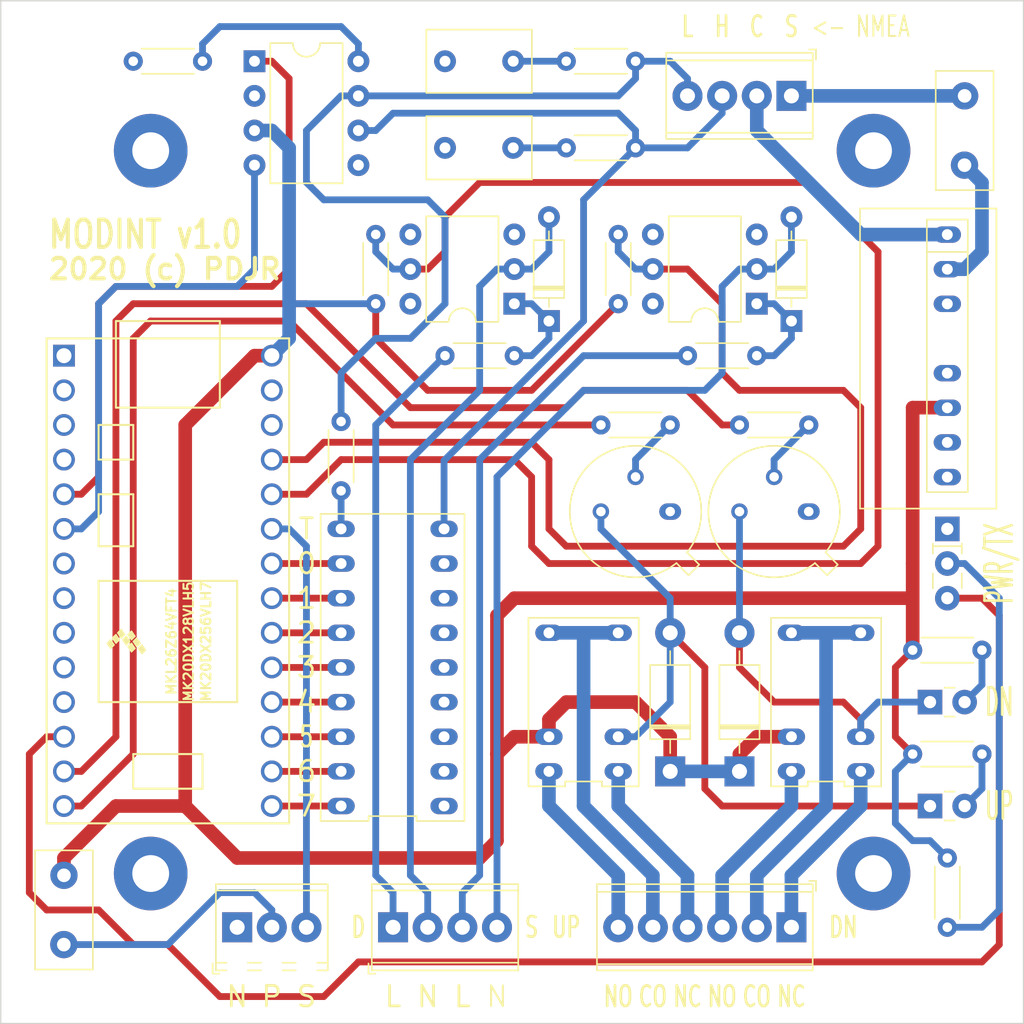
<source format=kicad_pcb>
(kicad_pcb (version 20171130) (host pcbnew 5.1.5-1.fc31)

  (general
    (thickness 1.6)
    (drawings 36)
    (tracks 286)
    (zones 0)
    (modules 42)
    (nets 48)
  )

  (page A4)
  (title_block
    (title "MODINT - Ankreo spudpole interface")
    (date 2020-07-25)
    (rev 1.0)
    (company PDJR)
  )

  (layers
    (0 F.Cu signal hide)
    (31 B.Cu signal hide)
    (32 B.Adhes user)
    (33 F.Adhes user)
    (34 B.Paste user)
    (35 F.Paste user)
    (36 B.SilkS user)
    (37 F.SilkS user)
    (38 B.Mask user)
    (39 F.Mask user)
    (40 Dwgs.User user)
    (41 Cmts.User user)
    (42 Eco1.User user)
    (43 Eco2.User user)
    (44 Edge.Cuts user)
    (45 Margin user)
    (46 B.CrtYd user)
    (47 F.CrtYd user)
    (48 B.Fab user)
    (49 F.Fab user)
  )

  (setup
    (last_trace_width 0.5)
    (user_trace_width 0.5)
    (user_trace_width 1)
    (user_trace_width 1.5)
    (user_trace_width 2)
    (trace_clearance 0.2)
    (zone_clearance 0.508)
    (zone_45_only no)
    (trace_min 0.2)
    (via_size 0.8)
    (via_drill 0.4)
    (via_min_size 0.4)
    (via_min_drill 0.3)
    (uvia_size 0.3)
    (uvia_drill 0.1)
    (uvias_allowed no)
    (uvia_min_size 0.2)
    (uvia_min_drill 0.1)
    (edge_width 0.1)
    (segment_width 0.2)
    (pcb_text_width 0.3)
    (pcb_text_size 1.5 1.5)
    (mod_edge_width 0.15)
    (mod_text_size 1 1)
    (mod_text_width 0.15)
    (pad_size 1.524 1.524)
    (pad_drill 0.762)
    (pad_to_mask_clearance 0)
    (aux_axis_origin 0 0)
    (grid_origin 100 0)
    (visible_elements FFFFF77F)
    (pcbplotparams
      (layerselection 0x010fc_ffffffff)
      (usegerberextensions false)
      (usegerberattributes false)
      (usegerberadvancedattributes false)
      (creategerberjobfile false)
      (excludeedgelayer true)
      (linewidth 0.100000)
      (plotframeref false)
      (viasonmask false)
      (mode 1)
      (useauxorigin false)
      (hpglpennumber 1)
      (hpglpenspeed 20)
      (hpglpendiameter 15.000000)
      (psnegative false)
      (psa4output false)
      (plotreference true)
      (plotvalue true)
      (plotinvisibletext false)
      (padsonsilk false)
      (subtractmaskfromsilk false)
      (outputformat 1)
      (mirror false)
      (drillshape 1)
      (scaleselection 1)
      (outputdirectory ""))
  )

  (net 0 "")
  (net 1 "Net-(C1-Pad2)")
  (net 2 "Net-(C2-Pad2)")
  (net 3 "Net-(D1-Pad1)")
  (net 4 "Net-(D3-Pad1)")
  (net 5 "Net-(J1-Pad3)")
  (net 6 "Net-(J2-Pad1)")
  (net 7 "Net-(J3-Pad3)")
  (net 8 "Net-(J4-Pad3)")
  (net 9 "Net-(R4-Pad1)")
  (net 10 "Net-(SW1-Pad16)")
  (net 11 "Net-(SW1-Pad15)")
  (net 12 "Net-(SW1-Pad14)")
  (net 13 "Net-(SW1-Pad13)")
  (net 14 "Net-(SW1-Pad12)")
  (net 15 "Net-(SW1-Pad11)")
  (net 16 GND)
  (net 17 "Net-(D1-Pad2)")
  (net 18 "Net-(F1-Pad2)")
  (net 19 "Net-(J2-Pad3)")
  (net 20 "Net-(D3-Pad2)")
  (net 21 "Net-(J4-Pad1)")
  (net 22 "Net-(D2-Pad2)")
  (net 23 "Net-(D2-Pad1)")
  (net 24 "Net-(D4-Pad2)")
  (net 25 "Net-(Q1-Pad2)")
  (net 26 "Net-(Q2-Pad2)")
  (net 27 "Net-(R6-Pad2)")
  (net 28 "Net-(R7-Pad2)")
  (net 29 "Net-(J3-Pad4)")
  (net 30 "Net-(J3-Pad2)")
  (net 31 "Net-(J4-Pad6)")
  (net 32 "Net-(J4-Pad5)")
  (net 33 "Net-(J4-Pad4)")
  (net 34 "Net-(J4-Pad2)")
  (net 35 "Net-(R3-Pad1)")
  (net 36 "Net-(R5-Pad2)")
  (net 37 "Net-(U3-Pad5)")
  (net 38 "Net-(U3-Pad6)")
  (net 39 "Net-(R10-Pad2)")
  (net 40 "Net-(SW1-Pad17)")
  (net 41 "Net-(D5-Pad2)")
  (net 42 "Net-(D6-Pad2)")
  (net 43 "Net-(D7-Pad2)")
  (net 44 "Net-(D7-Pad3)")
  (net 45 "Net-(F2-Pad2)")
  (net 46 "Net-(F2-Pad1)")
  (net 47 "Net-(SW1-Pad18)")

  (net_class Default "This is the default net class."
    (clearance 0.2)
    (trace_width 0.25)
    (via_dia 0.8)
    (via_drill 0.4)
    (uvia_dia 0.3)
    (uvia_drill 0.1)
    (add_net GND)
    (add_net "Net-(C1-Pad2)")
    (add_net "Net-(C2-Pad2)")
    (add_net "Net-(D1-Pad1)")
    (add_net "Net-(D1-Pad2)")
    (add_net "Net-(D2-Pad1)")
    (add_net "Net-(D2-Pad2)")
    (add_net "Net-(D3-Pad1)")
    (add_net "Net-(D3-Pad2)")
    (add_net "Net-(D4-Pad2)")
    (add_net "Net-(D5-Pad2)")
    (add_net "Net-(D6-Pad2)")
    (add_net "Net-(D7-Pad2)")
    (add_net "Net-(D7-Pad3)")
    (add_net "Net-(F1-Pad2)")
    (add_net "Net-(F2-Pad1)")
    (add_net "Net-(F2-Pad2)")
    (add_net "Net-(J1-Pad3)")
    (add_net "Net-(J2-Pad1)")
    (add_net "Net-(J2-Pad3)")
    (add_net "Net-(J3-Pad2)")
    (add_net "Net-(J3-Pad3)")
    (add_net "Net-(J3-Pad4)")
    (add_net "Net-(J4-Pad1)")
    (add_net "Net-(J4-Pad2)")
    (add_net "Net-(J4-Pad3)")
    (add_net "Net-(J4-Pad4)")
    (add_net "Net-(J4-Pad5)")
    (add_net "Net-(J4-Pad6)")
    (add_net "Net-(Q1-Pad2)")
    (add_net "Net-(Q2-Pad2)")
    (add_net "Net-(R10-Pad2)")
    (add_net "Net-(R3-Pad1)")
    (add_net "Net-(R4-Pad1)")
    (add_net "Net-(R5-Pad2)")
    (add_net "Net-(R6-Pad2)")
    (add_net "Net-(R7-Pad2)")
    (add_net "Net-(SW1-Pad11)")
    (add_net "Net-(SW1-Pad12)")
    (add_net "Net-(SW1-Pad13)")
    (add_net "Net-(SW1-Pad14)")
    (add_net "Net-(SW1-Pad15)")
    (add_net "Net-(SW1-Pad16)")
    (add_net "Net-(SW1-Pad17)")
    (add_net "Net-(SW1-Pad18)")
    (add_net "Net-(U3-Pad5)")
    (add_net "Net-(U3-Pad6)")
  )

  (module TerminalBlock_Phoenix:TerminalBlock_Phoenix_MPT-0,5-6-2.54_1x06_P2.54mm_Horizontal (layer F.Cu) (tedit 5B294F99) (tstamp 5F1D14CA)
    (at 193.98 154.94 180)
    (descr "Terminal Block Phoenix MPT-0,5-6-2.54, 6 pins, pitch 2.54mm, size 15.7x6.2mm^2, drill diamater 1.1mm, pad diameter 2.2mm, see http://www.mouser.com/ds/2/324/ItemDetail_1725672-916605.pdf, script-generated using https://github.com/pointhi/kicad-footprint-generator/scripts/TerminalBlock_Phoenix")
    (tags "THT Terminal Block Phoenix MPT-0,5-6-2.54 pitch 2.54mm size 15.7x6.2mm^2 drill 1.1mm pad 2.2mm")
    (path /5F2132D0)
    (fp_text reference J4 (at 6.35 -4.16) (layer F.SilkS) hide
      (effects (font (size 1 1) (thickness 0.15)))
    )
    (fp_text value RELAYS (at 6.35 4.16) (layer F.Fab) hide
      (effects (font (size 1 1) (thickness 0.15)))
    )
    (fp_text user %R (at 6.35 2.54) (layer F.Fab)
      (effects (font (size 1 1) (thickness 0.15)))
    )
    (fp_line (start 14.7 -3.6) (end -2 -3.6) (layer F.CrtYd) (width 0.05))
    (fp_line (start 14.7 3.6) (end 14.7 -3.6) (layer F.CrtYd) (width 0.05))
    (fp_line (start -2 3.6) (end 14.7 3.6) (layer F.CrtYd) (width 0.05))
    (fp_line (start -2 -3.6) (end -2 3.6) (layer F.CrtYd) (width 0.05))
    (fp_line (start -1.8 3.4) (end -1.3 3.4) (layer F.SilkS) (width 0.12))
    (fp_line (start -1.8 2.66) (end -1.8 3.4) (layer F.SilkS) (width 0.12))
    (fp_line (start 13.401 -0.835) (end 11.866 0.7) (layer F.Fab) (width 0.1))
    (fp_line (start 13.535 -0.7) (end 12 0.835) (layer F.Fab) (width 0.1))
    (fp_line (start 10.861 -0.835) (end 9.326 0.7) (layer F.Fab) (width 0.1))
    (fp_line (start 10.995 -0.7) (end 9.46 0.835) (layer F.Fab) (width 0.1))
    (fp_line (start 8.321 -0.835) (end 6.786 0.7) (layer F.Fab) (width 0.1))
    (fp_line (start 8.455 -0.7) (end 6.92 0.835) (layer F.Fab) (width 0.1))
    (fp_line (start 5.781 -0.835) (end 4.246 0.7) (layer F.Fab) (width 0.1))
    (fp_line (start 5.915 -0.7) (end 4.38 0.835) (layer F.Fab) (width 0.1))
    (fp_line (start 3.241 -0.835) (end 1.706 0.7) (layer F.Fab) (width 0.1))
    (fp_line (start 3.375 -0.7) (end 1.84 0.835) (layer F.Fab) (width 0.1))
    (fp_line (start 0.701 -0.835) (end -0.835 0.7) (layer F.Fab) (width 0.1))
    (fp_line (start 0.835 -0.7) (end -0.701 0.835) (layer F.Fab) (width 0.1))
    (fp_line (start 14.26 -3.16) (end 14.26 3.16) (layer F.SilkS) (width 0.12))
    (fp_line (start -1.56 -3.16) (end -1.56 3.16) (layer F.SilkS) (width 0.12))
    (fp_line (start -1.56 3.16) (end 14.26 3.16) (layer F.SilkS) (width 0.12))
    (fp_line (start -1.56 -3.16) (end 14.26 -3.16) (layer F.SilkS) (width 0.12))
    (fp_line (start -1.56 -2.7) (end 14.26 -2.7) (layer F.SilkS) (width 0.12))
    (fp_line (start -1.5 -2.7) (end 14.2 -2.7) (layer F.Fab) (width 0.1))
    (fp_line (start -1.56 2.6) (end 14.26 2.6) (layer F.SilkS) (width 0.12))
    (fp_line (start -1.5 2.6) (end 14.2 2.6) (layer F.Fab) (width 0.1))
    (fp_line (start -1.5 2.6) (end -1.5 -3.1) (layer F.Fab) (width 0.1))
    (fp_line (start -1 3.1) (end -1.5 2.6) (layer F.Fab) (width 0.1))
    (fp_line (start 14.2 3.1) (end -1 3.1) (layer F.Fab) (width 0.1))
    (fp_line (start 14.2 -3.1) (end 14.2 3.1) (layer F.Fab) (width 0.1))
    (fp_line (start -1.5 -3.1) (end 14.2 -3.1) (layer F.Fab) (width 0.1))
    (fp_circle (center 12.7 0) (end 13.8 0) (layer F.Fab) (width 0.1))
    (fp_circle (center 10.16 0) (end 11.26 0) (layer F.Fab) (width 0.1))
    (fp_circle (center 7.62 0) (end 8.72 0) (layer F.Fab) (width 0.1))
    (fp_circle (center 5.08 0) (end 6.18 0) (layer F.Fab) (width 0.1))
    (fp_circle (center 2.54 0) (end 3.64 0) (layer F.Fab) (width 0.1))
    (fp_circle (center 0 0) (end 1.1 0) (layer F.Fab) (width 0.1))
    (pad 6 thru_hole circle (at 12.7 0 180) (size 2.2 2.2) (drill 1.1) (layers *.Cu *.Mask)
      (net 31 "Net-(J4-Pad6)"))
    (pad 5 thru_hole circle (at 10.16 0 180) (size 2.2 2.2) (drill 1.1) (layers *.Cu *.Mask)
      (net 32 "Net-(J4-Pad5)"))
    (pad 4 thru_hole circle (at 7.62 0 180) (size 2.2 2.2) (drill 1.1) (layers *.Cu *.Mask)
      (net 33 "Net-(J4-Pad4)"))
    (pad 3 thru_hole circle (at 5.08 0 180) (size 2.2 2.2) (drill 1.1) (layers *.Cu *.Mask)
      (net 8 "Net-(J4-Pad3)"))
    (pad 2 thru_hole circle (at 2.54 0 180) (size 2.2 2.2) (drill 1.1) (layers *.Cu *.Mask)
      (net 34 "Net-(J4-Pad2)"))
    (pad 1 thru_hole rect (at 0 0 180) (size 2.2 2.2) (drill 1.1) (layers *.Cu *.Mask)
      (net 21 "Net-(J4-Pad1)"))
    (model ${KISYS3DMOD}/TerminalBlock_Phoenix.3dshapes/TerminalBlock_Phoenix_MPT-0,5-6-2.54_1x06_P2.54mm_Horizontal.wrl
      (at (xyz 0 0 0))
      (scale (xyz 1 1 1))
      (rotate (xyz 0 0 0))
    )
  )

  (module PDJR:Teensy30_31_32_LC (layer F.Cu) (tedit 5F2AB7F4) (tstamp 5F291B47)
    (at 148.26 129.54 270)
    (path /5F3C918B)
    (fp_text reference U3 (at 0 -10.16 270) (layer F.SilkS) hide
      (effects (font (size 1 1) (thickness 0.15)))
    )
    (fp_text value Teensy_3.2 (at 13.97 0) (layer F.Fab)
      (effects (font (size 1.5 1) (thickness 0.15)))
    )
    (fp_text user MK20DX128VLH5 (at 4.445 -1.524 270) (layer F.SilkS)
      (effects (font (size 0.7 0.7) (thickness 0.15)))
    )
    (fp_text user MKL26Z64VFT4 (at 4.445 -0.254 270) (layer F.SilkS)
      (effects (font (size 0.7 0.7) (thickness 0.15)))
    )
    (fp_text user MK20DX256VLH7 (at 4.445 -2.794 270) (layer F.SilkS)
      (effects (font (size 0.7 0.7) (thickness 0.15)))
    )
    (fp_poly (pts (xy 4.826 2.921) (xy 4.572 2.667) (xy 4.953 2.413) (xy 5.207 2.667)) (layer F.SilkS) (width 0.1))
    (fp_poly (pts (xy 3.81 3.683) (xy 3.556 3.429) (xy 3.937 3.175) (xy 4.191 3.429)) (layer F.SilkS) (width 0.1))
    (fp_poly (pts (xy 4.572 4.445) (xy 4.318 4.191) (xy 4.699 3.937) (xy 4.953 4.191)) (layer F.SilkS) (width 0.1))
    (fp_poly (pts (xy 4.445 2.54) (xy 4.191 2.286) (xy 4.572 2.032) (xy 4.826 2.286)) (layer F.SilkS) (width 0.1))
    (fp_poly (pts (xy 4.191 4.064) (xy 3.937 3.81) (xy 4.318 3.556) (xy 4.572 3.81)) (layer F.SilkS) (width 0.1))
    (fp_poly (pts (xy 4.953 2.159) (xy 4.699 1.905) (xy 5.08 1.651) (xy 5.334 1.905)) (layer F.SilkS) (width 0.1))
    (fp_poly (pts (xy 4.318 3.302) (xy 4.064 3.048) (xy 4.445 2.794) (xy 4.699 3.048)) (layer F.SilkS) (width 0.1))
    (fp_poly (pts (xy 3.937 2.921) (xy 3.683 2.667) (xy 4.064 2.413) (xy 4.318 2.667)) (layer F.SilkS) (width 0.1))
    (fp_line (start -17.78 8.89) (end -17.78 -8.89) (layer F.SilkS) (width 0.15))
    (fp_line (start 17.78 8.89) (end -17.78 8.89) (layer F.SilkS) (width 0.15))
    (fp_line (start 17.78 -8.89) (end 17.78 8.89) (layer F.SilkS) (width 0.15))
    (fp_line (start -17.78 -8.89) (end 17.78 -8.89) (layer F.SilkS) (width 0.15))
    (fp_line (start 8.89 5.08) (end 0 5.08) (layer F.SilkS) (width 0.15))
    (fp_line (start 8.89 -5.08) (end 0 -5.08) (layer F.SilkS) (width 0.15))
    (fp_line (start 0 -5.08) (end 0 5.08) (layer F.SilkS) (width 0.15))
    (fp_line (start 8.89 5.08) (end 8.89 -5.08) (layer F.SilkS) (width 0.15))
    (fp_line (start 12.7 -2.54) (end 15.24 -2.54) (layer F.SilkS) (width 0.15))
    (fp_line (start 12.7 2.54) (end 12.7 -2.54) (layer F.SilkS) (width 0.15))
    (fp_line (start 15.24 2.54) (end 12.7 2.54) (layer F.SilkS) (width 0.15))
    (fp_line (start 15.24 -2.54) (end 15.24 2.54) (layer F.SilkS) (width 0.15))
    (fp_line (start -11.43 2.54) (end -11.43 5.08) (layer F.SilkS) (width 0.15))
    (fp_line (start -8.89 2.54) (end -11.43 2.54) (layer F.SilkS) (width 0.15))
    (fp_line (start -8.89 5.08) (end -8.89 2.54) (layer F.SilkS) (width 0.15))
    (fp_line (start -11.43 5.08) (end -8.89 5.08) (layer F.SilkS) (width 0.15))
    (fp_line (start -12.7 3.81) (end -17.78 3.81) (layer F.SilkS) (width 0.15))
    (fp_line (start -12.7 -3.81) (end -17.78 -3.81) (layer F.SilkS) (width 0.15))
    (fp_line (start -12.7 3.81) (end -12.7 -3.81) (layer F.SilkS) (width 0.15))
    (fp_line (start -6.35 2.54) (end -6.35 5.08) (layer F.SilkS) (width 0.15))
    (fp_line (start -2.54 2.54) (end -6.35 2.54) (layer F.SilkS) (width 0.15))
    (fp_line (start -2.54 5.08) (end -2.54 2.54) (layer F.SilkS) (width 0.15))
    (fp_line (start -6.35 5.08) (end -2.54 5.08) (layer F.SilkS) (width 0.15))
    (fp_line (start -19.05 -3.81) (end -17.78 -3.81) (layer F.SilkS) (width 0.15))
    (fp_line (start -19.05 3.81) (end -19.05 -3.81) (layer F.SilkS) (width 0.15))
    (fp_line (start -17.78 3.81) (end -19.05 3.81) (layer F.SilkS) (width 0.15))
    (pad 1 thru_hole rect (at -16.51 7.62 270) (size 1.6 1.6) (drill 1.1) (layers *.Cu *.Mask)
      (net 16 GND))
    (pad 2 thru_hole circle (at -13.97 7.62 270) (size 1.6 1.6) (drill 1.1) (layers *.Cu *.Mask))
    (pad 3 thru_hole circle (at -11.43 7.62 270) (size 1.6 1.6) (drill 1.1) (layers *.Cu *.Mask))
    (pad 4 thru_hole circle (at -8.89 7.62 270) (size 1.6 1.6) (drill 1.1) (layers *.Cu *.Mask))
    (pad 5 thru_hole circle (at -6.35 7.62 270) (size 1.6 1.6) (drill 1.1) (layers *.Cu *.Mask)
      (net 37 "Net-(U3-Pad5)"))
    (pad 6 thru_hole circle (at -3.81 7.62 270) (size 1.6 1.6) (drill 1.1) (layers *.Cu *.Mask)
      (net 38 "Net-(U3-Pad6)"))
    (pad 7 thru_hole circle (at -1.27 7.62 270) (size 1.6 1.6) (drill 1.1) (layers *.Cu *.Mask))
    (pad 8 thru_hole circle (at 1.27 7.62 270) (size 1.6 1.6) (drill 1.1) (layers *.Cu *.Mask))
    (pad 9 thru_hole circle (at 3.81 7.62 270) (size 1.6 1.6) (drill 1.1) (layers *.Cu *.Mask))
    (pad 10 thru_hole circle (at 6.35 7.62 270) (size 1.6 1.6) (drill 1.1) (layers *.Cu *.Mask))
    (pad 11 thru_hole circle (at 8.89 7.62 270) (size 1.6 1.6) (drill 1.1) (layers *.Cu *.Mask))
    (pad 12 thru_hole circle (at 11.43 7.62 270) (size 1.6 1.6) (drill 1.1) (layers *.Cu *.Mask)
      (net 44 "Net-(D7-Pad3)"))
    (pad 13 thru_hole circle (at 13.97 7.62 270) (size 1.6 1.6) (drill 1.1) (layers *.Cu *.Mask)
      (net 27 "Net-(R6-Pad2)"))
    (pad 28 thru_hole circle (at -16.51 -7.62 270) (size 1.6 1.6) (drill 1.1) (layers *.Cu *.Mask)
      (net 4 "Net-(D3-Pad1)"))
    (pad 27 thru_hole circle (at -13.97 -7.62 270) (size 1.6 1.6) (drill 1.1) (layers *.Cu *.Mask))
    (pad 26 thru_hole circle (at -11.43 -7.62 270) (size 1.6 1.6) (drill 1.1) (layers *.Cu *.Mask))
    (pad 25 thru_hole circle (at -8.89 -7.62 270) (size 1.6 1.6) (drill 1.1) (layers *.Cu *.Mask)
      (net 9 "Net-(R4-Pad1)"))
    (pad 24 thru_hole circle (at -6.35 -7.62 270) (size 1.6 1.6) (drill 1.1) (layers *.Cu *.Mask)
      (net 35 "Net-(R3-Pad1)"))
    (pad 23 thru_hole circle (at -3.81 -7.62 270) (size 1.6 1.6) (drill 1.1) (layers *.Cu *.Mask)
      (net 5 "Net-(J1-Pad3)"))
    (pad 22 thru_hole circle (at -1.27 -7.62 270) (size 1.6 1.6) (drill 1.1) (layers *.Cu *.Mask)
      (net 15 "Net-(SW1-Pad11)"))
    (pad 21 thru_hole circle (at 1.27 -7.62 270) (size 1.6 1.6) (drill 1.1) (layers *.Cu *.Mask)
      (net 14 "Net-(SW1-Pad12)"))
    (pad 20 thru_hole circle (at 3.81 -7.62 270) (size 1.6 1.6) (drill 1.1) (layers *.Cu *.Mask)
      (net 13 "Net-(SW1-Pad13)"))
    (pad 19 thru_hole circle (at 6.35 -7.62 270) (size 1.6 1.6) (drill 1.1) (layers *.Cu *.Mask)
      (net 12 "Net-(SW1-Pad14)"))
    (pad 18 thru_hole circle (at 8.89 -7.62 270) (size 1.6 1.6) (drill 1.1) (layers *.Cu *.Mask)
      (net 11 "Net-(SW1-Pad15)"))
    (pad 17 thru_hole circle (at 11.43 -7.62 270) (size 1.6 1.6) (drill 1.1) (layers *.Cu *.Mask)
      (net 10 "Net-(SW1-Pad16)"))
    (pad 16 thru_hole circle (at 13.97 -7.62 270) (size 1.6 1.6) (drill 1.1) (layers *.Cu *.Mask)
      (net 40 "Net-(SW1-Pad17)"))
    (pad 14 thru_hole circle (at 16.51 7.62 270) (size 1.6 1.6) (drill 1.1) (layers *.Cu *.Mask)
      (net 36 "Net-(R5-Pad2)"))
    (pad 15 thru_hole circle (at 16.51 -7.62 270) (size 1.6 1.6) (drill 1.1) (layers *.Cu *.Mask)
      (net 47 "Net-(SW1-Pad18)"))
  )

  (module Package_TO_SOT_THT:TO-39-3 (layer F.Cu) (tedit 5A02FF81) (tstamp 5F28A3F2)
    (at 195.25 124.46 180)
    (descr TO-39-3)
    (tags TO-39-3)
    (path /5F25123E)
    (fp_text reference Q2 (at 2.54 -5.82) (layer F.SilkS) hide
      (effects (font (size 1 1) (thickness 0.15)))
    )
    (fp_text value 2N2219 (at 2.54 -2.54) (layer F.SilkS) hide
      (effects (font (size 1.5 1) (thickness 0.15)))
    )
    (fp_arc (start 2.54 0) (end -0.457084 -3.774902) (angle 346.9) (layer F.SilkS) (width 0.12))
    (fp_arc (start 2.54 0) (end -0.465408 -3.61352) (angle 349.5) (layer F.Fab) (width 0.1))
    (fp_circle (center 2.54 0) (end 6.79 0) (layer F.Fab) (width 0.1))
    (fp_line (start 7.49 -4.95) (end -2.41 -4.95) (layer F.CrtYd) (width 0.05))
    (fp_line (start 7.49 4.95) (end 7.49 -4.95) (layer F.CrtYd) (width 0.05))
    (fp_line (start -2.41 4.95) (end 7.49 4.95) (layer F.CrtYd) (width 0.05))
    (fp_line (start -2.41 -4.95) (end -2.41 4.95) (layer F.CrtYd) (width 0.05))
    (fp_line (start -2.125856 -3.888039) (end -1.234902 -2.997084) (layer F.SilkS) (width 0.12))
    (fp_line (start -1.348039 -4.665856) (end -2.125856 -3.888039) (layer F.SilkS) (width 0.12))
    (fp_line (start -0.457084 -3.774902) (end -1.348039 -4.665856) (layer F.SilkS) (width 0.12))
    (fp_line (start -1.879621 -3.81151) (end -1.07352 -3.005408) (layer F.Fab) (width 0.1))
    (fp_line (start -1.27151 -4.419621) (end -1.879621 -3.81151) (layer F.Fab) (width 0.1))
    (fp_line (start -0.465408 -3.61352) (end -1.27151 -4.419621) (layer F.Fab) (width 0.1))
    (fp_text user %R (at 2.54 0) (layer F.Fab)
      (effects (font (size 1 1) (thickness 0.15)))
    )
    (pad 3 thru_hole oval (at 5.08 0 180) (size 1.2 1.2) (drill 0.7) (layers *.Cu *.Mask)
      (net 24 "Net-(D4-Pad2)"))
    (pad 2 thru_hole oval (at 2.54 2.54 180) (size 1.2 1.2) (drill 0.7) (layers *.Cu *.Mask)
      (net 26 "Net-(Q2-Pad2)"))
    (pad 1 thru_hole oval (at 0 0 180) (size 1.6 1.2) (drill 0.7) (layers *.Cu *.Mask)
      (net 16 GND))
    (model ${KISYS3DMOD}/Package_TO_SOT_THT.3dshapes/TO-39-3.wrl
      (at (xyz 0 0 0))
      (scale (xyz 1 1 1))
      (rotate (xyz 0 0 0))
    )
  )

  (module PDJR:RS_RELAY_476-757 (layer F.Cu) (tedit 5F282ACC) (tstamp 5F2892F3)
    (at 196.52 138.43 90)
    (path /5F2A8B7E)
    (fp_text reference K2 (at 0 0) (layer F.Fab)
      (effects (font (size 1 1) (thickness 0.15)))
    )
    (fp_text value SANYOU_SRD_Form_C (at 0 -5 90) (layer F.Fab) hide
      (effects (font (size 1 1) (thickness 0.15)))
    )
    (fp_line (start 5.1 -1.5) (end 5.1 1.5) (layer F.Fab) (width 0.12))
    (fp_line (start 5.1 0) (end 5.1 -1.5) (layer F.Fab) (width 0.12))
    (fp_line (start 2.9 0) (end 5.1 0) (layer F.Fab) (width 0.12))
    (fp_line (start 2.9 -3.8) (end 2.9 0) (layer F.Fab) (width 0.12))
    (fp_line (start -5.9 -3.8) (end 2.9 -3.8) (layer F.Fab) (width 0.12))
    (fp_line (start -5.9 -1.9) (end -5.9 -3.8) (layer F.Fab) (width 0.12))
    (fp_line (start -5.5 -1.4) (end -5.9 -1.9) (layer F.Fab) (width 0.12))
    (fp_line (start -5.5 0) (end -5.5 -1.4) (layer F.Fab) (width 0.12))
    (fp_line (start -5.5 0) (end -4.8 0) (layer F.Fab) (width 0.12))
    (fp_line (start -4.8 0) (end -3.7 1) (layer F.Fab) (width 0.12))
    (fp_line (start -4 2.5) (end -4.4 2.5) (layer F.Fab) (width 0.12))
    (fp_line (start -4 1) (end -4 2.5) (layer F.Fab) (width 0.12))
    (fp_line (start -4 -2.5) (end -4.4 -2.5) (layer F.Fab) (width 0.12))
    (fp_line (start -4 -1) (end -4 -2.5) (layer F.Fab) (width 0.12))
    (fp_line (start -2.5 -0.5) (end -2.5 -1.5) (layer F.Fab) (width 0.12))
    (fp_line (start -1.6 0.5) (end -2.5 0.5) (layer F.Fab) (width 0.12))
    (fp_line (start -1.6 -0.5) (end -1.6 0.5) (layer F.Fab) (width 0.12))
    (fp_line (start -3 -0.5) (end -1.6 -0.5) (layer F.Fab) (width 0.12))
    (fp_line (start -3 0.5) (end -3 -0.5) (layer F.Fab) (width 0.12))
    (fp_line (start -2.5 0.5) (end -3 0.5) (layer F.Fab) (width 0.12))
    (fp_line (start -2.5 1.5) (end -2.5 0.5) (layer F.Fab) (width 0.12))
    (fp_line (start -5.93 3.79) (end -5.93 -3.79) (layer F.CrtYd) (width 0.05))
    (fp_line (start 5.93 3.79) (end -5.93 3.79) (layer F.CrtYd) (width 0.05))
    (fp_line (start 5.93 -3.79) (end 5.93 3.79) (layer F.CrtYd) (width 0.05))
    (fp_line (start -5.93 -3.79) (end 5.93 -3.79) (layer F.CrtYd) (width 0.05))
    (fp_line (start -6.18 1.346666) (end -6.18 4.039999) (layer F.SilkS) (width 0.12))
    (fp_line (start -5.82 1.346666) (end -6.18 1.346666) (layer F.SilkS) (width 0.12))
    (fp_line (start -5.82 -1.346666) (end -5.82 1.346666) (layer F.SilkS) (width 0.12))
    (fp_line (start -6.18 -1.346666) (end -5.82 -1.346666) (layer F.SilkS) (width 0.12))
    (fp_line (start -6.18 -4.04) (end -6.18 -1.346666) (layer F.SilkS) (width 0.12))
    (fp_line (start 6.18 -4.039999) (end -6.18 -4.04) (layer F.SilkS) (width 0.12))
    (fp_line (start 6.18 4.04) (end 6.18 -4.039999) (layer F.SilkS) (width 0.12))
    (fp_line (start -6.18 4.039999) (end 6.18 4.04) (layer F.SilkS) (width 0.12))
    (pad 5 thru_hole oval (at 5.08 2.54 90) (size 1.2 2) (drill 0.8) (layers *.Cu *.Mask)
      (net 34 "Net-(J4-Pad2)"))
    (pad 6 thru_hole oval (at 5.08 -2.54 90) (size 1.2 2) (drill 0.8) (layers *.Cu *.Mask)
      (net 34 "Net-(J4-Pad2)"))
    (pad 2 thru_hole oval (at -2.54 2.54 90) (size 1.2 2) (drill 0.8) (layers *.Cu *.Mask)
      (net 24 "Net-(D4-Pad2)"))
    (pad 9 thru_hole oval (at -2.54 -2.54 90) (size 1.2 2) (drill 0.8) (layers *.Cu *.Mask)
      (net 4 "Net-(D3-Pad1)"))
    (pad 1 thru_hole oval (at -5.08 2.54 90) (size 1.2 2) (drill 0.8) (layers *.Cu *.Mask)
      (net 21 "Net-(J4-Pad1)"))
    (pad 10 thru_hole oval (at -5.08 -2.54 90) (size 1.2 2) (drill 0.8) (layers *.Cu *.Mask)
      (net 8 "Net-(J4-Pad3)"))
  )

  (module Resistor_THT:R_Axial_DIN0204_L3.6mm_D1.6mm_P5.08mm_Horizontal (layer F.Cu) (tedit 5AE5139B) (tstamp 5F290947)
    (at 160.96 117.856 270)
    (descr "Resistor, Axial_DIN0204 series, Axial, Horizontal, pin pitch=5.08mm, 0.167W, length*diameter=3.6*1.6mm^2, http://cdn-reichelt.de/documents/datenblatt/B400/1_4W%23YAG.pdf")
    (tags "Resistor Axial_DIN0204 series Axial Horizontal pin pitch 5.08mm 0.167W length 3.6mm diameter 1.6mm")
    (path /5F2276F6)
    (fp_text reference R10 (at 2.54 -1.92 90) (layer F.SilkS) hide
      (effects (font (size 1 1) (thickness 0.15)))
    )
    (fp_text value 120R (at 2.54 0) (layer F.SilkS) hide
      (effects (font (size 1 1) (thickness 0.15)))
    )
    (fp_text user %R (at 2.54 0 90) (layer F.Fab)
      (effects (font (size 0.72 0.72) (thickness 0.108)))
    )
    (fp_line (start 6.03 -1.05) (end -0.95 -1.05) (layer F.CrtYd) (width 0.05))
    (fp_line (start 6.03 1.05) (end 6.03 -1.05) (layer F.CrtYd) (width 0.05))
    (fp_line (start -0.95 1.05) (end 6.03 1.05) (layer F.CrtYd) (width 0.05))
    (fp_line (start -0.95 -1.05) (end -0.95 1.05) (layer F.CrtYd) (width 0.05))
    (fp_line (start 0.62 0.92) (end 4.46 0.92) (layer F.SilkS) (width 0.12))
    (fp_line (start 0.62 -0.92) (end 4.46 -0.92) (layer F.SilkS) (width 0.12))
    (fp_line (start 5.08 0) (end 4.34 0) (layer F.Fab) (width 0.1))
    (fp_line (start 0 0) (end 0.74 0) (layer F.Fab) (width 0.1))
    (fp_line (start 4.34 -0.8) (end 0.74 -0.8) (layer F.Fab) (width 0.1))
    (fp_line (start 4.34 0.8) (end 4.34 -0.8) (layer F.Fab) (width 0.1))
    (fp_line (start 0.74 0.8) (end 4.34 0.8) (layer F.Fab) (width 0.1))
    (fp_line (start 0.74 -0.8) (end 0.74 0.8) (layer F.Fab) (width 0.1))
    (pad 2 thru_hole oval (at 5.08 0 270) (size 1.4 1.4) (drill 0.7) (layers *.Cu *.Mask)
      (net 39 "Net-(R10-Pad2)"))
    (pad 1 thru_hole circle (at 0 0 270) (size 1.4 1.4) (drill 0.7) (layers *.Cu *.Mask)
      (net 29 "Net-(J3-Pad4)"))
    (model ${KISYS3DMOD}/Resistor_THT.3dshapes/R_Axial_DIN0204_L3.6mm_D1.6mm_P5.08mm_Horizontal.wrl
      (at (xyz 0 0 0))
      (scale (xyz 1 1 1))
      (rotate (xyz 0 0 0))
    )
  )

  (module Diode_THT:D_DO-41_SOD81_P10.16mm_Horizontal (layer F.Cu) (tedit 5AE50CD5) (tstamp 5F28A077)
    (at 190.17 143.51 90)
    (descr "Diode, DO-41_SOD81 series, Axial, Horizontal, pin pitch=10.16mm, , length*diameter=5.2*2.7mm^2, , http://www.diodes.com/_files/packages/DO-41%20(Plastic).pdf")
    (tags "Diode DO-41_SOD81 series Axial Horizontal pin pitch 10.16mm  length 5.2mm diameter 2.7mm")
    (path /5F2AF462)
    (fp_text reference D4 (at 5.08 -2.47 90) (layer F.SilkS) hide
      (effects (font (size 1 1) (thickness 0.15)))
    )
    (fp_text value 1N4007 (at 5.08 0 180) (layer F.SilkS) hide
      (effects (font (size 1 1) (thickness 0.15)))
    )
    (fp_text user K (at 0 -2.1 90) (layer F.SilkS) hide
      (effects (font (size 1 1) (thickness 0.15)))
    )
    (fp_text user K (at 0 -2.1 90) (layer F.Fab) hide
      (effects (font (size 1 1) (thickness 0.15)))
    )
    (fp_text user %R (at 5.47 0 90) (layer F.Fab)
      (effects (font (size 1 1) (thickness 0.15)))
    )
    (fp_line (start 11.51 -1.6) (end -1.35 -1.6) (layer F.CrtYd) (width 0.05))
    (fp_line (start 11.51 1.6) (end 11.51 -1.6) (layer F.CrtYd) (width 0.05))
    (fp_line (start -1.35 1.6) (end 11.51 1.6) (layer F.CrtYd) (width 0.05))
    (fp_line (start -1.35 -1.6) (end -1.35 1.6) (layer F.CrtYd) (width 0.05))
    (fp_line (start 3.14 -1.47) (end 3.14 1.47) (layer F.SilkS) (width 0.12))
    (fp_line (start 3.38 -1.47) (end 3.38 1.47) (layer F.SilkS) (width 0.12))
    (fp_line (start 3.26 -1.47) (end 3.26 1.47) (layer F.SilkS) (width 0.12))
    (fp_line (start 8.82 0) (end 7.8 0) (layer F.SilkS) (width 0.12))
    (fp_line (start 1.34 0) (end 2.36 0) (layer F.SilkS) (width 0.12))
    (fp_line (start 7.8 -1.47) (end 2.36 -1.47) (layer F.SilkS) (width 0.12))
    (fp_line (start 7.8 1.47) (end 7.8 -1.47) (layer F.SilkS) (width 0.12))
    (fp_line (start 2.36 1.47) (end 7.8 1.47) (layer F.SilkS) (width 0.12))
    (fp_line (start 2.36 -1.47) (end 2.36 1.47) (layer F.SilkS) (width 0.12))
    (fp_line (start 3.16 -1.35) (end 3.16 1.35) (layer F.Fab) (width 0.1))
    (fp_line (start 3.36 -1.35) (end 3.36 1.35) (layer F.Fab) (width 0.1))
    (fp_line (start 3.26 -1.35) (end 3.26 1.35) (layer F.Fab) (width 0.1))
    (fp_line (start 10.16 0) (end 7.68 0) (layer F.Fab) (width 0.1))
    (fp_line (start 0 0) (end 2.48 0) (layer F.Fab) (width 0.1))
    (fp_line (start 7.68 -1.35) (end 2.48 -1.35) (layer F.Fab) (width 0.1))
    (fp_line (start 7.68 1.35) (end 7.68 -1.35) (layer F.Fab) (width 0.1))
    (fp_line (start 2.48 1.35) (end 7.68 1.35) (layer F.Fab) (width 0.1))
    (fp_line (start 2.48 -1.35) (end 2.48 1.35) (layer F.Fab) (width 0.1))
    (pad 2 thru_hole oval (at 10.16 0 90) (size 2.2 2.2) (drill 1.1) (layers *.Cu *.Mask)
      (net 24 "Net-(D4-Pad2)"))
    (pad 1 thru_hole rect (at 0 0 90) (size 2.2 2.2) (drill 1.1) (layers *.Cu *.Mask)
      (net 4 "Net-(D3-Pad1)"))
    (model ${KISYS3DMOD}/Diode_THT.3dshapes/D_DO-41_SOD81_P10.16mm_Horizontal.wrl
      (at (xyz 0 0 0))
      (scale (xyz 1 1 1))
      (rotate (xyz 0 0 0))
    )
  )

  (module PDJR:RS_RELAY_476-757 (layer F.Cu) (tedit 5F282ACC) (tstamp 5F2892C8)
    (at 178.74 138.43 90)
    (path /5F2DB8E6)
    (fp_text reference K1 (at 0 0) (layer F.Fab)
      (effects (font (size 1 1) (thickness 0.15)))
    )
    (fp_text value SANYOU_SRD_Form_C (at 0 -5 90) (layer F.Fab) hide
      (effects (font (size 1 1) (thickness 0.15)))
    )
    (fp_line (start 5.1 -1.5) (end 5.1 1.5) (layer F.Fab) (width 0.12))
    (fp_line (start 5.1 0) (end 5.1 -1.5) (layer F.Fab) (width 0.12))
    (fp_line (start 2.9 0) (end 5.1 0) (layer F.Fab) (width 0.12))
    (fp_line (start 2.9 -3.8) (end 2.9 0) (layer F.Fab) (width 0.12))
    (fp_line (start -5.9 -3.8) (end 2.9 -3.8) (layer F.Fab) (width 0.12))
    (fp_line (start -5.9 -1.9) (end -5.9 -3.8) (layer F.Fab) (width 0.12))
    (fp_line (start -5.5 -1.4) (end -5.9 -1.9) (layer F.Fab) (width 0.12))
    (fp_line (start -5.5 0) (end -5.5 -1.4) (layer F.Fab) (width 0.12))
    (fp_line (start -5.5 0) (end -4.8 0) (layer F.Fab) (width 0.12))
    (fp_line (start -4.8 0) (end -3.7 1) (layer F.Fab) (width 0.12))
    (fp_line (start -4 2.5) (end -4.4 2.5) (layer F.Fab) (width 0.12))
    (fp_line (start -4 1) (end -4 2.5) (layer F.Fab) (width 0.12))
    (fp_line (start -4 -2.5) (end -4.4 -2.5) (layer F.Fab) (width 0.12))
    (fp_line (start -4 -1) (end -4 -2.5) (layer F.Fab) (width 0.12))
    (fp_line (start -2.5 -0.5) (end -2.5 -1.5) (layer F.Fab) (width 0.12))
    (fp_line (start -1.6 0.5) (end -2.5 0.5) (layer F.Fab) (width 0.12))
    (fp_line (start -1.6 -0.5) (end -1.6 0.5) (layer F.Fab) (width 0.12))
    (fp_line (start -3 -0.5) (end -1.6 -0.5) (layer F.Fab) (width 0.12))
    (fp_line (start -3 0.5) (end -3 -0.5) (layer F.Fab) (width 0.12))
    (fp_line (start -2.5 0.5) (end -3 0.5) (layer F.Fab) (width 0.12))
    (fp_line (start -2.5 1.5) (end -2.5 0.5) (layer F.Fab) (width 0.12))
    (fp_line (start -5.93 3.79) (end -5.93 -3.79) (layer F.CrtYd) (width 0.05))
    (fp_line (start 5.93 3.79) (end -5.93 3.79) (layer F.CrtYd) (width 0.05))
    (fp_line (start 5.93 -3.79) (end 5.93 3.79) (layer F.CrtYd) (width 0.05))
    (fp_line (start -5.93 -3.79) (end 5.93 -3.79) (layer F.CrtYd) (width 0.05))
    (fp_line (start -6.18 1.346666) (end -6.18 4.039999) (layer F.SilkS) (width 0.12))
    (fp_line (start -5.82 1.346666) (end -6.18 1.346666) (layer F.SilkS) (width 0.12))
    (fp_line (start -5.82 -1.346666) (end -5.82 1.346666) (layer F.SilkS) (width 0.12))
    (fp_line (start -6.18 -1.346666) (end -5.82 -1.346666) (layer F.SilkS) (width 0.12))
    (fp_line (start -6.18 -4.04) (end -6.18 -1.346666) (layer F.SilkS) (width 0.12))
    (fp_line (start 6.18 -4.039999) (end -6.18 -4.04) (layer F.SilkS) (width 0.12))
    (fp_line (start 6.18 4.04) (end 6.18 -4.039999) (layer F.SilkS) (width 0.12))
    (fp_line (start -6.18 4.039999) (end 6.18 4.04) (layer F.SilkS) (width 0.12))
    (pad 5 thru_hole oval (at 5.08 2.54 90) (size 1.2 2) (drill 0.8) (layers *.Cu *.Mask)
      (net 32 "Net-(J4-Pad5)"))
    (pad 6 thru_hole oval (at 5.08 -2.54 90) (size 1.2 2) (drill 0.8) (layers *.Cu *.Mask)
      (net 32 "Net-(J4-Pad5)"))
    (pad 2 thru_hole oval (at -2.54 2.54 90) (size 1.2 2) (drill 0.8) (layers *.Cu *.Mask)
      (net 20 "Net-(D3-Pad2)"))
    (pad 9 thru_hole oval (at -2.54 -2.54 90) (size 1.2 2) (drill 0.8) (layers *.Cu *.Mask)
      (net 4 "Net-(D3-Pad1)"))
    (pad 1 thru_hole oval (at -5.08 2.54 90) (size 1.2 2) (drill 0.8) (layers *.Cu *.Mask)
      (net 33 "Net-(J4-Pad4)"))
    (pad 10 thru_hole oval (at -5.08 -2.54 90) (size 1.2 2) (drill 0.8) (layers *.Cu *.Mask)
      (net 31 "Net-(J4-Pad6)"))
  )

  (module Package_TO_SOT_THT:TO-39-3 (layer F.Cu) (tedit 5A02FF81) (tstamp 5F2B4CA3)
    (at 185.09 124.46 180)
    (descr TO-39-3)
    (tags TO-39-3)
    (path /5F1E2715)
    (fp_text reference Q1 (at 2.54 -5.82) (layer F.SilkS) hide
      (effects (font (size 1 1) (thickness 0.15)))
    )
    (fp_text value 2N2219 (at 2.54 -2.54) (layer F.SilkS) hide
      (effects (font (size 1.5 1) (thickness 0.15)))
    )
    (fp_arc (start 2.54 0) (end -0.457084 -3.774902) (angle 346.9) (layer F.SilkS) (width 0.12))
    (fp_arc (start 2.54 0) (end -0.465408 -3.61352) (angle 349.5) (layer F.Fab) (width 0.1))
    (fp_circle (center 2.54 0) (end 6.79 0) (layer F.Fab) (width 0.1))
    (fp_line (start 7.49 -4.95) (end -2.41 -4.95) (layer F.CrtYd) (width 0.05))
    (fp_line (start 7.49 4.95) (end 7.49 -4.95) (layer F.CrtYd) (width 0.05))
    (fp_line (start -2.41 4.95) (end 7.49 4.95) (layer F.CrtYd) (width 0.05))
    (fp_line (start -2.41 -4.95) (end -2.41 4.95) (layer F.CrtYd) (width 0.05))
    (fp_line (start -2.125856 -3.888039) (end -1.234902 -2.997084) (layer F.SilkS) (width 0.12))
    (fp_line (start -1.348039 -4.665856) (end -2.125856 -3.888039) (layer F.SilkS) (width 0.12))
    (fp_line (start -0.457084 -3.774902) (end -1.348039 -4.665856) (layer F.SilkS) (width 0.12))
    (fp_line (start -1.879621 -3.81151) (end -1.07352 -3.005408) (layer F.Fab) (width 0.1))
    (fp_line (start -1.27151 -4.419621) (end -1.879621 -3.81151) (layer F.Fab) (width 0.1))
    (fp_line (start -0.465408 -3.61352) (end -1.27151 -4.419621) (layer F.Fab) (width 0.1))
    (fp_text user %R (at 2.54 0) (layer F.Fab)
      (effects (font (size 1 1) (thickness 0.15)))
    )
    (pad 3 thru_hole oval (at 5.08 0 180) (size 1.2 1.2) (drill 0.7) (layers *.Cu *.Mask)
      (net 20 "Net-(D3-Pad2)"))
    (pad 2 thru_hole oval (at 2.54 2.54 180) (size 1.2 1.2) (drill 0.7) (layers *.Cu *.Mask)
      (net 25 "Net-(Q1-Pad2)"))
    (pad 1 thru_hole oval (at 0 0 180) (size 1.6 1.2) (drill 0.7) (layers *.Cu *.Mask)
      (net 16 GND))
    (model ${KISYS3DMOD}/Package_TO_SOT_THT.3dshapes/TO-39-3.wrl
      (at (xyz 0 0 0))
      (scale (xyz 1 1 1))
      (rotate (xyz 0 0 0))
    )
  )

  (module MountingHole:MountingHole_2.7mm_M2.5_Pad locked (layer F.Cu) (tedit 56D1B4CB) (tstamp 5F2ADD30)
    (at 200 98)
    (descr "Mounting Hole 2.7mm, M2.5")
    (tags "mounting hole 2.7mm m2.5")
    (attr virtual)
    (fp_text reference REF** (at 0 -3.7) (layer F.SilkS) hide
      (effects (font (size 1 1) (thickness 0.15)))
    )
    (fp_text value MountingHole_2.7mm_M2.5_Pad (at 0 3.7) (layer F.Fab) hide
      (effects (font (size 1 1) (thickness 0.15)))
    )
    (fp_circle (center 0 0) (end 2.95 0) (layer F.CrtYd) (width 0.05))
    (fp_circle (center 0 0) (end 2.7 0) (layer Cmts.User) (width 0.15))
    (fp_text user %R (at 0.3 0) (layer F.Fab)
      (effects (font (size 1 1) (thickness 0.15)))
    )
    (pad 1 thru_hole circle (at 0 0) (size 5.4 5.4) (drill 2.7) (layers *.Cu *.Mask))
  )

  (module MountingHole:MountingHole_2.7mm_M2.5_Pad locked (layer F.Cu) (tedit 56D1B4CB) (tstamp 5F2ADD0A)
    (at 147 98)
    (descr "Mounting Hole 2.7mm, M2.5")
    (tags "mounting hole 2.7mm m2.5")
    (attr virtual)
    (fp_text reference REF** (at 0 -3.7) (layer F.SilkS) hide
      (effects (font (size 1 1) (thickness 0.15)))
    )
    (fp_text value MountingHole_2.7mm_M2.5_Pad (at 0 3.7) (layer F.Fab) hide
      (effects (font (size 1 1) (thickness 0.15)))
    )
    (fp_circle (center 0 0) (end 2.95 0) (layer F.CrtYd) (width 0.05))
    (fp_circle (center 0 0) (end 2.7 0) (layer Cmts.User) (width 0.15))
    (fp_text user %R (at 0.3 0) (layer F.Fab)
      (effects (font (size 1 1) (thickness 0.15)))
    )
    (pad 1 thru_hole circle (at 0 0) (size 5.4 5.4) (drill 2.7) (layers *.Cu *.Mask))
  )

  (module MountingHole:MountingHole_2.7mm_M2.5_Pad locked (layer F.Cu) (tedit 56D1B4CB) (tstamp 5F2ADCE4)
    (at 200 151)
    (descr "Mounting Hole 2.7mm, M2.5")
    (tags "mounting hole 2.7mm m2.5")
    (attr virtual)
    (fp_text reference REF** (at 0 -3.7) (layer F.SilkS) hide
      (effects (font (size 1 1) (thickness 0.15)))
    )
    (fp_text value MountingHole_2.7mm_M2.5_Pad (at 0 3.7) (layer F.Fab) hide
      (effects (font (size 1 1) (thickness 0.15)))
    )
    (fp_circle (center 0 0) (end 2.95 0) (layer F.CrtYd) (width 0.05))
    (fp_circle (center 0 0) (end 2.7 0) (layer Cmts.User) (width 0.15))
    (fp_text user %R (at 0.3 0) (layer F.Fab)
      (effects (font (size 1 1) (thickness 0.15)))
    )
    (pad 1 thru_hole circle (at 0 0) (size 5.4 5.4) (drill 2.7) (layers *.Cu *.Mask))
  )

  (module MountingHole:MountingHole_2.7mm_M2.5_Pad locked (layer F.Cu) (tedit 56D1B4CB) (tstamp 5F2ADCCE)
    (at 147 151)
    (descr "Mounting Hole 2.7mm, M2.5")
    (tags "mounting hole 2.7mm m2.5")
    (attr virtual)
    (fp_text reference REF** (at 0 -3.7) (layer F.SilkS) hide
      (effects (font (size 1 1) (thickness 0.15)))
    )
    (fp_text value MountingHole_2.7mm_M2.5_Pad (at 0 3.7) (layer F.Fab) hide
      (effects (font (size 1 1) (thickness 0.15)))
    )
    (fp_circle (center 0 0) (end 2.95 0) (layer F.CrtYd) (width 0.05))
    (fp_circle (center 0 0) (end 2.7 0) (layer Cmts.User) (width 0.15))
    (fp_text user %R (at 0.3 0) (layer F.Fab)
      (effects (font (size 1 1) (thickness 0.15)))
    )
    (pad 1 thru_hole circle (at 0 0) (size 5.4 5.4) (drill 2.7) (layers *.Cu *.Mask))
  )

  (module TerminalBlock_Phoenix:TerminalBlock_Phoenix_MPT-0,5-4-2.54_1x04_P2.54mm_Horizontal (layer F.Cu) (tedit 5B294F98) (tstamp 5F1C5673)
    (at 193.98 93.98 180)
    (descr "Terminal Block Phoenix MPT-0,5-4-2.54, 4 pins, pitch 2.54mm, size 10.6x6.2mm^2, drill diamater 1.1mm, pad diameter 2.2mm, see http://www.mouser.com/ds/2/324/ItemDetail_1725672-916605.pdf, script-generated using https://github.com/pointhi/kicad-footprint-generator/scripts/TerminalBlock_Phoenix")
    (tags "THT Terminal Block Phoenix MPT-0,5-4-2.54 pitch 2.54mm size 10.6x6.2mm^2 drill 1.1mm pad 2.2mm")
    (path /5F1C814F)
    (fp_text reference J3 (at 3.81 -4.16) (layer F.SilkS) hide
      (effects (font (size 1 1) (thickness 0.15)))
    )
    (fp_text value "<- NMEA" (at -5.08 5.08) (layer F.SilkS)
      (effects (font (size 1.5 1) (thickness 0.15)))
    )
    (fp_text user %R (at 3.81 2) (layer F.Fab)
      (effects (font (size 1 1) (thickness 0.15)))
    )
    (fp_line (start 9.63 -3.6) (end -2 -3.6) (layer F.CrtYd) (width 0.05))
    (fp_line (start 9.63 3.6) (end 9.63 -3.6) (layer F.CrtYd) (width 0.05))
    (fp_line (start -2 3.6) (end 9.63 3.6) (layer F.CrtYd) (width 0.05))
    (fp_line (start -2 -3.6) (end -2 3.6) (layer F.CrtYd) (width 0.05))
    (fp_line (start -1.8 3.4) (end -1.3 3.4) (layer F.SilkS) (width 0.12))
    (fp_line (start -1.8 2.66) (end -1.8 3.4) (layer F.SilkS) (width 0.12))
    (fp_line (start 8.321 -0.835) (end 6.786 0.7) (layer F.Fab) (width 0.1))
    (fp_line (start 8.455 -0.7) (end 6.92 0.835) (layer F.Fab) (width 0.1))
    (fp_line (start 5.781 -0.835) (end 4.246 0.7) (layer F.Fab) (width 0.1))
    (fp_line (start 5.915 -0.7) (end 4.38 0.835) (layer F.Fab) (width 0.1))
    (fp_line (start 3.241 -0.835) (end 1.706 0.7) (layer F.Fab) (width 0.1))
    (fp_line (start 3.375 -0.7) (end 1.84 0.835) (layer F.Fab) (width 0.1))
    (fp_line (start 0.701 -0.835) (end -0.835 0.7) (layer F.Fab) (width 0.1))
    (fp_line (start 0.835 -0.7) (end -0.701 0.835) (layer F.Fab) (width 0.1))
    (fp_line (start 9.18 -3.16) (end 9.18 3.16) (layer F.SilkS) (width 0.12))
    (fp_line (start -1.56 -3.16) (end -1.56 3.16) (layer F.SilkS) (width 0.12))
    (fp_line (start -1.56 3.16) (end 9.18 3.16) (layer F.SilkS) (width 0.12))
    (fp_line (start -1.56 -3.16) (end 9.18 -3.16) (layer F.SilkS) (width 0.12))
    (fp_line (start -1.56 -2.7) (end 9.18 -2.7) (layer F.SilkS) (width 0.12))
    (fp_line (start -1.5 -2.7) (end 9.12 -2.7) (layer F.Fab) (width 0.1))
    (fp_line (start -1.56 2.6) (end 9.18 2.6) (layer F.SilkS) (width 0.12))
    (fp_line (start -1.5 2.6) (end 9.12 2.6) (layer F.Fab) (width 0.1))
    (fp_line (start -1.5 2.6) (end -1.5 -3.1) (layer F.Fab) (width 0.1))
    (fp_line (start -1 3.1) (end -1.5 2.6) (layer F.Fab) (width 0.1))
    (fp_line (start 9.12 3.1) (end -1 3.1) (layer F.Fab) (width 0.1))
    (fp_line (start 9.12 -3.1) (end 9.12 3.1) (layer F.Fab) (width 0.1))
    (fp_line (start -1.5 -3.1) (end 9.12 -3.1) (layer F.Fab) (width 0.1))
    (fp_circle (center 7.62 0) (end 8.72 0) (layer F.Fab) (width 0.1))
    (fp_circle (center 5.08 0) (end 6.18 0) (layer F.Fab) (width 0.1))
    (fp_circle (center 2.54 0) (end 3.64 0) (layer F.Fab) (width 0.1))
    (fp_circle (center 0 0) (end 1.1 0) (layer F.Fab) (width 0.1))
    (pad 4 thru_hole circle (at 7.62 0 180) (size 2.2 2.2) (drill 1.1) (layers *.Cu *.Mask)
      (net 29 "Net-(J3-Pad4)"))
    (pad 3 thru_hole circle (at 5.08 0 180) (size 2.2 2.2) (drill 1.1) (layers *.Cu *.Mask)
      (net 7 "Net-(J3-Pad3)"))
    (pad 2 thru_hole circle (at 2.54 0 180) (size 2.2 2.2) (drill 1.1) (layers *.Cu *.Mask)
      (net 30 "Net-(J3-Pad2)"))
    (pad 1 thru_hole rect (at 0 0 180) (size 2.2 2.2) (drill 1.1) (layers *.Cu *.Mask)
      (net 46 "Net-(F2-Pad1)"))
    (model ${KISYS3DMOD}/TerminalBlock_Phoenix.3dshapes/TerminalBlock_Phoenix_MPT-0,5-4-2.54_1x04_P2.54mm_Horizontal.wrl
      (at (xyz 0 0 0))
      (scale (xyz 1 1 1))
      (rotate (xyz 0 0 0))
    )
  )

  (module TerminalBlock_Phoenix:TerminalBlock_Phoenix_MPT-0,5-4-2.54_1x04_P2.54mm_Horizontal (layer F.Cu) (tedit 5B294F98) (tstamp 5F1D6857)
    (at 164.77 154.94)
    (descr "Terminal Block Phoenix MPT-0,5-4-2.54, 4 pins, pitch 2.54mm, size 10.6x6.2mm^2, drill diamater 1.1mm, pad diameter 2.2mm, see http://www.mouser.com/ds/2/324/ItemDetail_1725672-916605.pdf, script-generated using https://github.com/pointhi/kicad-footprint-generator/scripts/TerminalBlock_Phoenix")
    (tags "THT Terminal Block Phoenix MPT-0,5-4-2.54 pitch 2.54mm size 10.6x6.2mm^2 drill 1.1mm pad 2.2mm")
    (path /5F23EA21)
    (fp_text reference J2 (at 3.81 -4.16) (layer F.SilkS) hide
      (effects (font (size 1 1) (thickness 0.15)))
    )
    (fp_text value LIMIT (at 3.81 4.16) (layer F.Fab) hide
      (effects (font (size 1 1) (thickness 0.15)))
    )
    (fp_text user %R (at 3.81 -2.54) (layer F.Fab)
      (effects (font (size 1 1) (thickness 0.15)))
    )
    (fp_line (start 9.63 -3.6) (end -2 -3.6) (layer F.CrtYd) (width 0.05))
    (fp_line (start 9.63 3.6) (end 9.63 -3.6) (layer F.CrtYd) (width 0.05))
    (fp_line (start -2 3.6) (end 9.63 3.6) (layer F.CrtYd) (width 0.05))
    (fp_line (start -2 -3.6) (end -2 3.6) (layer F.CrtYd) (width 0.05))
    (fp_line (start -1.8 3.4) (end -1.3 3.4) (layer F.SilkS) (width 0.12))
    (fp_line (start -1.8 2.66) (end -1.8 3.4) (layer F.SilkS) (width 0.12))
    (fp_line (start 8.321 -0.835) (end 6.786 0.7) (layer F.Fab) (width 0.1))
    (fp_line (start 8.455 -0.7) (end 6.92 0.835) (layer F.Fab) (width 0.1))
    (fp_line (start 5.781 -0.835) (end 4.246 0.7) (layer F.Fab) (width 0.1))
    (fp_line (start 5.915 -0.7) (end 4.38 0.835) (layer F.Fab) (width 0.1))
    (fp_line (start 3.241 -0.835) (end 1.706 0.7) (layer F.Fab) (width 0.1))
    (fp_line (start 3.375 -0.7) (end 1.84 0.835) (layer F.Fab) (width 0.1))
    (fp_line (start 0.701 -0.835) (end -0.835 0.7) (layer F.Fab) (width 0.1))
    (fp_line (start 0.835 -0.7) (end -0.701 0.835) (layer F.Fab) (width 0.1))
    (fp_line (start 9.18 -3.16) (end 9.18 3.16) (layer F.SilkS) (width 0.12))
    (fp_line (start -1.56 -3.16) (end -1.56 3.16) (layer F.SilkS) (width 0.12))
    (fp_line (start -1.56 3.16) (end 9.18 3.16) (layer F.SilkS) (width 0.12))
    (fp_line (start -1.56 -3.16) (end 9.18 -3.16) (layer F.SilkS) (width 0.12))
    (fp_line (start -1.56 -2.7) (end 9.18 -2.7) (layer F.SilkS) (width 0.12))
    (fp_line (start -1.5 -2.7) (end 9.12 -2.7) (layer F.Fab) (width 0.1))
    (fp_line (start -1.56 2.6) (end 9.18 2.6) (layer F.SilkS) (width 0.12))
    (fp_line (start -1.5 2.6) (end 9.12 2.6) (layer F.Fab) (width 0.1))
    (fp_line (start -1.5 2.6) (end -1.5 -3.1) (layer F.Fab) (width 0.1))
    (fp_line (start -1 3.1) (end -1.5 2.6) (layer F.Fab) (width 0.1))
    (fp_line (start 9.12 3.1) (end -1 3.1) (layer F.Fab) (width 0.1))
    (fp_line (start 9.12 -3.1) (end 9.12 3.1) (layer F.Fab) (width 0.1))
    (fp_line (start -1.5 -3.1) (end 9.12 -3.1) (layer F.Fab) (width 0.1))
    (fp_circle (center 7.62 0) (end 8.72 0) (layer F.Fab) (width 0.1))
    (fp_circle (center 5.08 0) (end 6.18 0) (layer F.Fab) (width 0.1))
    (fp_circle (center 2.54 0) (end 3.64 0) (layer F.Fab) (width 0.1))
    (fp_circle (center 0 0) (end 1.1 0) (layer F.Fab) (width 0.1))
    (pad 4 thru_hole circle (at 7.62 0) (size 2.2 2.2) (drill 1.1) (layers *.Cu *.Mask)
      (net 22 "Net-(D2-Pad2)"))
    (pad 3 thru_hole circle (at 5.08 0) (size 2.2 2.2) (drill 1.1) (layers *.Cu *.Mask)
      (net 19 "Net-(J2-Pad3)"))
    (pad 2 thru_hole circle (at 2.54 0) (size 2.2 2.2) (drill 1.1) (layers *.Cu *.Mask)
      (net 17 "Net-(D1-Pad2)"))
    (pad 1 thru_hole rect (at 0 0) (size 2.2 2.2) (drill 1.1) (layers *.Cu *.Mask)
      (net 6 "Net-(J2-Pad1)"))
    (model ${KISYS3DMOD}/TerminalBlock_Phoenix.3dshapes/TerminalBlock_Phoenix_MPT-0,5-4-2.54_1x04_P2.54mm_Horizontal.wrl
      (at (xyz 0 0 0))
      (scale (xyz 1 1 1))
      (rotate (xyz 0 0 0))
    )
  )

  (module TerminalBlock_Phoenix:TerminalBlock_Phoenix_MPT-0,5-3-2.54_1x03_P2.54mm_Horizontal (layer F.Cu) (tedit 5B294F98) (tstamp 5F1C3AD0)
    (at 153.34 154.94)
    (descr "Terminal Block Phoenix MPT-0,5-3-2.54, 3 pins, pitch 2.54mm, size 8.08x6.2mm^2, drill diamater 1.1mm, pad diameter 2.2mm, see http://www.mouser.com/ds/2/324/ItemDetail_1725656-920552.pdf, script-generated using https://github.com/pointhi/kicad-footprint-generator/scripts/TerminalBlock_Phoenix")
    (tags "THT Terminal Block Phoenix MPT-0,5-3-2.54 pitch 2.54mm size 8.08x6.2mm^2 drill 1.1mm pad 2.2mm")
    (path /5F1C2A8D)
    (fp_text reference J1 (at 2.54 -4.16) (layer F.SilkS) hide
      (effects (font (size 1 1) (thickness 0.15)))
    )
    (fp_text value SENSOR (at 2.54 4.16) (layer F.Fab) hide
      (effects (font (size 1 1) (thickness 0.15)))
    )
    (fp_text user %R (at 2.54 -2.54) (layer F.Fab)
      (effects (font (size 1 1) (thickness 0.15)))
    )
    (fp_line (start 7.08 -3.6) (end -2 -3.6) (layer F.CrtYd) (width 0.05))
    (fp_line (start 7.08 3.6) (end 7.08 -3.6) (layer F.CrtYd) (width 0.05))
    (fp_line (start -2 3.6) (end 7.08 3.6) (layer F.CrtYd) (width 0.05))
    (fp_line (start -2 -3.6) (end -2 3.6) (layer F.CrtYd) (width 0.05))
    (fp_line (start -1.8 3.4) (end -1.3 3.4) (layer F.SilkS) (width 0.12))
    (fp_line (start -1.8 2.66) (end -1.8 3.4) (layer F.SilkS) (width 0.12))
    (fp_line (start 5.781 -0.835) (end 4.246 0.7) (layer F.Fab) (width 0.1))
    (fp_line (start 5.915 -0.7) (end 4.38 0.835) (layer F.Fab) (width 0.1))
    (fp_line (start 3.241 -0.835) (end 1.706 0.7) (layer F.Fab) (width 0.1))
    (fp_line (start 3.375 -0.7) (end 1.84 0.835) (layer F.Fab) (width 0.1))
    (fp_line (start 0.701 -0.835) (end -0.835 0.7) (layer F.Fab) (width 0.1))
    (fp_line (start 0.835 -0.7) (end -0.701 0.835) (layer F.Fab) (width 0.1))
    (fp_line (start 6.64 -3.16) (end 6.64 3.16) (layer F.SilkS) (width 0.12))
    (fp_line (start -1.56 -3.16) (end -1.56 3.16) (layer F.SilkS) (width 0.12))
    (fp_line (start 5.87 3.16) (end 6.64 3.16) (layer F.SilkS) (width 0.12))
    (fp_line (start 3.33 3.16) (end 4.29 3.16) (layer F.SilkS) (width 0.12))
    (fp_line (start 0.79 3.16) (end 1.75 3.16) (layer F.SilkS) (width 0.12))
    (fp_line (start -1.56 3.16) (end -0.79 3.16) (layer F.SilkS) (width 0.12))
    (fp_line (start -1.56 -3.16) (end 6.64 -3.16) (layer F.SilkS) (width 0.12))
    (fp_line (start -1.56 -2.7) (end 6.64 -2.7) (layer F.SilkS) (width 0.12))
    (fp_line (start -1.5 -2.7) (end 6.58 -2.7) (layer F.Fab) (width 0.1))
    (fp_line (start 5.87 2.6) (end 6.64 2.6) (layer F.SilkS) (width 0.12))
    (fp_line (start 3.33 2.6) (end 4.29 2.6) (layer F.SilkS) (width 0.12))
    (fp_line (start 0.79 2.6) (end 1.75 2.6) (layer F.SilkS) (width 0.12))
    (fp_line (start -1.56 2.6) (end -0.79 2.6) (layer F.SilkS) (width 0.12))
    (fp_line (start -1.5 2.6) (end 6.58 2.6) (layer F.Fab) (width 0.1))
    (fp_line (start -1.5 2.6) (end -1.5 -3.1) (layer F.Fab) (width 0.1))
    (fp_line (start -1 3.1) (end -1.5 2.6) (layer F.Fab) (width 0.1))
    (fp_line (start 6.58 3.1) (end -1 3.1) (layer F.Fab) (width 0.1))
    (fp_line (start 6.58 -3.1) (end 6.58 3.1) (layer F.Fab) (width 0.1))
    (fp_line (start -1.5 -3.1) (end 6.58 -3.1) (layer F.Fab) (width 0.1))
    (fp_circle (center 5.08 0) (end 6.18 0) (layer F.Fab) (width 0.1))
    (fp_circle (center 2.54 0) (end 3.64 0) (layer F.Fab) (width 0.1))
    (fp_circle (center 0 0) (end 1.1 0) (layer F.Fab) (width 0.1))
    (pad "" np_thru_hole circle (at 5.08 2.54) (size 1.1 1.1) (drill 1.1) (layers *.Cu *.Mask))
    (pad 3 thru_hole circle (at 5.08 0) (size 2.2 2.2) (drill 1.1) (layers *.Cu *.Mask)
      (net 5 "Net-(J1-Pad3)"))
    (pad "" np_thru_hole circle (at 2.54 2.54) (size 1.1 1.1) (drill 1.1) (layers *.Cu *.Mask))
    (pad 2 thru_hole circle (at 2.54 0) (size 2.2 2.2) (drill 1.1) (layers *.Cu *.Mask)
      (net 18 "Net-(F1-Pad2)"))
    (pad "" np_thru_hole circle (at 0 2.54) (size 1.1 1.1) (drill 1.1) (layers *.Cu *.Mask))
    (pad 1 thru_hole rect (at 0 0) (size 2.2 2.2) (drill 1.1) (layers *.Cu *.Mask)
      (net 16 GND))
    (model ${KISYS3DMOD}/TerminalBlock_Phoenix.3dshapes/TerminalBlock_Phoenix_MPT-0,5-3-2.54_1x03_P2.54mm_Horizontal.wrl
      (at (xyz 0 0 0))
      (scale (xyz 1 1 1))
      (rotate (xyz 0 0 0))
    )
  )

  (module Fuse:Fuse_Littelfuse_395Series (layer F.Cu) (tedit 5A1C8B31) (tstamp 5F298046)
    (at 206.68 93.98 270)
    (descr "Fuse, TE5, Littelfuse/Wickmann, No. 460, No560,")
    (tags "Fuse TE5 Littelfuse/Wickmann No. 460 No560 ")
    (path /5F2A4B92)
    (fp_text reference F2 (at 2.65 -2.95 90) (layer F.SilkS) hide
      (effects (font (size 1 1) (thickness 0.15)))
    )
    (fp_text value 1A (at 2.54 1.27 90) (layer F.Fab) hide
      (effects (font (size 1 1) (thickness 0.15)))
    )
    (fp_line (start 6.91 2.12) (end -1.83 2.12) (layer F.SilkS) (width 0.12))
    (fp_line (start 6.91 2.12) (end 6.91 -2.12) (layer F.SilkS) (width 0.12))
    (fp_line (start -1.83 -2.12) (end -1.83 2.12) (layer F.SilkS) (width 0.12))
    (fp_line (start -1.83 -2.12) (end 6.91 -2.12) (layer F.SilkS) (width 0.12))
    (fp_line (start 7.04 2.25) (end -1.96 2.25) (layer F.CrtYd) (width 0.05))
    (fp_line (start 7.04 2.25) (end 7.04 -2.25) (layer F.CrtYd) (width 0.05))
    (fp_line (start -1.96 -2.25) (end -1.96 2.25) (layer F.CrtYd) (width 0.05))
    (fp_line (start -1.96 -2.25) (end 7.04 -2.25) (layer F.CrtYd) (width 0.05))
    (fp_line (start -1.71 -2) (end -1.71 2) (layer F.Fab) (width 0.1))
    (fp_line (start 6.79 -2) (end -1.71 -2) (layer F.Fab) (width 0.1))
    (fp_line (start 6.79 2) (end 6.79 -2) (layer F.Fab) (width 0.1))
    (fp_line (start -1.71 2) (end 6.79 2) (layer F.Fab) (width 0.1))
    (fp_text user %R (at 2.54 0 90) (layer F.Fab)
      (effects (font (size 1 1) (thickness 0.15)))
    )
    (pad 2 thru_hole circle (at 5.08 0.01 270) (size 2 2) (drill 1) (layers *.Cu *.Mask)
      (net 45 "Net-(F2-Pad2)"))
    (pad 1 thru_hole circle (at 0 0 270) (size 2 2) (drill 1) (layers *.Cu *.Mask)
      (net 46 "Net-(F2-Pad1)"))
    (model ${KISYS3DMOD}/Fuse.3dshapes/Fuse_Littelfuse_395Series.wrl
      (at (xyz 0 0 0))
      (scale (xyz 1 1 1))
      (rotate (xyz 0 0 0))
    )
  )

  (module PDJR:TEC_2-2411WI (layer F.Cu) (tedit 5F295634) (tstamp 5F29B78E)
    (at 205.41 104.14 90)
    (path /5F2BEACE)
    (fp_text reference U4 (at -8.9 -2.5 270) (layer F.SilkS) hide
      (effects (font (size 1 1) (thickness 0.15)))
    )
    (fp_text value TEC2-2411WI (at -8.9 2.5 270) (layer F.Fab)
      (effects (font (size 1 1) (thickness 0.15)))
    )
    (fp_line (start 1.9 -6.4) (end 1.9 3.6) (layer F.SilkS) (width 0.12))
    (fp_line (start -20.1 -6.4) (end 1.9 -6.4) (layer F.SilkS) (width 0.12))
    (fp_line (start -20.1 3.6) (end 1.9 3.6) (layer F.SilkS) (width 0.12))
    (fp_line (start -20.1 -6.4) (end -20.1 3.6) (layer F.SilkS) (width 0.12))
    (fp_line (start 0.84 -1.25) (end 0.84 1.25) (layer F.CrtYd) (width 0.05))
    (fp_line (start -18.64 -1.25) (end 0.84 -1.25) (layer F.CrtYd) (width 0.05))
    (fp_line (start -18.64 1.25) (end -18.64 -1.25) (layer F.CrtYd) (width 0.05))
    (fp_line (start 0.84 1.25) (end -18.64 1.25) (layer F.CrtYd) (width 0.05))
    (fp_line (start -1.28 1.5) (end -1.28 -1.5) (layer F.SilkS) (width 0.12))
    (fp_line (start 1.09 -1.5) (end 1.09 1.5) (layer F.SilkS) (width 0.12))
    (fp_line (start -18.89 -1.5) (end 1.09 -1.5) (layer F.SilkS) (width 0.12))
    (fp_line (start -18.89 1.5) (end -18.89 -1.5) (layer F.SilkS) (width 0.12))
    (fp_line (start 1.09 1.5) (end -18.89 1.5) (layer F.SilkS) (width 0.12))
    (pad 8 thru_hole oval (at -17.79 0 270) (size 1.2 2) (drill 0.8) (layers *.Cu *.Mask))
    (pad 7 thru_hole oval (at -15.25 0 270) (size 1.2 2) (drill 0.8) (layers *.Cu *.Mask)
      (net 16 GND))
    (pad 6 thru_hole oval (at -12.71 0 270) (size 1.2 2) (drill 0.8) (layers *.Cu *.Mask)
      (net 4 "Net-(D3-Pad1)"))
    (pad 5 thru_hole oval (at -10.17 0 90) (size 1.2 2) (drill 0.8) (layers *.Cu *.Mask))
    (pad 3 thru_hole oval (at -5.09 0 270) (size 1.2 2) (drill 0.8) (layers *.Cu *.Mask))
    (pad 2 thru_hole oval (at -2.55 0 270) (size 1.2 2) (drill 0.8) (layers *.Cu *.Mask)
      (net 45 "Net-(F2-Pad2)"))
    (pad 1 thru_hole oval (at -0.01 0 270) (size 1.2 2) (drill 0.8) (layers *.Cu *.Mask)
      (net 30 "Net-(J3-Pad2)"))
  )

  (module LED_THT:LED_Rectangular_W5.0mm_H2.0mm-3Pins (layer F.Cu) (tedit 587A3A7B) (tstamp 5F295030)
    (at 205.41 125.73 270)
    (descr "LED_Rectangular, Rectangular,  Rectangular size 5.0x2.0mm^2, 3 pins, http://www.kingbright.com/attachments/file/psearch/000/00/00/L-169XCGDK(Ver.9B).pdf")
    (tags "LED_Rectangular Rectangular  Rectangular size 5.0x2.0mm^2 3 pins")
    (path /5F2A09D4)
    (fp_text reference D7 (at 2.54 2.54 180) (layer F.Fab)
      (effects (font (size 1 1) (thickness 0.15)))
    )
    (fp_text value PWR/TX (at 2.54 -3.81 90) (layer F.SilkS)
      (effects (font (size 2 1) (thickness 0.2)))
    )
    (fp_line (start 6.25 -1.35) (end -1.15 -1.35) (layer F.CrtYd) (width 0.05))
    (fp_line (start 6.25 1.35) (end 6.25 -1.35) (layer F.CrtYd) (width 0.05))
    (fp_line (start -1.15 1.35) (end 6.25 1.35) (layer F.CrtYd) (width 0.05))
    (fp_line (start -1.15 -1.35) (end -1.15 1.35) (layer F.CrtYd) (width 0.05))
    (fp_line (start 1.27 -1.06) (end 1.27 1.06) (layer F.SilkS) (width 0.12))
    (fp_line (start 3.27 1.06) (end 4.351 1.06) (layer F.SilkS) (width 0.12))
    (fp_line (start 1.08 1.06) (end 1.81 1.06) (layer F.SilkS) (width 0.12))
    (fp_line (start 3.27 -1.06) (end 4.351 -1.06) (layer F.SilkS) (width 0.12))
    (fp_line (start 1.08 -1.06) (end 1.81 -1.06) (layer F.SilkS) (width 0.12))
    (fp_line (start 5.04 -1) (end 0.04 -1) (layer F.Fab) (width 0.1))
    (fp_line (start 5.04 1) (end 5.04 -1) (layer F.Fab) (width 0.1))
    (fp_line (start 0.04 1) (end 5.04 1) (layer F.Fab) (width 0.1))
    (fp_line (start 0.04 -1) (end 0.04 1) (layer F.Fab) (width 0.1))
    (pad 3 thru_hole circle (at 5.08 0 270) (size 1.8 1.8) (drill 0.9) (layers *.Cu *.Mask)
      (net 44 "Net-(D7-Pad3)"))
    (pad 2 thru_hole circle (at 2.54 0 270) (size 1.8 1.8) (drill 0.9) (layers *.Cu *.Mask)
      (net 43 "Net-(D7-Pad2)"))
    (pad 1 thru_hole rect (at 0 0 270) (size 1.8 1.8) (drill 0.9) (layers *.Cu *.Mask)
      (net 16 GND))
    (model ${KISYS3DMOD}/LED_THT.3dshapes/LED_Rectangular_W5.0mm_H2.0mm-3Pins.wrl
      (at (xyz 0 0 0))
      (scale (xyz 1 1 1))
      (rotate (xyz 0 0 0))
    )
  )

  (module Resistor_THT:R_Axial_DIN0204_L3.6mm_D1.6mm_P5.08mm_Horizontal (layer F.Cu) (tedit 5AE5139B) (tstamp 5F28E7F8)
    (at 205.41 154.94 90)
    (descr "Resistor, Axial_DIN0204 series, Axial, Horizontal, pin pitch=5.08mm, 0.167W, length*diameter=3.6*1.6mm^2, http://cdn-reichelt.de/documents/datenblatt/B400/1_4W%23YAG.pdf")
    (tags "Resistor Axial_DIN0204 series Axial Horizontal pin pitch 5.08mm 0.167W length 3.6mm diameter 1.6mm")
    (path /5F2B75CF)
    (fp_text reference R13 (at 2.54 -1.92 90) (layer F.SilkS) hide
      (effects (font (size 1 1) (thickness 0.15)))
    )
    (fp_text value 1K (at 2.54 1.92 90) (layer F.Fab) hide
      (effects (font (size 1 1) (thickness 0.15)))
    )
    (fp_text user %R (at 2.54 0 90) (layer F.Fab)
      (effects (font (size 0.72 0.72) (thickness 0.108)))
    )
    (fp_line (start 6.03 -1.05) (end -0.95 -1.05) (layer F.CrtYd) (width 0.05))
    (fp_line (start 6.03 1.05) (end 6.03 -1.05) (layer F.CrtYd) (width 0.05))
    (fp_line (start -0.95 1.05) (end 6.03 1.05) (layer F.CrtYd) (width 0.05))
    (fp_line (start -0.95 -1.05) (end -0.95 1.05) (layer F.CrtYd) (width 0.05))
    (fp_line (start 0.62 0.92) (end 4.46 0.92) (layer F.SilkS) (width 0.12))
    (fp_line (start 0.62 -0.92) (end 4.46 -0.92) (layer F.SilkS) (width 0.12))
    (fp_line (start 5.08 0) (end 4.34 0) (layer F.Fab) (width 0.1))
    (fp_line (start 0 0) (end 0.74 0) (layer F.Fab) (width 0.1))
    (fp_line (start 4.34 -0.8) (end 0.74 -0.8) (layer F.Fab) (width 0.1))
    (fp_line (start 4.34 0.8) (end 4.34 -0.8) (layer F.Fab) (width 0.1))
    (fp_line (start 0.74 0.8) (end 4.34 0.8) (layer F.Fab) (width 0.1))
    (fp_line (start 0.74 -0.8) (end 0.74 0.8) (layer F.Fab) (width 0.1))
    (pad 2 thru_hole oval (at 5.08 0 90) (size 1.4 1.4) (drill 0.7) (layers *.Cu *.Mask)
      (net 4 "Net-(D3-Pad1)"))
    (pad 1 thru_hole circle (at 0 0 90) (size 1.4 1.4) (drill 0.7) (layers *.Cu *.Mask)
      (net 43 "Net-(D7-Pad2)"))
    (model ${KISYS3DMOD}/Resistor_THT.3dshapes/R_Axial_DIN0204_L3.6mm_D1.6mm_P5.08mm_Horizontal.wrl
      (at (xyz 0 0 0))
      (scale (xyz 1 1 1))
      (rotate (xyz 0 0 0))
    )
  )

  (module Package_DIP:DIP-8_W7.62mm (layer F.Cu) (tedit 5A02E8C5) (tstamp 5F2B3248)
    (at 154.61 91.44)
    (descr "8-lead though-hole mounted DIP package, row spacing 7.62 mm (300 mils)")
    (tags "THT DIP DIL PDIP 2.54mm 7.62mm 300mil")
    (path /5F1D12F5)
    (fp_text reference U5 (at 3.81 -2.33 180) (layer F.SilkS) hide
      (effects (font (size 1 1) (thickness 0.15)))
    )
    (fp_text value MCP2551-I-P (at 3.81 3.81 90) (layer F.Fab) hide
      (effects (font (size 1.5 1) (thickness 0.15)))
    )
    (fp_text user %R (at 3.81 3.81 180) (layer F.Fab)
      (effects (font (size 1 1) (thickness 0.15)))
    )
    (fp_line (start 8.7 -1.55) (end -1.1 -1.55) (layer F.CrtYd) (width 0.05))
    (fp_line (start 8.7 9.15) (end 8.7 -1.55) (layer F.CrtYd) (width 0.05))
    (fp_line (start -1.1 9.15) (end 8.7 9.15) (layer F.CrtYd) (width 0.05))
    (fp_line (start -1.1 -1.55) (end -1.1 9.15) (layer F.CrtYd) (width 0.05))
    (fp_line (start 6.46 -1.33) (end 4.81 -1.33) (layer F.SilkS) (width 0.12))
    (fp_line (start 6.46 8.95) (end 6.46 -1.33) (layer F.SilkS) (width 0.12))
    (fp_line (start 1.16 8.95) (end 6.46 8.95) (layer F.SilkS) (width 0.12))
    (fp_line (start 1.16 -1.33) (end 1.16 8.95) (layer F.SilkS) (width 0.12))
    (fp_line (start 2.81 -1.33) (end 1.16 -1.33) (layer F.SilkS) (width 0.12))
    (fp_line (start 0.635 -0.27) (end 1.635 -1.27) (layer F.Fab) (width 0.1))
    (fp_line (start 0.635 8.89) (end 0.635 -0.27) (layer F.Fab) (width 0.1))
    (fp_line (start 6.985 8.89) (end 0.635 8.89) (layer F.Fab) (width 0.1))
    (fp_line (start 6.985 -1.27) (end 6.985 8.89) (layer F.Fab) (width 0.1))
    (fp_line (start 1.635 -1.27) (end 6.985 -1.27) (layer F.Fab) (width 0.1))
    (fp_arc (start 3.81 -1.33) (end 2.81 -1.33) (angle -180) (layer F.SilkS) (width 0.12))
    (pad 8 thru_hole oval (at 7.62 0) (size 1.6 1.6) (drill 0.8) (layers *.Cu *.Mask)
      (net 28 "Net-(R7-Pad2)"))
    (pad 4 thru_hole oval (at 0 7.62) (size 1.6 1.6) (drill 0.8) (layers *.Cu *.Mask)
      (net 38 "Net-(U3-Pad6)"))
    (pad 7 thru_hole oval (at 7.62 2.54) (size 1.6 1.6) (drill 0.8) (layers *.Cu *.Mask)
      (net 29 "Net-(J3-Pad4)"))
    (pad 3 thru_hole oval (at 0 5.08) (size 1.6 1.6) (drill 0.8) (layers *.Cu *.Mask)
      (net 4 "Net-(D3-Pad1)"))
    (pad 6 thru_hole oval (at 7.62 5.08) (size 1.6 1.6) (drill 0.8) (layers *.Cu *.Mask)
      (net 7 "Net-(J3-Pad3)"))
    (pad 2 thru_hole oval (at 0 2.54) (size 1.6 1.6) (drill 0.8) (layers *.Cu *.Mask)
      (net 16 GND))
    (pad 5 thru_hole oval (at 7.62 7.62) (size 1.6 1.6) (drill 0.8) (layers *.Cu *.Mask))
    (pad 1 thru_hole rect (at 0 0) (size 1.6 1.6) (drill 0.8) (layers *.Cu *.Mask)
      (net 37 "Net-(U3-Pad5)"))
    (model ${KISYS3DMOD}/Package_DIP.3dshapes/DIP-8_W7.62mm.wrl
      (at (xyz 0 0 0))
      (scale (xyz 1 1 1))
      (rotate (xyz 0 0 0))
    )
  )

  (module Capacitor_THT:C_Disc_D7.5mm_W4.4mm_P5.00mm (layer F.Cu) (tedit 5AE50EF0) (tstamp 5F1B5AA7)
    (at 168.58 91.44)
    (descr "C, Disc series, Radial, pin pitch=5.00mm, , diameter*width=7.5*4.4mm^2, Capacitor")
    (tags "C Disc series Radial pin pitch 5.00mm  diameter 7.5mm width 4.4mm Capacitor")
    (path /5F233FC6)
    (fp_text reference C2 (at 2.54 0) (layer F.SilkS) hide
      (effects (font (size 1 1) (thickness 0.15)))
    )
    (fp_text value 560pF (at 2.5 1.27) (layer F.Fab) hide
      (effects (font (size 1 1) (thickness 0.15)))
    )
    (fp_text user %R (at 2.5 0) (layer F.Fab)
      (effects (font (size 1 1) (thickness 0.15)))
    )
    (fp_line (start 6.5 -2.45) (end -1.5 -2.45) (layer F.CrtYd) (width 0.05))
    (fp_line (start 6.5 2.45) (end 6.5 -2.45) (layer F.CrtYd) (width 0.05))
    (fp_line (start -1.5 2.45) (end 6.5 2.45) (layer F.CrtYd) (width 0.05))
    (fp_line (start -1.5 -2.45) (end -1.5 2.45) (layer F.CrtYd) (width 0.05))
    (fp_line (start 6.37 -2.321) (end 6.37 2.321) (layer F.SilkS) (width 0.12))
    (fp_line (start -1.37 -2.321) (end -1.37 2.321) (layer F.SilkS) (width 0.12))
    (fp_line (start -1.37 2.321) (end 6.37 2.321) (layer F.SilkS) (width 0.12))
    (fp_line (start -1.37 -2.321) (end 6.37 -2.321) (layer F.SilkS) (width 0.12))
    (fp_line (start 6.25 -2.2) (end -1.25 -2.2) (layer F.Fab) (width 0.1))
    (fp_line (start 6.25 2.2) (end 6.25 -2.2) (layer F.Fab) (width 0.1))
    (fp_line (start -1.25 2.2) (end 6.25 2.2) (layer F.Fab) (width 0.1))
    (fp_line (start -1.25 -2.2) (end -1.25 2.2) (layer F.Fab) (width 0.1))
    (pad 2 thru_hole circle (at 5 0) (size 1.6 1.6) (drill 0.8) (layers *.Cu *.Mask)
      (net 2 "Net-(C2-Pad2)"))
    (pad 1 thru_hole circle (at 0 0) (size 1.6 1.6) (drill 0.8) (layers *.Cu *.Mask)
      (net 16 GND))
    (model ${KISYS3DMOD}/Capacitor_THT.3dshapes/C_Disc_D7.5mm_W4.4mm_P5.00mm.wrl
      (at (xyz 0 0 0))
      (scale (xyz 1 1 1))
      (rotate (xyz 0 0 0))
    )
  )

  (module Capacitor_THT:C_Disc_D7.5mm_W4.4mm_P5.00mm (layer F.Cu) (tedit 5AE50EF0) (tstamp 5F1B72E7)
    (at 168.58 97.79)
    (descr "C, Disc series, Radial, pin pitch=5.00mm, , diameter*width=7.5*4.4mm^2, Capacitor")
    (tags "C Disc series Radial pin pitch 5.00mm  diameter 7.5mm width 4.4mm Capacitor")
    (path /5F2499AC)
    (fp_text reference C1 (at 2.5 0) (layer F.SilkS) hide
      (effects (font (size 1 1) (thickness 0.15)))
    )
    (fp_text value 560pF (at 2.46 1.27) (layer F.Fab) hide
      (effects (font (size 1 1) (thickness 0.15)))
    )
    (fp_text user %R (at 2.46 0) (layer F.Fab)
      (effects (font (size 1 1) (thickness 0.15)))
    )
    (fp_line (start 6.5 -2.45) (end -1.5 -2.45) (layer F.CrtYd) (width 0.05))
    (fp_line (start 6.5 2.45) (end 6.5 -2.45) (layer F.CrtYd) (width 0.05))
    (fp_line (start -1.5 2.45) (end 6.5 2.45) (layer F.CrtYd) (width 0.05))
    (fp_line (start -1.5 -2.45) (end -1.5 2.45) (layer F.CrtYd) (width 0.05))
    (fp_line (start 6.37 -2.321) (end 6.37 2.321) (layer F.SilkS) (width 0.12))
    (fp_line (start -1.37 -2.321) (end -1.37 2.321) (layer F.SilkS) (width 0.12))
    (fp_line (start -1.37 2.321) (end 6.37 2.321) (layer F.SilkS) (width 0.12))
    (fp_line (start -1.37 -2.321) (end 6.37 -2.321) (layer F.SilkS) (width 0.12))
    (fp_line (start 6.25 -2.2) (end -1.25 -2.2) (layer F.Fab) (width 0.1))
    (fp_line (start 6.25 2.2) (end 6.25 -2.2) (layer F.Fab) (width 0.1))
    (fp_line (start -1.25 2.2) (end 6.25 2.2) (layer F.Fab) (width 0.1))
    (fp_line (start -1.25 -2.2) (end -1.25 2.2) (layer F.Fab) (width 0.1))
    (pad 2 thru_hole circle (at 5 0) (size 1.6 1.6) (drill 0.8) (layers *.Cu *.Mask)
      (net 1 "Net-(C1-Pad2)"))
    (pad 1 thru_hole circle (at 0 0) (size 1.6 1.6) (drill 0.8) (layers *.Cu *.Mask)
      (net 16 GND))
    (model ${KISYS3DMOD}/Capacitor_THT.3dshapes/C_Disc_D7.5mm_W4.4mm_P5.00mm.wrl
      (at (xyz 0 0 0))
      (scale (xyz 1 1 1))
      (rotate (xyz 0 0 0))
    )
  )

  (module LED_THT:LED_Rectangular_W3.0mm_H2.0mm (layer F.Cu) (tedit 587A3A7B) (tstamp 5F279077)
    (at 204.14 146.05)
    (descr "LED_Rectangular, Rectangular,  Rectangular size 3.0x2.0mm^2, 2 pins, http://www.kingbright.com/attachments/file/psearch/000/00/00/L-169XCGDK(Ver.9B).pdf")
    (tags "LED_Rectangular Rectangular  Rectangular size 3.0x2.0mm^2 2 pins")
    (path /5F251E49)
    (fp_text reference D6 (at -2.54 0) (layer F.Fab)
      (effects (font (size 1 1) (thickness 0.15)))
    )
    (fp_text value UP (at 5.08 0) (layer F.SilkS)
      (effects (font (size 2 1) (thickness 0.2)))
    )
    (fp_line (start 3.7 -1.35) (end -1.15 -1.35) (layer F.CrtYd) (width 0.05))
    (fp_line (start 3.7 1.35) (end 3.7 -1.35) (layer F.CrtYd) (width 0.05))
    (fp_line (start -1.15 1.35) (end 3.7 1.35) (layer F.CrtYd) (width 0.05))
    (fp_line (start -1.15 -1.35) (end -1.15 1.35) (layer F.CrtYd) (width 0.05))
    (fp_line (start 1.08 1.06) (end 1.811 1.06) (layer F.SilkS) (width 0.12))
    (fp_line (start 1.08 -1.06) (end 1.811 -1.06) (layer F.SilkS) (width 0.12))
    (fp_line (start 2.77 -1) (end -0.23 -1) (layer F.Fab) (width 0.1))
    (fp_line (start 2.77 1) (end 2.77 -1) (layer F.Fab) (width 0.1))
    (fp_line (start -0.23 1) (end 2.77 1) (layer F.Fab) (width 0.1))
    (fp_line (start -0.23 -1) (end -0.23 1) (layer F.Fab) (width 0.1))
    (pad 2 thru_hole circle (at 2.54 0) (size 1.8 1.8) (drill 0.9) (layers *.Cu *.Mask)
      (net 42 "Net-(D6-Pad2)"))
    (pad 1 thru_hole rect (at 0 0) (size 1.8 1.8) (drill 0.9) (layers *.Cu *.Mask)
      (net 20 "Net-(D3-Pad2)"))
    (model ${KISYS3DMOD}/LED_THT.3dshapes/LED_Rectangular_W3.0mm_H2.0mm.wrl
      (at (xyz 0 0 0))
      (scale (xyz 1 1 1))
      (rotate (xyz 0 0 0))
    )
  )

  (module LED_THT:LED_Rectangular_W3.0mm_H2.0mm (layer F.Cu) (tedit 587A3A7B) (tstamp 5F27967E)
    (at 204.14 138.43)
    (descr "LED_Rectangular, Rectangular,  Rectangular size 3.0x2.0mm^2, 2 pins, http://www.kingbright.com/attachments/file/psearch/000/00/00/L-169XCGDK(Ver.9B).pdf")
    (tags "LED_Rectangular Rectangular  Rectangular size 3.0x2.0mm^2 2 pins")
    (path /5F252943)
    (fp_text reference D5 (at -2.54 0) (layer F.Fab)
      (effects (font (size 1 1) (thickness 0.15)))
    )
    (fp_text value DN (at 5.08 0) (layer F.SilkS)
      (effects (font (size 2 1) (thickness 0.2)))
    )
    (fp_line (start 3.7 -1.35) (end -1.15 -1.35) (layer F.CrtYd) (width 0.05))
    (fp_line (start 3.7 1.35) (end 3.7 -1.35) (layer F.CrtYd) (width 0.05))
    (fp_line (start -1.15 1.35) (end 3.7 1.35) (layer F.CrtYd) (width 0.05))
    (fp_line (start -1.15 -1.35) (end -1.15 1.35) (layer F.CrtYd) (width 0.05))
    (fp_line (start 1.08 1.06) (end 1.811 1.06) (layer F.SilkS) (width 0.12))
    (fp_line (start 1.08 -1.06) (end 1.811 -1.06) (layer F.SilkS) (width 0.12))
    (fp_line (start 2.77 -1) (end -0.23 -1) (layer F.Fab) (width 0.1))
    (fp_line (start 2.77 1) (end 2.77 -1) (layer F.Fab) (width 0.1))
    (fp_line (start -0.23 1) (end 2.77 1) (layer F.Fab) (width 0.1))
    (fp_line (start -0.23 -1) (end -0.23 1) (layer F.Fab) (width 0.1))
    (pad 2 thru_hole circle (at 2.54 0) (size 1.8 1.8) (drill 0.9) (layers *.Cu *.Mask)
      (net 41 "Net-(D5-Pad2)"))
    (pad 1 thru_hole rect (at 0 0) (size 1.8 1.8) (drill 0.9) (layers *.Cu *.Mask)
      (net 24 "Net-(D4-Pad2)"))
    (model ${KISYS3DMOD}/LED_THT.3dshapes/LED_Rectangular_W3.0mm_H2.0mm.wrl
      (at (xyz 0 0 0))
      (scale (xyz 1 1 1))
      (rotate (xyz 0 0 0))
    )
  )

  (module Resistor_THT:R_Axial_DIN0204_L3.6mm_D1.6mm_P5.08mm_Horizontal (layer F.Cu) (tedit 5AE5139B) (tstamp 5F284ED7)
    (at 207.95 142.24 180)
    (descr "Resistor, Axial_DIN0204 series, Axial, Horizontal, pin pitch=5.08mm, 0.167W, length*diameter=3.6*1.6mm^2, http://cdn-reichelt.de/documents/datenblatt/B400/1_4W%23YAG.pdf")
    (tags "Resistor Axial_DIN0204 series Axial Horizontal pin pitch 5.08mm 0.167W length 3.6mm diameter 1.6mm")
    (path /5F28093B)
    (fp_text reference R12 (at 2.54 -1.92) (layer F.SilkS) hide
      (effects (font (size 1 1) (thickness 0.15)))
    )
    (fp_text value 1K (at 2.54 1.92) (layer F.Fab) hide
      (effects (font (size 1 1) (thickness 0.15)))
    )
    (fp_text user %R (at 2.54 0) (layer F.Fab)
      (effects (font (size 0.72 0.72) (thickness 0.108)))
    )
    (fp_line (start 6.03 -1.05) (end -0.95 -1.05) (layer F.CrtYd) (width 0.05))
    (fp_line (start 6.03 1.05) (end 6.03 -1.05) (layer F.CrtYd) (width 0.05))
    (fp_line (start -0.95 1.05) (end 6.03 1.05) (layer F.CrtYd) (width 0.05))
    (fp_line (start -0.95 -1.05) (end -0.95 1.05) (layer F.CrtYd) (width 0.05))
    (fp_line (start 0.62 0.92) (end 4.46 0.92) (layer F.SilkS) (width 0.12))
    (fp_line (start 0.62 -0.92) (end 4.46 -0.92) (layer F.SilkS) (width 0.12))
    (fp_line (start 5.08 0) (end 4.34 0) (layer F.Fab) (width 0.1))
    (fp_line (start 0 0) (end 0.74 0) (layer F.Fab) (width 0.1))
    (fp_line (start 4.34 -0.8) (end 0.74 -0.8) (layer F.Fab) (width 0.1))
    (fp_line (start 4.34 0.8) (end 4.34 -0.8) (layer F.Fab) (width 0.1))
    (fp_line (start 0.74 0.8) (end 4.34 0.8) (layer F.Fab) (width 0.1))
    (fp_line (start 0.74 -0.8) (end 0.74 0.8) (layer F.Fab) (width 0.1))
    (pad 2 thru_hole oval (at 5.08 0 180) (size 1.4 1.4) (drill 0.7) (layers *.Cu *.Mask)
      (net 4 "Net-(D3-Pad1)"))
    (pad 1 thru_hole circle (at 0 0 180) (size 1.4 1.4) (drill 0.7) (layers *.Cu *.Mask)
      (net 42 "Net-(D6-Pad2)"))
    (model ${KISYS3DMOD}/Resistor_THT.3dshapes/R_Axial_DIN0204_L3.6mm_D1.6mm_P5.08mm_Horizontal.wrl
      (at (xyz 0 0 0))
      (scale (xyz 1 1 1))
      (rotate (xyz 0 0 0))
    )
  )

  (module Resistor_THT:R_Axial_DIN0204_L3.6mm_D1.6mm_P5.08mm_Horizontal (layer F.Cu) (tedit 5AE5139B) (tstamp 5F279786)
    (at 207.95 134.62 180)
    (descr "Resistor, Axial_DIN0204 series, Axial, Horizontal, pin pitch=5.08mm, 0.167W, length*diameter=3.6*1.6mm^2, http://cdn-reichelt.de/documents/datenblatt/B400/1_4W%23YAG.pdf")
    (tags "Resistor Axial_DIN0204 series Axial Horizontal pin pitch 5.08mm 0.167W length 3.6mm diameter 1.6mm")
    (path /5F285FEA)
    (fp_text reference R11 (at 2.54 -1.92) (layer F.SilkS) hide
      (effects (font (size 1 1) (thickness 0.15)))
    )
    (fp_text value 1K (at 2.54 1.92) (layer F.Fab) hide
      (effects (font (size 1 1) (thickness 0.15)))
    )
    (fp_text user %R (at 2.54 0) (layer F.Fab)
      (effects (font (size 0.72 0.72) (thickness 0.108)))
    )
    (fp_line (start 6.03 -1.05) (end -0.95 -1.05) (layer F.CrtYd) (width 0.05))
    (fp_line (start 6.03 1.05) (end 6.03 -1.05) (layer F.CrtYd) (width 0.05))
    (fp_line (start -0.95 1.05) (end 6.03 1.05) (layer F.CrtYd) (width 0.05))
    (fp_line (start -0.95 -1.05) (end -0.95 1.05) (layer F.CrtYd) (width 0.05))
    (fp_line (start 0.62 0.92) (end 4.46 0.92) (layer F.SilkS) (width 0.12))
    (fp_line (start 0.62 -0.92) (end 4.46 -0.92) (layer F.SilkS) (width 0.12))
    (fp_line (start 5.08 0) (end 4.34 0) (layer F.Fab) (width 0.1))
    (fp_line (start 0 0) (end 0.74 0) (layer F.Fab) (width 0.1))
    (fp_line (start 4.34 -0.8) (end 0.74 -0.8) (layer F.Fab) (width 0.1))
    (fp_line (start 4.34 0.8) (end 4.34 -0.8) (layer F.Fab) (width 0.1))
    (fp_line (start 0.74 0.8) (end 4.34 0.8) (layer F.Fab) (width 0.1))
    (fp_line (start 0.74 -0.8) (end 0.74 0.8) (layer F.Fab) (width 0.1))
    (pad 2 thru_hole oval (at 5.08 0 180) (size 1.4 1.4) (drill 0.7) (layers *.Cu *.Mask)
      (net 4 "Net-(D3-Pad1)"))
    (pad 1 thru_hole circle (at 0 0 180) (size 1.4 1.4) (drill 0.7) (layers *.Cu *.Mask)
      (net 41 "Net-(D5-Pad2)"))
    (model ${KISYS3DMOD}/Resistor_THT.3dshapes/R_Axial_DIN0204_L3.6mm_D1.6mm_P5.08mm_Horizontal.wrl
      (at (xyz 0 0 0))
      (scale (xyz 1 1 1))
      (rotate (xyz 0 0 0))
    )
  )

  (module PDJR:DIP-18_297_ELL (layer F.Cu) (tedit 0) (tstamp 5F1F416F)
    (at 164.735 135.89 90)
    (path /5F24DA49)
    (fp_text reference SW1 (at 0 0) (layer F.Fab)
      (effects (font (size 1 1) (thickness 0.15)))
    )
    (fp_text value INSTANCE/TERM (at 0 10.16 90) (layer F.SilkS) hide
      (effects (font (size 1.5 1.5) (thickness 0.2)))
    )
    (fp_line (start -11.01 5.02) (end -11.01 -5.02) (layer F.CrtYd) (width 0.05))
    (fp_line (start 11.01 5.02) (end -11.01 5.02) (layer F.CrtYd) (width 0.05))
    (fp_line (start 11.01 -5.02) (end 11.01 5.02) (layer F.CrtYd) (width 0.05))
    (fp_line (start -11.01 -5.02) (end 11.01 -5.02) (layer F.CrtYd) (width 0.05))
    (fp_line (start -11.26 1.758333) (end -11.26 5.274999) (layer F.SilkS) (width 0.12))
    (fp_line (start -10.9 1.758333) (end -11.26 1.758333) (layer F.SilkS) (width 0.12))
    (fp_line (start -10.9 -1.758333) (end -10.9 1.758333) (layer F.SilkS) (width 0.12))
    (fp_line (start -11.26 -1.758333) (end -10.9 -1.758333) (layer F.SilkS) (width 0.12))
    (fp_line (start -11.26 -5.275) (end -11.26 -1.758333) (layer F.SilkS) (width 0.12))
    (fp_line (start 11.26 -5.274999) (end -11.26 -5.275) (layer F.SilkS) (width 0.12))
    (fp_line (start 11.26 5.275) (end 11.26 -5.274999) (layer F.SilkS) (width 0.12))
    (fp_line (start -11.26 5.274999) (end 11.26 5.275) (layer F.SilkS) (width 0.12))
    (pad 9 thru_hole oval (at 10.16 3.775 90) (size 1.2 2) (drill 0.8) (layers *.Cu *.Mask)
      (net 7 "Net-(J3-Pad3)"))
    (pad 10 thru_hole oval (at 10.16 -3.775 90) (size 1.2 2) (drill 0.8) (layers *.Cu *.Mask)
      (net 39 "Net-(R10-Pad2)"))
    (pad 8 thru_hole oval (at 7.62 3.775 90) (size 1.2 2) (drill 0.8) (layers *.Cu *.Mask)
      (net 16 GND))
    (pad 11 thru_hole oval (at 7.62 -3.775 90) (size 1.2 2) (drill 0.8) (layers *.Cu *.Mask)
      (net 15 "Net-(SW1-Pad11)"))
    (pad 7 thru_hole oval (at 5.08 3.775 90) (size 1.2 2) (drill 0.8) (layers *.Cu *.Mask)
      (net 16 GND))
    (pad 12 thru_hole oval (at 5.08 -3.775 90) (size 1.2 2) (drill 0.8) (layers *.Cu *.Mask)
      (net 14 "Net-(SW1-Pad12)"))
    (pad 6 thru_hole oval (at 2.54 3.775 90) (size 1.2 2) (drill 0.8) (layers *.Cu *.Mask)
      (net 16 GND))
    (pad 13 thru_hole oval (at 2.54 -3.775 90) (size 1.2 2) (drill 0.8) (layers *.Cu *.Mask)
      (net 13 "Net-(SW1-Pad13)"))
    (pad 5 thru_hole oval (at 0 3.775 90) (size 1.2 2) (drill 0.8) (layers *.Cu *.Mask)
      (net 16 GND))
    (pad 14 thru_hole oval (at 0 -3.775 90) (size 1.2 2) (drill 0.8) (layers *.Cu *.Mask)
      (net 12 "Net-(SW1-Pad14)"))
    (pad 4 thru_hole oval (at -2.54 3.775 90) (size 1.2 2) (drill 0.8) (layers *.Cu *.Mask)
      (net 16 GND))
    (pad 15 thru_hole oval (at -2.54 -3.775 90) (size 1.2 2) (drill 0.8) (layers *.Cu *.Mask)
      (net 11 "Net-(SW1-Pad15)"))
    (pad 3 thru_hole oval (at -5.08 3.775 90) (size 1.2 2) (drill 0.8) (layers *.Cu *.Mask)
      (net 16 GND))
    (pad 16 thru_hole oval (at -5.08 -3.775 90) (size 1.2 2) (drill 0.8) (layers *.Cu *.Mask)
      (net 10 "Net-(SW1-Pad16)"))
    (pad 2 thru_hole oval (at -7.62 3.775 90) (size 1.2 2) (drill 0.8) (layers *.Cu *.Mask)
      (net 16 GND))
    (pad 17 thru_hole oval (at -7.62 -3.775 90) (size 1.2 2) (drill 0.8) (layers *.Cu *.Mask)
      (net 40 "Net-(SW1-Pad17)"))
    (pad 1 thru_hole oval (at -10.16 3.775 90) (size 1.2 2) (drill 0.8) (layers *.Cu *.Mask)
      (net 16 GND))
    (pad 18 thru_hole oval (at -10.16 -3.775 90) (size 1.2 2) (drill 0.8) (layers *.Cu *.Mask)
      (net 47 "Net-(SW1-Pad18)"))
  )

  (module Resistor_THT:R_Axial_DIN0204_L3.6mm_D1.6mm_P5.08mm_Horizontal (layer F.Cu) (tedit 5AE5139B) (tstamp 5F2B4025)
    (at 195.25 118.11 180)
    (descr "Resistor, Axial_DIN0204 series, Axial, Horizontal, pin pitch=5.08mm, 0.167W, length*diameter=3.6*1.6mm^2, http://cdn-reichelt.de/documents/datenblatt/B400/1_4W%23YAG.pdf")
    (tags "Resistor Axial_DIN0204 series Axial Horizontal pin pitch 5.08mm 0.167W length 3.6mm diameter 1.6mm")
    (path /5F251B1A)
    (fp_text reference R6 (at 2.54 -1.92) (layer F.SilkS) hide
      (effects (font (size 1 1) (thickness 0.15)))
    )
    (fp_text value 1K (at 2.54 0) (layer F.SilkS) hide
      (effects (font (size 1 1) (thickness 0.15)))
    )
    (fp_text user %R (at 2.54 0) (layer F.Fab)
      (effects (font (size 0.72 0.72) (thickness 0.108)))
    )
    (fp_line (start 6.03 -1.05) (end -0.95 -1.05) (layer F.CrtYd) (width 0.05))
    (fp_line (start 6.03 1.05) (end 6.03 -1.05) (layer F.CrtYd) (width 0.05))
    (fp_line (start -0.95 1.05) (end 6.03 1.05) (layer F.CrtYd) (width 0.05))
    (fp_line (start -0.95 -1.05) (end -0.95 1.05) (layer F.CrtYd) (width 0.05))
    (fp_line (start 0.62 0.92) (end 4.46 0.92) (layer F.SilkS) (width 0.12))
    (fp_line (start 0.62 -0.92) (end 4.46 -0.92) (layer F.SilkS) (width 0.12))
    (fp_line (start 5.08 0) (end 4.34 0) (layer F.Fab) (width 0.1))
    (fp_line (start 0 0) (end 0.74 0) (layer F.Fab) (width 0.1))
    (fp_line (start 4.34 -0.8) (end 0.74 -0.8) (layer F.Fab) (width 0.1))
    (fp_line (start 4.34 0.8) (end 4.34 -0.8) (layer F.Fab) (width 0.1))
    (fp_line (start 0.74 0.8) (end 4.34 0.8) (layer F.Fab) (width 0.1))
    (fp_line (start 0.74 -0.8) (end 0.74 0.8) (layer F.Fab) (width 0.1))
    (pad 2 thru_hole oval (at 5.08 0 180) (size 1.4 1.4) (drill 0.7) (layers *.Cu *.Mask)
      (net 27 "Net-(R6-Pad2)"))
    (pad 1 thru_hole circle (at 0 0 180) (size 1.4 1.4) (drill 0.7) (layers *.Cu *.Mask)
      (net 26 "Net-(Q2-Pad2)"))
    (model ${KISYS3DMOD}/Resistor_THT.3dshapes/R_Axial_DIN0204_L3.6mm_D1.6mm_P5.08mm_Horizontal.wrl
      (at (xyz 0 0 0))
      (scale (xyz 1 1 1))
      (rotate (xyz 0 0 0))
    )
  )

  (module Resistor_THT:R_Axial_DIN0204_L3.6mm_D1.6mm_P5.08mm_Horizontal (layer F.Cu) (tedit 5AE5139B) (tstamp 5F2B045E)
    (at 185.09 118.11 180)
    (descr "Resistor, Axial_DIN0204 series, Axial, Horizontal, pin pitch=5.08mm, 0.167W, length*diameter=3.6*1.6mm^2, http://cdn-reichelt.de/documents/datenblatt/B400/1_4W%23YAG.pdf")
    (tags "Resistor Axial_DIN0204 series Axial Horizontal pin pitch 5.08mm 0.167W length 3.6mm diameter 1.6mm")
    (path /5F1E307F)
    (fp_text reference R5 (at 2.54 -1.92) (layer F.SilkS) hide
      (effects (font (size 1 1) (thickness 0.15)))
    )
    (fp_text value 1K (at 2.54 0) (layer F.SilkS) hide
      (effects (font (size 1 1) (thickness 0.15)))
    )
    (fp_text user %R (at 2.54 0) (layer F.Fab)
      (effects (font (size 0.72 0.72) (thickness 0.108)))
    )
    (fp_line (start 6.03 -1.05) (end -0.95 -1.05) (layer F.CrtYd) (width 0.05))
    (fp_line (start 6.03 1.05) (end 6.03 -1.05) (layer F.CrtYd) (width 0.05))
    (fp_line (start -0.95 1.05) (end 6.03 1.05) (layer F.CrtYd) (width 0.05))
    (fp_line (start -0.95 -1.05) (end -0.95 1.05) (layer F.CrtYd) (width 0.05))
    (fp_line (start 0.62 0.92) (end 4.46 0.92) (layer F.SilkS) (width 0.12))
    (fp_line (start 0.62 -0.92) (end 4.46 -0.92) (layer F.SilkS) (width 0.12))
    (fp_line (start 5.08 0) (end 4.34 0) (layer F.Fab) (width 0.1))
    (fp_line (start 0 0) (end 0.74 0) (layer F.Fab) (width 0.1))
    (fp_line (start 4.34 -0.8) (end 0.74 -0.8) (layer F.Fab) (width 0.1))
    (fp_line (start 4.34 0.8) (end 4.34 -0.8) (layer F.Fab) (width 0.1))
    (fp_line (start 0.74 0.8) (end 4.34 0.8) (layer F.Fab) (width 0.1))
    (fp_line (start 0.74 -0.8) (end 0.74 0.8) (layer F.Fab) (width 0.1))
    (pad 2 thru_hole oval (at 5.08 0 180) (size 1.4 1.4) (drill 0.7) (layers *.Cu *.Mask)
      (net 36 "Net-(R5-Pad2)"))
    (pad 1 thru_hole circle (at 0 0 180) (size 1.4 1.4) (drill 0.7) (layers *.Cu *.Mask)
      (net 25 "Net-(Q1-Pad2)"))
    (model ${KISYS3DMOD}/Resistor_THT.3dshapes/R_Axial_DIN0204_L3.6mm_D1.6mm_P5.08mm_Horizontal.wrl
      (at (xyz 0 0 0))
      (scale (xyz 1 1 1))
      (rotate (xyz 0 0 0))
    )
  )

  (module Diode_THT:D_DO-41_SOD81_P10.16mm_Horizontal (layer F.Cu) (tedit 5AE50CD5) (tstamp 5F2AFFA5)
    (at 185.09 143.51 90)
    (descr "Diode, DO-41_SOD81 series, Axial, Horizontal, pin pitch=10.16mm, , length*diameter=5.2*2.7mm^2, , http://www.diodes.com/_files/packages/DO-41%20(Plastic).pdf")
    (tags "Diode DO-41_SOD81 series Axial Horizontal pin pitch 10.16mm  length 5.2mm diameter 2.7mm")
    (path /5F2ADAA6)
    (fp_text reference D3 (at 5.08 -2.47 90) (layer F.SilkS) hide
      (effects (font (size 1 1) (thickness 0.15)))
    )
    (fp_text value 1N4007 (at 5.08 0 90) (layer F.SilkS) hide
      (effects (font (size 1 1) (thickness 0.15)))
    )
    (fp_text user K (at 0 -2.1 90) (layer F.SilkS) hide
      (effects (font (size 1 1) (thickness 0.15)))
    )
    (fp_text user K (at 0 -2.1 90) (layer F.Fab) hide
      (effects (font (size 1 1) (thickness 0.15)))
    )
    (fp_text user %R (at 5.47 0 90) (layer F.Fab)
      (effects (font (size 1 1) (thickness 0.15)))
    )
    (fp_line (start 11.51 -1.6) (end -1.35 -1.6) (layer F.CrtYd) (width 0.05))
    (fp_line (start 11.51 1.6) (end 11.51 -1.6) (layer F.CrtYd) (width 0.05))
    (fp_line (start -1.35 1.6) (end 11.51 1.6) (layer F.CrtYd) (width 0.05))
    (fp_line (start -1.35 -1.6) (end -1.35 1.6) (layer F.CrtYd) (width 0.05))
    (fp_line (start 3.14 -1.47) (end 3.14 1.47) (layer F.SilkS) (width 0.12))
    (fp_line (start 3.38 -1.47) (end 3.38 1.47) (layer F.SilkS) (width 0.12))
    (fp_line (start 3.26 -1.47) (end 3.26 1.47) (layer F.SilkS) (width 0.12))
    (fp_line (start 8.82 0) (end 7.8 0) (layer F.SilkS) (width 0.12))
    (fp_line (start 1.34 0) (end 2.36 0) (layer F.SilkS) (width 0.12))
    (fp_line (start 7.8 -1.47) (end 2.36 -1.47) (layer F.SilkS) (width 0.12))
    (fp_line (start 7.8 1.47) (end 7.8 -1.47) (layer F.SilkS) (width 0.12))
    (fp_line (start 2.36 1.47) (end 7.8 1.47) (layer F.SilkS) (width 0.12))
    (fp_line (start 2.36 -1.47) (end 2.36 1.47) (layer F.SilkS) (width 0.12))
    (fp_line (start 3.16 -1.35) (end 3.16 1.35) (layer F.Fab) (width 0.1))
    (fp_line (start 3.36 -1.35) (end 3.36 1.35) (layer F.Fab) (width 0.1))
    (fp_line (start 3.26 -1.35) (end 3.26 1.35) (layer F.Fab) (width 0.1))
    (fp_line (start 10.16 0) (end 7.68 0) (layer F.Fab) (width 0.1))
    (fp_line (start 0 0) (end 2.48 0) (layer F.Fab) (width 0.1))
    (fp_line (start 7.68 -1.35) (end 2.48 -1.35) (layer F.Fab) (width 0.1))
    (fp_line (start 7.68 1.35) (end 7.68 -1.35) (layer F.Fab) (width 0.1))
    (fp_line (start 2.48 1.35) (end 7.68 1.35) (layer F.Fab) (width 0.1))
    (fp_line (start 2.48 -1.35) (end 2.48 1.35) (layer F.Fab) (width 0.1))
    (pad 2 thru_hole oval (at 10.16 0 90) (size 2.2 2.2) (drill 1.1) (layers *.Cu *.Mask)
      (net 20 "Net-(D3-Pad2)"))
    (pad 1 thru_hole rect (at 0 0 90) (size 2.2 2.2) (drill 1.1) (layers *.Cu *.Mask)
      (net 4 "Net-(D3-Pad1)"))
    (model ${KISYS3DMOD}/Diode_THT.3dshapes/D_DO-41_SOD81_P10.16mm_Horizontal.wrl
      (at (xyz 0 0 0))
      (scale (xyz 1 1 1))
      (rotate (xyz 0 0 0))
    )
  )

  (module Fuse:Fuse_Littelfuse_395Series (layer F.Cu) (tedit 5A1C8B31) (tstamp 5F1C9FF1)
    (at 140.64 151.13 270)
    (descr "Fuse, TE5, Littelfuse/Wickmann, No. 460, No560,")
    (tags "Fuse TE5 Littelfuse/Wickmann No. 460 No560 ")
    (path /5F1D6762)
    (fp_text reference F1 (at 2.65 -2.95 90) (layer F.SilkS) hide
      (effects (font (size 1 1) (thickness 0.15)))
    )
    (fp_text value 100mA (at 2.35 3.1 90) (layer F.SilkS) hide
      (effects (font (size 1 1) (thickness 0.15)))
    )
    (fp_line (start 6.91 2.12) (end -1.83 2.12) (layer F.SilkS) (width 0.12))
    (fp_line (start 6.91 2.12) (end 6.91 -2.12) (layer F.SilkS) (width 0.12))
    (fp_line (start -1.83 -2.12) (end -1.83 2.12) (layer F.SilkS) (width 0.12))
    (fp_line (start -1.83 -2.12) (end 6.91 -2.12) (layer F.SilkS) (width 0.12))
    (fp_line (start 7.04 2.25) (end -1.96 2.25) (layer F.CrtYd) (width 0.05))
    (fp_line (start 7.04 2.25) (end 7.04 -2.25) (layer F.CrtYd) (width 0.05))
    (fp_line (start -1.96 -2.25) (end -1.96 2.25) (layer F.CrtYd) (width 0.05))
    (fp_line (start -1.96 -2.25) (end 7.04 -2.25) (layer F.CrtYd) (width 0.05))
    (fp_line (start -1.71 -2) (end -1.71 2) (layer F.Fab) (width 0.1))
    (fp_line (start 6.79 -2) (end -1.71 -2) (layer F.Fab) (width 0.1))
    (fp_line (start 6.79 2) (end 6.79 -2) (layer F.Fab) (width 0.1))
    (fp_line (start -1.71 2) (end 6.79 2) (layer F.Fab) (width 0.1))
    (fp_text user %R (at 2.54 0 90) (layer F.Fab)
      (effects (font (size 1 1) (thickness 0.15)))
    )
    (pad 2 thru_hole circle (at 5.08 0.01 270) (size 2 2) (drill 1) (layers *.Cu *.Mask)
      (net 18 "Net-(F1-Pad2)"))
    (pad 1 thru_hole circle (at 0 0 270) (size 2 2) (drill 1) (layers *.Cu *.Mask)
      (net 4 "Net-(D3-Pad1)"))
    (model ${KISYS3DMOD}/Fuse.3dshapes/Fuse_Littelfuse_395Series.wrl
      (at (xyz 0 0 0))
      (scale (xyz 1 1 1))
      (rotate (xyz 0 0 0))
    )
  )

  (module Package_DIP:DIP-6_W7.62mm (layer F.Cu) (tedit 5A02E8C5) (tstamp 5F1B5D4D)
    (at 191.44 109.22 180)
    (descr "6-lead though-hole mounted DIP package, row spacing 7.62 mm (300 mils)")
    (tags "THT DIP DIL PDIP 2.54mm 7.62mm 300mil")
    (path /5F7FEBC4)
    (fp_text reference U2 (at 3.81 -2.33 180) (layer F.SilkS) hide
      (effects (font (size 1 1) (thickness 0.15)))
    )
    (fp_text value 4N25 (at 3.81 2.54 90) (layer F.SilkS) hide
      (effects (font (size 1.5 1) (thickness 0.15)))
    )
    (fp_text user %R (at 3.81 2.54 180) (layer F.Fab)
      (effects (font (size 1 1) (thickness 0.15)))
    )
    (fp_line (start 8.7 -1.55) (end -1.1 -1.55) (layer F.CrtYd) (width 0.05))
    (fp_line (start 8.7 6.6) (end 8.7 -1.55) (layer F.CrtYd) (width 0.05))
    (fp_line (start -1.1 6.6) (end 8.7 6.6) (layer F.CrtYd) (width 0.05))
    (fp_line (start -1.1 -1.55) (end -1.1 6.6) (layer F.CrtYd) (width 0.05))
    (fp_line (start 6.46 -1.33) (end 4.81 -1.33) (layer F.SilkS) (width 0.12))
    (fp_line (start 6.46 6.41) (end 6.46 -1.33) (layer F.SilkS) (width 0.12))
    (fp_line (start 1.16 6.41) (end 6.46 6.41) (layer F.SilkS) (width 0.12))
    (fp_line (start 1.16 -1.33) (end 1.16 6.41) (layer F.SilkS) (width 0.12))
    (fp_line (start 2.81 -1.33) (end 1.16 -1.33) (layer F.SilkS) (width 0.12))
    (fp_line (start 0.635 -0.27) (end 1.635 -1.27) (layer F.Fab) (width 0.1))
    (fp_line (start 0.635 6.35) (end 0.635 -0.27) (layer F.Fab) (width 0.1))
    (fp_line (start 6.985 6.35) (end 0.635 6.35) (layer F.Fab) (width 0.1))
    (fp_line (start 6.985 -1.27) (end 6.985 6.35) (layer F.Fab) (width 0.1))
    (fp_line (start 1.635 -1.27) (end 6.985 -1.27) (layer F.Fab) (width 0.1))
    (fp_arc (start 3.81 -1.33) (end 2.81 -1.33) (angle -180) (layer F.SilkS) (width 0.12))
    (pad 6 thru_hole oval (at 7.62 0 180) (size 1.6 1.6) (drill 0.8) (layers *.Cu *.Mask))
    (pad 3 thru_hole oval (at 0 5.08 180) (size 1.6 1.6) (drill 0.8) (layers *.Cu *.Mask))
    (pad 5 thru_hole oval (at 7.62 2.54 180) (size 1.6 1.6) (drill 0.8) (layers *.Cu *.Mask)
      (net 9 "Net-(R4-Pad1)"))
    (pad 2 thru_hole oval (at 0 2.54 180) (size 1.6 1.6) (drill 0.8) (layers *.Cu *.Mask)
      (net 22 "Net-(D2-Pad2)"))
    (pad 4 thru_hole oval (at 7.62 5.08 180) (size 1.6 1.6) (drill 0.8) (layers *.Cu *.Mask)
      (net 16 GND))
    (pad 1 thru_hole rect (at 0 0 180) (size 1.6 1.6) (drill 0.8) (layers *.Cu *.Mask)
      (net 23 "Net-(D2-Pad1)"))
    (model ${KISYS3DMOD}/Package_DIP.3dshapes/DIP-6_W7.62mm.wrl
      (at (xyz 0 0 0))
      (scale (xyz 1 1 1))
      (rotate (xyz 0 0 0))
    )
  )

  (module Package_DIP:DIP-6_W7.62mm (layer F.Cu) (tedit 5A02E8C5) (tstamp 5F1C3A27)
    (at 173.66 109.22 180)
    (descr "6-lead though-hole mounted DIP package, row spacing 7.62 mm (300 mils)")
    (tags "THT DIP DIL PDIP 2.54mm 7.62mm 300mil")
    (path /5F7FBC77)
    (fp_text reference U1 (at 3.81 -2.33 180) (layer F.SilkS) hide
      (effects (font (size 1 1) (thickness 0.15)))
    )
    (fp_text value 4N25 (at 3.81 2.54 90) (layer F.SilkS) hide
      (effects (font (size 1.5 1) (thickness 0.15)))
    )
    (fp_text user %R (at 3.81 2.54) (layer F.Fab)
      (effects (font (size 1 1) (thickness 0.15)))
    )
    (fp_line (start 8.7 -1.55) (end -1.1 -1.55) (layer F.CrtYd) (width 0.05))
    (fp_line (start 8.7 6.6) (end 8.7 -1.55) (layer F.CrtYd) (width 0.05))
    (fp_line (start -1.1 6.6) (end 8.7 6.6) (layer F.CrtYd) (width 0.05))
    (fp_line (start -1.1 -1.55) (end -1.1 6.6) (layer F.CrtYd) (width 0.05))
    (fp_line (start 6.46 -1.33) (end 4.81 -1.33) (layer F.SilkS) (width 0.12))
    (fp_line (start 6.46 6.41) (end 6.46 -1.33) (layer F.SilkS) (width 0.12))
    (fp_line (start 1.16 6.41) (end 6.46 6.41) (layer F.SilkS) (width 0.12))
    (fp_line (start 1.16 -1.33) (end 1.16 6.41) (layer F.SilkS) (width 0.12))
    (fp_line (start 2.81 -1.33) (end 1.16 -1.33) (layer F.SilkS) (width 0.12))
    (fp_line (start 0.635 -0.27) (end 1.635 -1.27) (layer F.Fab) (width 0.1))
    (fp_line (start 0.635 6.35) (end 0.635 -0.27) (layer F.Fab) (width 0.1))
    (fp_line (start 6.985 6.35) (end 0.635 6.35) (layer F.Fab) (width 0.1))
    (fp_line (start 6.985 -1.27) (end 6.985 6.35) (layer F.Fab) (width 0.1))
    (fp_line (start 1.635 -1.27) (end 6.985 -1.27) (layer F.Fab) (width 0.1))
    (fp_arc (start 3.81 -1.33) (end 2.81 -1.33) (angle -180) (layer F.SilkS) (width 0.12))
    (pad 6 thru_hole oval (at 7.62 0 180) (size 1.6 1.6) (drill 0.8) (layers *.Cu *.Mask))
    (pad 3 thru_hole oval (at 0 5.08 180) (size 1.6 1.6) (drill 0.8) (layers *.Cu *.Mask))
    (pad 5 thru_hole oval (at 7.62 2.54 180) (size 1.6 1.6) (drill 0.8) (layers *.Cu *.Mask)
      (net 35 "Net-(R3-Pad1)"))
    (pad 2 thru_hole oval (at 0 2.54 180) (size 1.6 1.6) (drill 0.8) (layers *.Cu *.Mask)
      (net 17 "Net-(D1-Pad2)"))
    (pad 4 thru_hole oval (at 7.62 5.08 180) (size 1.6 1.6) (drill 0.8) (layers *.Cu *.Mask)
      (net 16 GND))
    (pad 1 thru_hole rect (at 0 0 180) (size 1.6 1.6) (drill 0.8) (layers *.Cu *.Mask)
      (net 3 "Net-(D1-Pad1)"))
    (model ${KISYS3DMOD}/Package_DIP.3dshapes/DIP-6_W7.62mm.wrl
      (at (xyz 0 0 0))
      (scale (xyz 1 1 1))
      (rotate (xyz 0 0 0))
    )
  )

  (module Resistor_THT:R_Axial_DIN0204_L3.6mm_D1.6mm_P5.08mm_Horizontal (layer F.Cu) (tedit 5AE5139B) (tstamp 5F2B3398)
    (at 177.47 91.44)
    (descr "Resistor, Axial_DIN0204 series, Axial, Horizontal, pin pitch=5.08mm, 0.167W, length*diameter=3.6*1.6mm^2, http://cdn-reichelt.de/documents/datenblatt/B400/1_4W%23YAG.pdf")
    (tags "Resistor Axial_DIN0204 series Axial Horizontal pin pitch 5.08mm 0.167W length 3.6mm diameter 1.6mm")
    (path /5F21EFF3)
    (fp_text reference R9 (at 2.54 -1.92 180) (layer F.SilkS) hide
      (effects (font (size 1 1) (thickness 0.15)))
    )
    (fp_text value 100R (at 2.54 0 180) (layer F.Fab) hide
      (effects (font (size 1 1) (thickness 0.15)))
    )
    (fp_text user %R (at 2.54 0 180) (layer F.Fab)
      (effects (font (size 0.72 0.72) (thickness 0.108)))
    )
    (fp_line (start 6.03 -1.05) (end -0.95 -1.05) (layer F.CrtYd) (width 0.05))
    (fp_line (start 6.03 1.05) (end 6.03 -1.05) (layer F.CrtYd) (width 0.05))
    (fp_line (start -0.95 1.05) (end 6.03 1.05) (layer F.CrtYd) (width 0.05))
    (fp_line (start -0.95 -1.05) (end -0.95 1.05) (layer F.CrtYd) (width 0.05))
    (fp_line (start 0.62 0.92) (end 4.46 0.92) (layer F.SilkS) (width 0.12))
    (fp_line (start 0.62 -0.92) (end 4.46 -0.92) (layer F.SilkS) (width 0.12))
    (fp_line (start 5.08 0) (end 4.34 0) (layer F.Fab) (width 0.1))
    (fp_line (start 0 0) (end 0.74 0) (layer F.Fab) (width 0.1))
    (fp_line (start 4.34 -0.8) (end 0.74 -0.8) (layer F.Fab) (width 0.1))
    (fp_line (start 4.34 0.8) (end 4.34 -0.8) (layer F.Fab) (width 0.1))
    (fp_line (start 0.74 0.8) (end 4.34 0.8) (layer F.Fab) (width 0.1))
    (fp_line (start 0.74 -0.8) (end 0.74 0.8) (layer F.Fab) (width 0.1))
    (pad 2 thru_hole oval (at 5.08 0) (size 1.4 1.4) (drill 0.7) (layers *.Cu *.Mask)
      (net 29 "Net-(J3-Pad4)"))
    (pad 1 thru_hole circle (at 0 0) (size 1.4 1.4) (drill 0.7) (layers *.Cu *.Mask)
      (net 2 "Net-(C2-Pad2)"))
    (model ${KISYS3DMOD}/Resistor_THT.3dshapes/R_Axial_DIN0204_L3.6mm_D1.6mm_P5.08mm_Horizontal.wrl
      (at (xyz 0 0 0))
      (scale (xyz 1 1 1))
      (rotate (xyz 0 0 0))
    )
  )

  (module Resistor_THT:R_Axial_DIN0204_L3.6mm_D1.6mm_P5.08mm_Horizontal (layer F.Cu) (tedit 5AE5139B) (tstamp 5F1B5C07)
    (at 191.44 113.03 180)
    (descr "Resistor, Axial_DIN0204 series, Axial, Horizontal, pin pitch=5.08mm, 0.167W, length*diameter=3.6*1.6mm^2, http://cdn-reichelt.de/documents/datenblatt/B400/1_4W%23YAG.pdf")
    (tags "Resistor Axial_DIN0204 series Axial Horizontal pin pitch 5.08mm 0.167W length 3.6mm diameter 1.6mm")
    (path /5FCC39A5)
    (fp_text reference R2 (at 2.54 -1.92 180) (layer F.SilkS) hide
      (effects (font (size 1 1) (thickness 0.15)))
    )
    (fp_text value 3K3 (at 2.54 0 180) (layer F.SilkS) hide
      (effects (font (size 1 1) (thickness 0.15)))
    )
    (fp_text user %R (at 2.54 0 180) (layer F.Fab)
      (effects (font (size 0.72 0.72) (thickness 0.108)))
    )
    (fp_line (start 6.03 -1.05) (end -0.95 -1.05) (layer F.CrtYd) (width 0.05))
    (fp_line (start 6.03 1.05) (end 6.03 -1.05) (layer F.CrtYd) (width 0.05))
    (fp_line (start -0.95 1.05) (end 6.03 1.05) (layer F.CrtYd) (width 0.05))
    (fp_line (start -0.95 -1.05) (end -0.95 1.05) (layer F.CrtYd) (width 0.05))
    (fp_line (start 0.62 0.92) (end 4.46 0.92) (layer F.SilkS) (width 0.12))
    (fp_line (start 0.62 -0.92) (end 4.46 -0.92) (layer F.SilkS) (width 0.12))
    (fp_line (start 5.08 0) (end 4.34 0) (layer F.Fab) (width 0.1))
    (fp_line (start 0 0) (end 0.74 0) (layer F.Fab) (width 0.1))
    (fp_line (start 4.34 -0.8) (end 0.74 -0.8) (layer F.Fab) (width 0.1))
    (fp_line (start 4.34 0.8) (end 4.34 -0.8) (layer F.Fab) (width 0.1))
    (fp_line (start 0.74 0.8) (end 4.34 0.8) (layer F.Fab) (width 0.1))
    (fp_line (start 0.74 -0.8) (end 0.74 0.8) (layer F.Fab) (width 0.1))
    (pad 2 thru_hole oval (at 5.08 0 180) (size 1.4 1.4) (drill 0.7) (layers *.Cu *.Mask)
      (net 19 "Net-(J2-Pad3)"))
    (pad 1 thru_hole circle (at 0 0 180) (size 1.4 1.4) (drill 0.7) (layers *.Cu *.Mask)
      (net 23 "Net-(D2-Pad1)"))
    (model ${KISYS3DMOD}/Resistor_THT.3dshapes/R_Axial_DIN0204_L3.6mm_D1.6mm_P5.08mm_Horizontal.wrl
      (at (xyz 0 0 0))
      (scale (xyz 1 1 1))
      (rotate (xyz 0 0 0))
    )
  )

  (module Resistor_THT:R_Axial_DIN0204_L3.6mm_D1.6mm_P5.08mm_Horizontal (layer F.Cu) (tedit 5AE5139B) (tstamp 5F291C80)
    (at 182.55 97.79 180)
    (descr "Resistor, Axial_DIN0204 series, Axial, Horizontal, pin pitch=5.08mm, 0.167W, length*diameter=3.6*1.6mm^2, http://cdn-reichelt.de/documents/datenblatt/B400/1_4W%23YAG.pdf")
    (tags "Resistor Axial_DIN0204 series Axial Horizontal pin pitch 5.08mm 0.167W length 3.6mm diameter 1.6mm")
    (path /5F21F397)
    (fp_text reference R8 (at 2.54 -1.92 180) (layer F.SilkS) hide
      (effects (font (size 1 1) (thickness 0.15)))
    )
    (fp_text value 100R (at 2.54 0 180) (layer F.Fab) hide
      (effects (font (size 1 1) (thickness 0.15)))
    )
    (fp_text user %R (at 2.54 0 180) (layer F.Fab)
      (effects (font (size 0.72 0.72) (thickness 0.108)))
    )
    (fp_line (start 6.03 -1.05) (end -0.95 -1.05) (layer F.CrtYd) (width 0.05))
    (fp_line (start 6.03 1.05) (end 6.03 -1.05) (layer F.CrtYd) (width 0.05))
    (fp_line (start -0.95 1.05) (end 6.03 1.05) (layer F.CrtYd) (width 0.05))
    (fp_line (start -0.95 -1.05) (end -0.95 1.05) (layer F.CrtYd) (width 0.05))
    (fp_line (start 0.62 0.92) (end 4.46 0.92) (layer F.SilkS) (width 0.12))
    (fp_line (start 0.62 -0.92) (end 4.46 -0.92) (layer F.SilkS) (width 0.12))
    (fp_line (start 5.08 0) (end 4.34 0) (layer F.Fab) (width 0.1))
    (fp_line (start 0 0) (end 0.74 0) (layer F.Fab) (width 0.1))
    (fp_line (start 4.34 -0.8) (end 0.74 -0.8) (layer F.Fab) (width 0.1))
    (fp_line (start 4.34 0.8) (end 4.34 -0.8) (layer F.Fab) (width 0.1))
    (fp_line (start 0.74 0.8) (end 4.34 0.8) (layer F.Fab) (width 0.1))
    (fp_line (start 0.74 -0.8) (end 0.74 0.8) (layer F.Fab) (width 0.1))
    (pad 2 thru_hole oval (at 5.08 0 180) (size 1.4 1.4) (drill 0.7) (layers *.Cu *.Mask)
      (net 1 "Net-(C1-Pad2)"))
    (pad 1 thru_hole circle (at 0 0 180) (size 1.4 1.4) (drill 0.7) (layers *.Cu *.Mask)
      (net 7 "Net-(J3-Pad3)"))
    (model ${KISYS3DMOD}/Resistor_THT.3dshapes/R_Axial_DIN0204_L3.6mm_D1.6mm_P5.08mm_Horizontal.wrl
      (at (xyz 0 0 0))
      (scale (xyz 1 1 1))
      (rotate (xyz 0 0 0))
    )
  )

  (module Resistor_THT:R_Axial_DIN0204_L3.6mm_D1.6mm_P5.08mm_Horizontal (layer F.Cu) (tedit 5AE5139B) (tstamp 5F2B3D83)
    (at 181.28 104.14 270)
    (descr "Resistor, Axial_DIN0204 series, Axial, Horizontal, pin pitch=5.08mm, 0.167W, length*diameter=3.6*1.6mm^2, http://cdn-reichelt.de/documents/datenblatt/B400/1_4W%23YAG.pdf")
    (tags "Resistor Axial_DIN0204 series Axial Horizontal pin pitch 5.08mm 0.167W length 3.6mm diameter 1.6mm")
    (path /5F9FD6B3)
    (fp_text reference R4 (at 2.54 -1.92 270) (layer F.SilkS) hide
      (effects (font (size 1 1) (thickness 0.15)))
    )
    (fp_text value 4K7 (at 2.54 0 270) (layer F.SilkS) hide
      (effects (font (size 1 1) (thickness 0.15)))
    )
    (fp_text user %R (at 2.54 0 270) (layer F.Fab)
      (effects (font (size 0.72 0.72) (thickness 0.108)))
    )
    (fp_line (start 6.03 -1.05) (end -0.95 -1.05) (layer F.CrtYd) (width 0.05))
    (fp_line (start 6.03 1.05) (end 6.03 -1.05) (layer F.CrtYd) (width 0.05))
    (fp_line (start -0.95 1.05) (end 6.03 1.05) (layer F.CrtYd) (width 0.05))
    (fp_line (start -0.95 -1.05) (end -0.95 1.05) (layer F.CrtYd) (width 0.05))
    (fp_line (start 0.62 0.92) (end 4.46 0.92) (layer F.SilkS) (width 0.12))
    (fp_line (start 0.62 -0.92) (end 4.46 -0.92) (layer F.SilkS) (width 0.12))
    (fp_line (start 5.08 0) (end 4.34 0) (layer F.Fab) (width 0.1))
    (fp_line (start 0 0) (end 0.74 0) (layer F.Fab) (width 0.1))
    (fp_line (start 4.34 -0.8) (end 0.74 -0.8) (layer F.Fab) (width 0.1))
    (fp_line (start 4.34 0.8) (end 4.34 -0.8) (layer F.Fab) (width 0.1))
    (fp_line (start 0.74 0.8) (end 4.34 0.8) (layer F.Fab) (width 0.1))
    (fp_line (start 0.74 -0.8) (end 0.74 0.8) (layer F.Fab) (width 0.1))
    (pad 2 thru_hole oval (at 5.08 0 270) (size 1.4 1.4) (drill 0.7) (layers *.Cu *.Mask)
      (net 4 "Net-(D3-Pad1)"))
    (pad 1 thru_hole circle (at 0 0 270) (size 1.4 1.4) (drill 0.7) (layers *.Cu *.Mask)
      (net 9 "Net-(R4-Pad1)"))
    (model ${KISYS3DMOD}/Resistor_THT.3dshapes/R_Axial_DIN0204_L3.6mm_D1.6mm_P5.08mm_Horizontal.wrl
      (at (xyz 0 0 0))
      (scale (xyz 1 1 1))
      (rotate (xyz 0 0 0))
    )
  )

  (module Resistor_THT:R_Axial_DIN0204_L3.6mm_D1.6mm_P5.08mm_Horizontal (layer F.Cu) (tedit 5AE5139B) (tstamp 5F1B7572)
    (at 173.66 113.03 180)
    (descr "Resistor, Axial_DIN0204 series, Axial, Horizontal, pin pitch=5.08mm, 0.167W, length*diameter=3.6*1.6mm^2, http://cdn-reichelt.de/documents/datenblatt/B400/1_4W%23YAG.pdf")
    (tags "Resistor Axial_DIN0204 series Axial Horizontal pin pitch 5.08mm 0.167W length 3.6mm diameter 1.6mm")
    (path /5F1BFA5C)
    (fp_text reference R1 (at 2.54 -1.92 180) (layer F.SilkS) hide
      (effects (font (size 1 1) (thickness 0.15)))
    )
    (fp_text value 3K3 (at 2.54 0 180) (layer F.SilkS) hide
      (effects (font (size 1 1) (thickness 0.15)))
    )
    (fp_text user %R (at 2.54 0 180) (layer F.Fab)
      (effects (font (size 0.72 0.72) (thickness 0.108)))
    )
    (fp_line (start 6.03 -1.05) (end -0.95 -1.05) (layer F.CrtYd) (width 0.05))
    (fp_line (start 6.03 1.05) (end 6.03 -1.05) (layer F.CrtYd) (width 0.05))
    (fp_line (start -0.95 1.05) (end 6.03 1.05) (layer F.CrtYd) (width 0.05))
    (fp_line (start -0.95 -1.05) (end -0.95 1.05) (layer F.CrtYd) (width 0.05))
    (fp_line (start 0.62 0.92) (end 4.46 0.92) (layer F.SilkS) (width 0.12))
    (fp_line (start 0.62 -0.92) (end 4.46 -0.92) (layer F.SilkS) (width 0.12))
    (fp_line (start 5.08 0) (end 4.34 0) (layer F.Fab) (width 0.1))
    (fp_line (start 0 0) (end 0.74 0) (layer F.Fab) (width 0.1))
    (fp_line (start 4.34 -0.8) (end 0.74 -0.8) (layer F.Fab) (width 0.1))
    (fp_line (start 4.34 0.8) (end 4.34 -0.8) (layer F.Fab) (width 0.1))
    (fp_line (start 0.74 0.8) (end 4.34 0.8) (layer F.Fab) (width 0.1))
    (fp_line (start 0.74 -0.8) (end 0.74 0.8) (layer F.Fab) (width 0.1))
    (pad 2 thru_hole oval (at 5.08 0 180) (size 1.4 1.4) (drill 0.7) (layers *.Cu *.Mask)
      (net 6 "Net-(J2-Pad1)"))
    (pad 1 thru_hole circle (at 0 0 180) (size 1.4 1.4) (drill 0.7) (layers *.Cu *.Mask)
      (net 3 "Net-(D1-Pad1)"))
    (model ${KISYS3DMOD}/Resistor_THT.3dshapes/R_Axial_DIN0204_L3.6mm_D1.6mm_P5.08mm_Horizontal.wrl
      (at (xyz 0 0 0))
      (scale (xyz 1 1 1))
      (rotate (xyz 0 0 0))
    )
  )

  (module Resistor_THT:R_Axial_DIN0204_L3.6mm_D1.6mm_P5.08mm_Horizontal (layer F.Cu) (tedit 5AE5139B) (tstamp 5F1B745F)
    (at 163.5 104.14 270)
    (descr "Resistor, Axial_DIN0204 series, Axial, Horizontal, pin pitch=5.08mm, 0.167W, length*diameter=3.6*1.6mm^2, http://cdn-reichelt.de/documents/datenblatt/B400/1_4W%23YAG.pdf")
    (tags "Resistor Axial_DIN0204 series Axial Horizontal pin pitch 5.08mm 0.167W length 3.6mm diameter 1.6mm")
    (path /5F1BE48F)
    (fp_text reference R3 (at 2.54 -1.92 270) (layer F.SilkS) hide
      (effects (font (size 1 1) (thickness 0.15)))
    )
    (fp_text value 4K7 (at 2.54 0 270) (layer F.SilkS) hide
      (effects (font (size 1 1) (thickness 0.15)))
    )
    (fp_text user %R (at 2.54 0 270) (layer F.Fab)
      (effects (font (size 0.72 0.72) (thickness 0.108)))
    )
    (fp_line (start 6.03 -1.05) (end -0.95 -1.05) (layer F.CrtYd) (width 0.05))
    (fp_line (start 6.03 1.05) (end 6.03 -1.05) (layer F.CrtYd) (width 0.05))
    (fp_line (start -0.95 1.05) (end 6.03 1.05) (layer F.CrtYd) (width 0.05))
    (fp_line (start -0.95 -1.05) (end -0.95 1.05) (layer F.CrtYd) (width 0.05))
    (fp_line (start 0.62 0.92) (end 4.46 0.92) (layer F.SilkS) (width 0.12))
    (fp_line (start 0.62 -0.92) (end 4.46 -0.92) (layer F.SilkS) (width 0.12))
    (fp_line (start 5.08 0) (end 4.34 0) (layer F.Fab) (width 0.1))
    (fp_line (start 0 0) (end 0.74 0) (layer F.Fab) (width 0.1))
    (fp_line (start 4.34 -0.8) (end 0.74 -0.8) (layer F.Fab) (width 0.1))
    (fp_line (start 4.34 0.8) (end 4.34 -0.8) (layer F.Fab) (width 0.1))
    (fp_line (start 0.74 0.8) (end 4.34 0.8) (layer F.Fab) (width 0.1))
    (fp_line (start 0.74 -0.8) (end 0.74 0.8) (layer F.Fab) (width 0.1))
    (pad 2 thru_hole oval (at 5.08 0 270) (size 1.4 1.4) (drill 0.7) (layers *.Cu *.Mask)
      (net 4 "Net-(D3-Pad1)"))
    (pad 1 thru_hole circle (at 0 0 270) (size 1.4 1.4) (drill 0.7) (layers *.Cu *.Mask)
      (net 35 "Net-(R3-Pad1)"))
    (model ${KISYS3DMOD}/Resistor_THT.3dshapes/R_Axial_DIN0204_L3.6mm_D1.6mm_P5.08mm_Horizontal.wrl
      (at (xyz 0 0 0))
      (scale (xyz 1 1 1))
      (rotate (xyz 0 0 0))
    )
  )

  (module Resistor_THT:R_Axial_DIN0204_L3.6mm_D1.6mm_P5.08mm_Horizontal (layer F.Cu) (tedit 5AE5139B) (tstamp 5F290FF2)
    (at 145.72 91.44)
    (descr "Resistor, Axial_DIN0204 series, Axial, Horizontal, pin pitch=5.08mm, 0.167W, length*diameter=3.6*1.6mm^2, http://cdn-reichelt.de/documents/datenblatt/B400/1_4W%23YAG.pdf")
    (tags "Resistor Axial_DIN0204 series Axial Horizontal pin pitch 5.08mm 0.167W length 3.6mm diameter 1.6mm")
    (path /5F1E6C5E)
    (fp_text reference R7 (at 2.54 -1.92) (layer F.SilkS) hide
      (effects (font (size 1 1) (thickness 0.15)))
    )
    (fp_text value 10K (at 2.54 0) (layer F.SilkS) hide
      (effects (font (size 1 1) (thickness 0.15)))
    )
    (fp_text user %R (at 2.54 0) (layer F.Fab)
      (effects (font (size 0.72 0.72) (thickness 0.108)))
    )
    (fp_line (start 6.03 -1.05) (end -0.95 -1.05) (layer F.CrtYd) (width 0.05))
    (fp_line (start 6.03 1.05) (end 6.03 -1.05) (layer F.CrtYd) (width 0.05))
    (fp_line (start -0.95 1.05) (end 6.03 1.05) (layer F.CrtYd) (width 0.05))
    (fp_line (start -0.95 -1.05) (end -0.95 1.05) (layer F.CrtYd) (width 0.05))
    (fp_line (start 0.62 0.92) (end 4.46 0.92) (layer F.SilkS) (width 0.12))
    (fp_line (start 0.62 -0.92) (end 4.46 -0.92) (layer F.SilkS) (width 0.12))
    (fp_line (start 5.08 0) (end 4.34 0) (layer F.Fab) (width 0.1))
    (fp_line (start 0 0) (end 0.74 0) (layer F.Fab) (width 0.1))
    (fp_line (start 4.34 -0.8) (end 0.74 -0.8) (layer F.Fab) (width 0.1))
    (fp_line (start 4.34 0.8) (end 4.34 -0.8) (layer F.Fab) (width 0.1))
    (fp_line (start 0.74 0.8) (end 4.34 0.8) (layer F.Fab) (width 0.1))
    (fp_line (start 0.74 -0.8) (end 0.74 0.8) (layer F.Fab) (width 0.1))
    (pad 2 thru_hole oval (at 5.08 0) (size 1.4 1.4) (drill 0.7) (layers *.Cu *.Mask)
      (net 28 "Net-(R7-Pad2)"))
    (pad 1 thru_hole circle (at 0 0) (size 1.4 1.4) (drill 0.7) (layers *.Cu *.Mask)
      (net 16 GND))
    (model ${KISYS3DMOD}/Resistor_THT.3dshapes/R_Axial_DIN0204_L3.6mm_D1.6mm_P5.08mm_Horizontal.wrl
      (at (xyz 0 0 0))
      (scale (xyz 1 1 1))
      (rotate (xyz 0 0 0))
    )
  )

  (module Diode_THT:D_DO-35_SOD27_P7.62mm_Horizontal (layer F.Cu) (tedit 5AE50CD5) (tstamp 5F2B3C39)
    (at 193.98 110.49 90)
    (descr "Diode, DO-35_SOD27 series, Axial, Horizontal, pin pitch=7.62mm, , length*diameter=4*2mm^2, , http://www.diodes.com/_files/packages/DO-35.pdf")
    (tags "Diode DO-35_SOD27 series Axial Horizontal pin pitch 7.62mm  length 4mm diameter 2mm")
    (path /5F8F105A)
    (fp_text reference D2 (at 3.81 -2.12 270) (layer F.SilkS) hide
      (effects (font (size 1 1) (thickness 0.15)))
    )
    (fp_text value 1N4148 (at 3.81 0 270) (layer F.SilkS) hide
      (effects (font (size 1 1) (thickness 0.15)))
    )
    (fp_text user K (at 0 -1.8) (layer F.SilkS) hide
      (effects (font (size 1 1) (thickness 0.15)))
    )
    (fp_text user K (at 0 -1.8 270) (layer F.Fab) hide
      (effects (font (size 1 1) (thickness 0.15)))
    )
    (fp_text user %R (at 4.11 0 270) (layer F.Fab)
      (effects (font (size 0.8 0.8) (thickness 0.12)))
    )
    (fp_line (start 8.67 -1.25) (end -1.05 -1.25) (layer F.CrtYd) (width 0.05))
    (fp_line (start 8.67 1.25) (end 8.67 -1.25) (layer F.CrtYd) (width 0.05))
    (fp_line (start -1.05 1.25) (end 8.67 1.25) (layer F.CrtYd) (width 0.05))
    (fp_line (start -1.05 -1.25) (end -1.05 1.25) (layer F.CrtYd) (width 0.05))
    (fp_line (start 2.29 -1.12) (end 2.29 1.12) (layer F.SilkS) (width 0.12))
    (fp_line (start 2.53 -1.12) (end 2.53 1.12) (layer F.SilkS) (width 0.12))
    (fp_line (start 2.41 -1.12) (end 2.41 1.12) (layer F.SilkS) (width 0.12))
    (fp_line (start 6.58 0) (end 5.93 0) (layer F.SilkS) (width 0.12))
    (fp_line (start 1.04 0) (end 1.69 0) (layer F.SilkS) (width 0.12))
    (fp_line (start 5.93 -1.12) (end 1.69 -1.12) (layer F.SilkS) (width 0.12))
    (fp_line (start 5.93 1.12) (end 5.93 -1.12) (layer F.SilkS) (width 0.12))
    (fp_line (start 1.69 1.12) (end 5.93 1.12) (layer F.SilkS) (width 0.12))
    (fp_line (start 1.69 -1.12) (end 1.69 1.12) (layer F.SilkS) (width 0.12))
    (fp_line (start 2.31 -1) (end 2.31 1) (layer F.Fab) (width 0.1))
    (fp_line (start 2.51 -1) (end 2.51 1) (layer F.Fab) (width 0.1))
    (fp_line (start 2.41 -1) (end 2.41 1) (layer F.Fab) (width 0.1))
    (fp_line (start 7.62 0) (end 5.81 0) (layer F.Fab) (width 0.1))
    (fp_line (start 0 0) (end 1.81 0) (layer F.Fab) (width 0.1))
    (fp_line (start 5.81 -1) (end 1.81 -1) (layer F.Fab) (width 0.1))
    (fp_line (start 5.81 1) (end 5.81 -1) (layer F.Fab) (width 0.1))
    (fp_line (start 1.81 1) (end 5.81 1) (layer F.Fab) (width 0.1))
    (fp_line (start 1.81 -1) (end 1.81 1) (layer F.Fab) (width 0.1))
    (pad 2 thru_hole oval (at 7.62 0 90) (size 1.6 1.6) (drill 0.8) (layers *.Cu *.Mask)
      (net 22 "Net-(D2-Pad2)"))
    (pad 1 thru_hole rect (at 0 0 90) (size 1.6 1.6) (drill 0.8) (layers *.Cu *.Mask)
      (net 23 "Net-(D2-Pad1)"))
    (model ${KISYS3DMOD}/Diode_THT.3dshapes/D_DO-35_SOD27_P7.62mm_Horizontal.wrl
      (at (xyz 0 0 0))
      (scale (xyz 1 1 1))
      (rotate (xyz 0 0 0))
    )
  )

  (module Diode_THT:D_DO-35_SOD27_P7.62mm_Horizontal (layer F.Cu) (tedit 5AE50CD5) (tstamp 5F1B5AC6)
    (at 176.2 110.49 90)
    (descr "Diode, DO-35_SOD27 series, Axial, Horizontal, pin pitch=7.62mm, , length*diameter=4*2mm^2, , http://www.diodes.com/_files/packages/DO-35.pdf")
    (tags "Diode DO-35_SOD27 series Axial Horizontal pin pitch 7.62mm  length 4mm diameter 2mm")
    (path /5F1BE9CF)
    (fp_text reference D1 (at 3.81 -2.12 270) (layer F.SilkS) hide
      (effects (font (size 1 1) (thickness 0.15)))
    )
    (fp_text value 1N4148 (at 3.81 0 270) (layer F.SilkS) hide
      (effects (font (size 1 1) (thickness 0.15)))
    )
    (fp_text user K (at 0 -1.8) (layer F.SilkS) hide
      (effects (font (size 1 1) (thickness 0.15)))
    )
    (fp_text user K (at 0 -1.8 270) (layer F.Fab) hide
      (effects (font (size 1 1) (thickness 0.15)))
    )
    (fp_text user %R (at 4.11 0 270) (layer F.Fab)
      (effects (font (size 0.8 0.8) (thickness 0.12)))
    )
    (fp_line (start 8.67 -1.25) (end -1.05 -1.25) (layer F.CrtYd) (width 0.05))
    (fp_line (start 8.67 1.25) (end 8.67 -1.25) (layer F.CrtYd) (width 0.05))
    (fp_line (start -1.05 1.25) (end 8.67 1.25) (layer F.CrtYd) (width 0.05))
    (fp_line (start -1.05 -1.25) (end -1.05 1.25) (layer F.CrtYd) (width 0.05))
    (fp_line (start 2.29 -1.12) (end 2.29 1.12) (layer F.SilkS) (width 0.12))
    (fp_line (start 2.53 -1.12) (end 2.53 1.12) (layer F.SilkS) (width 0.12))
    (fp_line (start 2.41 -1.12) (end 2.41 1.12) (layer F.SilkS) (width 0.12))
    (fp_line (start 6.58 0) (end 5.93 0) (layer F.SilkS) (width 0.12))
    (fp_line (start 1.04 0) (end 1.69 0) (layer F.SilkS) (width 0.12))
    (fp_line (start 5.93 -1.12) (end 1.69 -1.12) (layer F.SilkS) (width 0.12))
    (fp_line (start 5.93 1.12) (end 5.93 -1.12) (layer F.SilkS) (width 0.12))
    (fp_line (start 1.69 1.12) (end 5.93 1.12) (layer F.SilkS) (width 0.12))
    (fp_line (start 1.69 -1.12) (end 1.69 1.12) (layer F.SilkS) (width 0.12))
    (fp_line (start 2.31 -1) (end 2.31 1) (layer F.Fab) (width 0.1))
    (fp_line (start 2.51 -1) (end 2.51 1) (layer F.Fab) (width 0.1))
    (fp_line (start 2.41 -1) (end 2.41 1) (layer F.Fab) (width 0.1))
    (fp_line (start 7.62 0) (end 5.81 0) (layer F.Fab) (width 0.1))
    (fp_line (start 0 0) (end 1.81 0) (layer F.Fab) (width 0.1))
    (fp_line (start 5.81 -1) (end 1.81 -1) (layer F.Fab) (width 0.1))
    (fp_line (start 5.81 1) (end 5.81 -1) (layer F.Fab) (width 0.1))
    (fp_line (start 1.81 1) (end 5.81 1) (layer F.Fab) (width 0.1))
    (fp_line (start 1.81 -1) (end 1.81 1) (layer F.Fab) (width 0.1))
    (pad 2 thru_hole oval (at 7.62 0 90) (size 1.6 1.6) (drill 0.8) (layers *.Cu *.Mask)
      (net 17 "Net-(D1-Pad2)"))
    (pad 1 thru_hole rect (at 0 0 90) (size 1.6 1.6) (drill 0.8) (layers *.Cu *.Mask)
      (net 3 "Net-(D1-Pad1)"))
    (model ${KISYS3DMOD}/Diode_THT.3dshapes/D_DO-35_SOD27_P7.62mm_Horizontal.wrl
      (at (xyz 0 0 0))
      (scale (xyz 1 1 1))
      (rotate (xyz 0 0 0))
    )
  )

  (gr_text 5 (at 158.42 140.97) (layer F.SilkS)
    (effects (font (size 1.5 1) (thickness 0.2)))
  )
  (gr_text D (at 162.23 154.94) (layer F.SilkS)
    (effects (font (size 1.5 1) (thickness 0.2)))
  )
  (gr_text S (at 174.93 154.94) (layer F.SilkS)
    (effects (font (size 1.5 1) (thickness 0.2)))
  )
  (gr_text UP (at 177.47 154.94) (layer F.SilkS)
    (effects (font (size 1.5 1) (thickness 0.2)))
  )
  (gr_text DN (at 197.79 154.94) (layer F.SilkS)
    (effects (font (size 1.5 1) (thickness 0.2)))
  )
  (gr_line (start 211 162) (end 136 162) (layer Edge.Cuts) (width 0.1) (tstamp 5F2ADD31))
  (gr_line (start 211 87) (end 211 162) (layer Edge.Cuts) (width 0.1))
  (gr_line (start 136 87) (end 211 87) (layer Edge.Cuts) (width 0.1))
  (gr_line (start 136 162) (end 136 87) (layer Edge.Cuts) (width 0.1))
  (gr_text 7 (at 158.42 146.05) (layer F.SilkS) (tstamp 5F2B447B)
    (effects (font (size 1.5 1.5) (thickness 0.2)))
  )
  (gr_text 6 (at 158.42 143.51) (layer F.SilkS) (tstamp 5F2B4478)
    (effects (font (size 1.5 1.5) (thickness 0.2)))
  )
  (gr_text 4 (at 158.42 138.43) (layer F.SilkS) (tstamp 5F2B4472)
    (effects (font (size 1.5 1.5) (thickness 0.2)))
  )
  (gr_text "2020 (c) PDJR" (at 139.37 106.68) (layer F.SilkS)
    (effects (font (size 1.5 1.5) (thickness 0.3)) (justify left))
  )
  (gr_text 3 (at 158.42 135.89) (layer F.SilkS) (tstamp 5F2B446F)
    (effects (font (size 1.5 1.5) (thickness 0.2)))
  )
  (gr_text 2 (at 158.42 133.35) (layer F.SilkS) (tstamp 5F2B446C)
    (effects (font (size 1.5 1.5) (thickness 0.2)))
  )
  (gr_text T (at 158.42 125.73) (layer F.SilkS)
    (effects (font (size 1.5 1.5) (thickness 0.2)))
  )
  (gr_text N (at 172.39 160.02) (layer F.SilkS)
    (effects (font (size 1.5 1.5) (thickness 0.15)))
  )
  (gr_text "MODINT v1.0\n" (at 139.37 104.14) (layer F.SilkS)
    (effects (font (size 2 1.5) (thickness 0.3)) (justify left))
  )
  (gr_text L (at 186.36 88.9) (layer F.SilkS)
    (effects (font (size 1.5 1) (thickness 0.2)))
  )
  (gr_text H (at 188.9 88.9) (layer F.SilkS)
    (effects (font (size 1.5 1) (thickness 0.2)))
  )
  (gr_text S (at 193.98 88.9) (layer F.SilkS)
    (effects (font (size 1.5 1) (thickness 0.2)))
  )
  (gr_text C (at 191.44 88.9) (layer F.SilkS)
    (effects (font (size 1.5 1) (thickness 0.2)))
  )
  (gr_text NO (at 188.9 160.02) (layer F.SilkS)
    (effects (font (size 1.5 1) (thickness 0.2)))
  )
  (gr_text CO (at 191.44 160.02) (layer F.SilkS)
    (effects (font (size 1.5 1) (thickness 0.2)))
  )
  (gr_text NC (at 193.98 160.02) (layer F.SilkS)
    (effects (font (size 1.5 1) (thickness 0.2)))
  )
  (gr_text NO (at 181.28 160.02) (layer F.SilkS)
    (effects (font (size 1.5 1) (thickness 0.2)))
  )
  (gr_text 1 (at 158.42 130.81) (layer F.SilkS) (tstamp 5F2B4469)
    (effects (font (size 1.5 1.5) (thickness 0.2)))
  )
  (gr_text CO (at 183.82 160.02) (layer F.SilkS)
    (effects (font (size 1.5 1) (thickness 0.2)))
  )
  (gr_text NC (at 186.36 160.02) (layer F.SilkS)
    (effects (font (size 1.5 1) (thickness 0.2)))
  )
  (gr_text 0 (at 158.42 128.27) (layer F.SilkS) (tstamp 5F2B447E)
    (effects (font (size 1.5 1.5) (thickness 0.2)))
  )
  (gr_text L (at 169.85 160.02) (layer F.SilkS)
    (effects (font (size 1.5 1.5) (thickness 0.2)))
  )
  (gr_text N (at 167.31 160.02) (layer F.SilkS)
    (effects (font (size 1.5 1.5) (thickness 0.2)))
  )
  (gr_text L (at 164.77 160.02) (layer F.SilkS) (tstamp 5F2B44DE)
    (effects (font (size 1.5 1.5) (thickness 0.2)))
  )
  (gr_text S (at 158.42 160.02) (layer F.SilkS)
    (effects (font (size 1.5 1.5) (thickness 0.2)))
  )
  (gr_text N (at 153.34 160.02) (layer F.SilkS)
    (effects (font (size 1.5 1.5) (thickness 0.2)))
  )
  (gr_text P (at 155.88 160.02) (layer F.SilkS)
    (effects (font (size 1.5 1.5) (thickness 0.2)))
  )

  (segment (start 173.58 97.79) (end 177.47 97.79) (width 0.5) (layer B.Cu) (net 1))
  (segment (start 173.58 91.44) (end 177.47 91.44) (width 0.5) (layer B.Cu) (net 2))
  (segment (start 173.66 113.03) (end 174.93 113.03) (width 0.5) (layer B.Cu) (net 3))
  (segment (start 174.93 113.03) (end 176.2 111.76) (width 0.5) (layer B.Cu) (net 3))
  (segment (start 176.2 111.76) (end 176.2 110.49) (width 0.5) (layer B.Cu) (net 3))
  (segment (start 173.66 109.22) (end 174.93 109.22) (width 0.5) (layer B.Cu) (net 3))
  (segment (start 174.93 109.22) (end 176.2 110.49) (width 0.5) (layer B.Cu) (net 3))
  (segment (start 202.87 142.24) (end 201.6 140.97) (width 0.5) (layer F.Cu) (net 4))
  (segment (start 201.6 140.97) (end 201.6 135.89) (width 0.5) (layer F.Cu) (net 4))
  (segment (start 201.6 135.89) (end 202.87 134.62) (width 0.5) (layer F.Cu) (net 4))
  (segment (start 202.87 128.27) (end 202.87 116.84) (width 1) (layer F.Cu) (net 4))
  (segment (start 205.4 116.84) (end 205.41 116.85) (width 1) (layer F.Cu) (net 4))
  (segment (start 202.87 116.84) (end 205.4 116.84) (width 1) (layer F.Cu) (net 4))
  (segment (start 201.6 143.51) (end 202.87 142.24) (width 0.5) (layer B.Cu) (net 4))
  (segment (start 201.6 147.32) (end 201.6 143.51) (width 0.5) (layer B.Cu) (net 4))
  (segment (start 202.87 148.59) (end 201.6 147.32) (width 0.5) (layer B.Cu) (net 4))
  (segment (start 205.41 149.86) (end 204.14 148.59) (width 0.5) (layer B.Cu) (net 4))
  (segment (start 204.14 148.59) (end 202.87 148.59) (width 0.5) (layer B.Cu) (net 4))
  (segment (start 173.66 140.97) (end 176.2 140.97) (width 1) (layer F.Cu) (net 4))
  (segment (start 172.39 142.24) (end 173.66 140.97) (width 1) (layer F.Cu) (net 4))
  (segment (start 171.12 149.86) (end 172.39 148.59) (width 1) (layer F.Cu) (net 4))
  (segment (start 140.64 149.86) (end 144.45 146.05) (width 1) (layer F.Cu) (net 4))
  (segment (start 172.39 148.59) (end 172.39 142.24) (width 1) (layer F.Cu) (net 4))
  (segment (start 140.64 151.13) (end 140.64 149.86) (width 1) (layer F.Cu) (net 4))
  (segment (start 144.45 146.05) (end 149.53 146.05) (width 1) (layer F.Cu) (net 4))
  (segment (start 149.53 146.05) (end 153.34 149.86) (width 1) (layer F.Cu) (net 4))
  (segment (start 153.34 149.86) (end 171.12 149.86) (width 1) (layer F.Cu) (net 4))
  (segment (start 176.2 140.97) (end 176.2 139.7) (width 1) (layer F.Cu) (net 4))
  (segment (start 176.2 139.7) (end 177.47 138.43) (width 1) (layer F.Cu) (net 4))
  (segment (start 177.47 138.43) (end 182.55 138.43) (width 1) (layer F.Cu) (net 4))
  (segment (start 182.55 138.43) (end 185.09 140.97) (width 1) (layer F.Cu) (net 4))
  (segment (start 185.09 140.97) (end 185.09 143.51) (width 1) (layer F.Cu) (net 4))
  (segment (start 185.09 143.51) (end 190.17 143.51) (width 1) (layer B.Cu) (net 4))
  (segment (start 190.17 143.51) (end 190.17 142.24) (width 1) (layer F.Cu) (net 4))
  (segment (start 190.17 142.24) (end 191.44 140.97) (width 1) (layer F.Cu) (net 4))
  (segment (start 191.44 140.97) (end 193.98 140.97) (width 1) (layer F.Cu) (net 4))
  (segment (start 172.39 142.24) (end 172.39 132.08) (width 1) (layer F.Cu) (net 4))
  (segment (start 173.66 130.81) (end 202.87 130.81) (width 1) (layer F.Cu) (net 4))
  (segment (start 202.87 128.27) (end 202.87 130.81) (width 1) (layer F.Cu) (net 4))
  (segment (start 172.39 132.08) (end 173.66 130.81) (width 1) (layer F.Cu) (net 4))
  (segment (start 202.87 130.81) (end 202.87 134.62) (width 1) (layer F.Cu) (net 4))
  (segment (start 149.53 146.05) (end 149.53 118.11) (width 1) (layer F.Cu) (net 4))
  (segment (start 154.61 113.03) (end 155.88 113.03) (width 1) (layer F.Cu) (net 4))
  (segment (start 149.53 118.11) (end 154.61 113.03) (width 1) (layer F.Cu) (net 4))
  (segment (start 157.15 111.76) (end 155.88 113.03) (width 1) (layer B.Cu) (net 4))
  (segment (start 154.61 96.52) (end 155.88 96.52) (width 1) (layer B.Cu) (net 4))
  (segment (start 155.88 96.52) (end 157.15 97.79) (width 1) (layer B.Cu) (net 4))
  (segment (start 163.5 109.22) (end 157.15 109.22) (width 0.5) (layer B.Cu) (net 4))
  (segment (start 157.15 97.79) (end 157.15 109.22) (width 1) (layer B.Cu) (net 4))
  (segment (start 157.15 109.22) (end 157.15 111.76) (width 1) (layer B.Cu) (net 4))
  (segment (start 167.31 115.57) (end 174.93 115.57) (width 0.5) (layer F.Cu) (net 4))
  (segment (start 174.93 115.57) (end 181.28 109.22) (width 0.5) (layer F.Cu) (net 4))
  (segment (start 163.5 109.22) (end 163.5 111.76) (width 0.5) (layer F.Cu) (net 4))
  (segment (start 163.5 111.76) (end 167.31 115.57) (width 0.5) (layer F.Cu) (net 4))
  (segment (start 155.88 125.73) (end 157.15 125.73) (width 0.5) (layer B.Cu) (net 5))
  (segment (start 157.15 125.73) (end 158.42 127) (width 0.5) (layer B.Cu) (net 5))
  (segment (start 158.42 127) (end 158.42 154.94) (width 0.5) (layer B.Cu) (net 5))
  (segment (start 163.5 118.11) (end 168.58 113.03) (width 0.5) (layer B.Cu) (net 6))
  (segment (start 163.5 151.13) (end 163.5 118.11) (width 0.5) (layer B.Cu) (net 6))
  (segment (start 164.77 154.94) (end 164.77 152.4) (width 0.5) (layer B.Cu) (net 6))
  (segment (start 164.77 152.4) (end 163.5 151.13) (width 0.5) (layer B.Cu) (net 6))
  (segment (start 188.9 93.98) (end 188.9 95.25) (width 0.5) (layer B.Cu) (net 7))
  (segment (start 188.9 95.25) (end 186.36 97.79) (width 0.5) (layer B.Cu) (net 7))
  (segment (start 186.36 97.79) (end 182.55 97.79) (width 0.5) (layer B.Cu) (net 7))
  (segment (start 182.55 97.79) (end 182.55 96.52) (width 0.5) (layer B.Cu) (net 7))
  (segment (start 182.55 96.52) (end 181.28 95.25) (width 0.5) (layer B.Cu) (net 7))
  (segment (start 181.28 95.25) (end 164.77 95.25) (width 0.5) (layer B.Cu) (net 7))
  (segment (start 164.77 95.25) (end 163.5 96.52) (width 0.5) (layer B.Cu) (net 7))
  (segment (start 163.5 96.52) (end 162.23 96.52) (width 0.5) (layer B.Cu) (net 7))
  (segment (start 168.51 125.73) (end 168.51 120.72) (width 0.5) (layer B.Cu) (net 7))
  (segment (start 168.51 120.72) (end 178.74 110.49) (width 0.5) (layer B.Cu) (net 7))
  (segment (start 178.74 101.6) (end 182.55 97.79) (width 0.5) (layer B.Cu) (net 7))
  (segment (start 178.74 110.49) (end 178.74 101.6) (width 0.5) (layer B.Cu) (net 7))
  (segment (start 188.9 154.94) (end 188.9 151.13) (width 1) (layer B.Cu) (net 8))
  (segment (start 188.9 151.13) (end 193.98 146.05) (width 1) (layer B.Cu) (net 8))
  (segment (start 193.98 146.05) (end 193.98 143.51) (width 1) (layer B.Cu) (net 8))
  (segment (start 182.55 106.68) (end 183.82 106.68) (width 0.5) (layer B.Cu) (net 9))
  (segment (start 181.28 104.14) (end 181.28 105.41) (width 0.5) (layer B.Cu) (net 9))
  (segment (start 181.28 105.41) (end 182.55 106.68) (width 0.5) (layer B.Cu) (net 9))
  (segment (start 186.36 106.68) (end 183.82 106.68) (width 0.5) (layer F.Cu) (net 9))
  (segment (start 188.9 109.22) (end 186.36 106.68) (width 0.5) (layer F.Cu) (net 9))
  (segment (start 190.17 115.57) (end 188.9 114.3) (width 0.5) (layer F.Cu) (net 9))
  (segment (start 176.2 120.65) (end 176.2 125.73) (width 0.5) (layer F.Cu) (net 9))
  (segment (start 174.93 119.38) (end 176.2 120.65) (width 0.5) (layer F.Cu) (net 9))
  (segment (start 155.88 120.65) (end 158.42 120.65) (width 0.5) (layer F.Cu) (net 9))
  (segment (start 188.9 114.3) (end 188.9 109.22) (width 0.5) (layer F.Cu) (net 9))
  (segment (start 158.42 120.65) (end 159.69 119.38) (width 0.5) (layer F.Cu) (net 9))
  (segment (start 176.2 125.73) (end 177.47 127) (width 0.5) (layer F.Cu) (net 9))
  (segment (start 177.47 127) (end 197.79 127) (width 0.5) (layer F.Cu) (net 9))
  (segment (start 197.79 127) (end 199.06 125.73) (width 0.5) (layer F.Cu) (net 9))
  (segment (start 159.69 119.38) (end 174.93 119.38) (width 0.5) (layer F.Cu) (net 9))
  (segment (start 199.06 116.84) (end 197.79 115.57) (width 0.5) (layer F.Cu) (net 9))
  (segment (start 199.06 125.73) (end 199.06 116.84) (width 0.5) (layer F.Cu) (net 9))
  (segment (start 197.79 115.57) (end 190.17 115.57) (width 0.5) (layer F.Cu) (net 9))
  (segment (start 155.88 140.97) (end 160.96 140.97) (width 0.5) (layer F.Cu) (net 10))
  (segment (start 160.96 138.43) (end 155.88 138.43) (width 0.5) (layer F.Cu) (net 11))
  (segment (start 155.88 135.89) (end 160.96 135.89) (width 0.5) (layer F.Cu) (net 12))
  (segment (start 160.96 133.35) (end 155.88 133.35) (width 0.5) (layer F.Cu) (net 13))
  (segment (start 155.88 130.81) (end 160.96 130.81) (width 0.5) (layer F.Cu) (net 14))
  (segment (start 160.96 128.27) (end 155.88 128.27) (width 0.5) (layer F.Cu) (net 15))
  (segment (start 173.66 106.68) (end 174.93 106.68) (width 0.5) (layer B.Cu) (net 17))
  (segment (start 174.93 106.68) (end 176.2 105.41) (width 0.5) (layer B.Cu) (net 17))
  (segment (start 176.2 105.41) (end 176.2 102.87) (width 0.5) (layer B.Cu) (net 17))
  (segment (start 172.39 106.68) (end 173.66 106.68) (width 0.5) (layer B.Cu) (net 17))
  (segment (start 171.12 107.95) (end 172.39 106.68) (width 0.5) (layer B.Cu) (net 17))
  (segment (start 167.31 154.94) (end 167.31 152.4) (width 0.5) (layer B.Cu) (net 17))
  (segment (start 167.31 152.4) (end 166.04 151.13) (width 0.5) (layer B.Cu) (net 17))
  (segment (start 166.04 120.65) (end 171.12 115.57) (width 0.5) (layer B.Cu) (net 17))
  (segment (start 166.04 151.13) (end 166.04 120.65) (width 0.5) (layer B.Cu) (net 17))
  (segment (start 171.12 115.57) (end 171.12 107.95) (width 0.5) (layer B.Cu) (net 17))
  (segment (start 155.88 154.94) (end 155.88 153.67) (width 0.5) (layer B.Cu) (net 18))
  (segment (start 155.88 153.67) (end 154.61 152.4) (width 0.5) (layer B.Cu) (net 18))
  (segment (start 154.61 152.4) (end 152.07 152.4) (width 0.5) (layer B.Cu) (net 18))
  (segment (start 152.07 152.4) (end 148.26 156.21) (width 0.5) (layer B.Cu) (net 18))
  (segment (start 148.26 156.21) (end 140.63 156.21) (width 0.5) (layer B.Cu) (net 18))
  (segment (start 171.12 120.65) (end 178.74 113.03) (width 0.5) (layer B.Cu) (net 19))
  (segment (start 171.12 151.13) (end 171.12 120.65) (width 0.5) (layer B.Cu) (net 19))
  (segment (start 169.85 154.94) (end 169.85 152.4) (width 0.5) (layer B.Cu) (net 19))
  (segment (start 178.74 113.03) (end 186.36 113.03) (width 0.5) (layer B.Cu) (net 19))
  (segment (start 169.85 152.4) (end 171.12 151.13) (width 0.5) (layer B.Cu) (net 19))
  (segment (start 185.09 133.35) (end 185.09 130.81) (width 0.5) (layer B.Cu) (net 20))
  (segment (start 185.09 130.81) (end 180.01 125.73) (width 0.5) (layer B.Cu) (net 20))
  (segment (start 180.01 125.73) (end 180.01 124.46) (width 0.5) (layer B.Cu) (net 20))
  (segment (start 185.09 133.35) (end 185.09 138.43) (width 0.5) (layer B.Cu) (net 20))
  (segment (start 182.55 140.97) (end 181.28 140.97) (width 0.5) (layer B.Cu) (net 20))
  (segment (start 185.09 138.43) (end 182.55 140.97) (width 0.5) (layer B.Cu) (net 20))
  (segment (start 204.14 146.05) (end 188.9 146.05) (width 0.5) (layer F.Cu) (net 20))
  (segment (start 188.9 146.05) (end 187.63 144.78) (width 0.5) (layer F.Cu) (net 20))
  (segment (start 187.63 135.89) (end 185.09 133.35) (width 0.5) (layer F.Cu) (net 20))
  (segment (start 187.63 144.78) (end 187.63 135.89) (width 0.5) (layer F.Cu) (net 20))
  (segment (start 193.98 154.94) (end 193.98 151.13) (width 1) (layer B.Cu) (net 21))
  (segment (start 199.06 146.05) (end 199.06 143.51) (width 1) (layer B.Cu) (net 21))
  (segment (start 193.98 151.13) (end 199.06 146.05) (width 1) (layer B.Cu) (net 21))
  (segment (start 191.44 106.68) (end 192.71 106.68) (width 0.5) (layer B.Cu) (net 22))
  (segment (start 192.71 106.68) (end 193.98 105.41) (width 0.5) (layer B.Cu) (net 22))
  (segment (start 193.98 105.41) (end 193.98 102.87) (width 0.5) (layer B.Cu) (net 22))
  (segment (start 172.39 121.92) (end 172.39 154.94) (width 0.5) (layer B.Cu) (net 22))
  (segment (start 190.17 106.68) (end 188.9 107.95) (width 0.5) (layer B.Cu) (net 22))
  (segment (start 191.44 106.68) (end 190.17 106.68) (width 0.5) (layer B.Cu) (net 22))
  (segment (start 178.74 115.57) (end 172.39 121.92) (width 0.5) (layer B.Cu) (net 22))
  (segment (start 188.9 107.95) (end 188.9 114.3) (width 0.5) (layer B.Cu) (net 22))
  (segment (start 188.9 114.3) (end 187.63 115.57) (width 0.5) (layer B.Cu) (net 22))
  (segment (start 187.63 115.57) (end 178.74 115.57) (width 0.5) (layer B.Cu) (net 22))
  (segment (start 191.44 109.22) (end 192.71 109.22) (width 0.5) (layer B.Cu) (net 23))
  (segment (start 192.71 109.22) (end 193.98 110.49) (width 0.5) (layer B.Cu) (net 23))
  (segment (start 191.44 113.03) (end 192.71 113.03) (width 0.5) (layer B.Cu) (net 23))
  (segment (start 192.71 113.03) (end 193.98 111.76) (width 0.5) (layer B.Cu) (net 23))
  (segment (start 193.98 111.76) (end 193.98 110.49) (width 0.5) (layer B.Cu) (net 23))
  (segment (start 190.17 133.35) (end 190.17 124.46) (width 0.5) (layer B.Cu) (net 24))
  (segment (start 192.71 138.43) (end 190.17 135.89) (width 0.5) (layer F.Cu) (net 24))
  (segment (start 190.17 135.89) (end 190.17 133.35) (width 0.5) (layer F.Cu) (net 24))
  (segment (start 199.06 140.97) (end 199.06 139.7) (width 0.5) (layer F.Cu) (net 24))
  (segment (start 197.79 138.43) (end 192.71 138.43) (width 0.5) (layer F.Cu) (net 24))
  (segment (start 199.06 139.7) (end 197.79 138.43) (width 0.5) (layer F.Cu) (net 24))
  (segment (start 204.14 138.43) (end 200.33 138.43) (width 0.5) (layer B.Cu) (net 24))
  (segment (start 200.33 138.43) (end 199.06 139.7) (width 0.5) (layer B.Cu) (net 24))
  (segment (start 199.06 139.7) (end 199.06 140.97) (width 0.5) (layer B.Cu) (net 24))
  (segment (start 182.55 120.65) (end 185.09 118.11) (width 0.5) (layer B.Cu) (net 25))
  (segment (start 182.55 121.92) (end 182.55 120.65) (width 0.5) (layer B.Cu) (net 25))
  (segment (start 192.71 120.65) (end 195.25 118.11) (width 0.5) (layer B.Cu) (net 26))
  (segment (start 192.71 121.92) (end 192.71 120.65) (width 0.5) (layer B.Cu) (net 26))
  (segment (start 188.9 118.11) (end 190.17 118.11) (width 0.5) (layer F.Cu) (net 27))
  (segment (start 141.91 143.51) (end 144.45 140.97) (width 0.5) (layer F.Cu) (net 27))
  (segment (start 140.64 143.51) (end 141.91 143.51) (width 0.5) (layer F.Cu) (net 27))
  (segment (start 144.45 140.97) (end 144.45 110.49) (width 0.5) (layer F.Cu) (net 27))
  (segment (start 186.36 115.57) (end 188.9 118.11) (width 0.5) (layer F.Cu) (net 27))
  (segment (start 144.45 110.49) (end 145.72 109.22) (width 0.5) (layer F.Cu) (net 27))
  (segment (start 145.72 109.22) (end 158.42 109.22) (width 0.5) (layer F.Cu) (net 27))
  (segment (start 178.74 115.57) (end 177.47 116.84) (width 0.5) (layer F.Cu) (net 27))
  (segment (start 178.74 115.57) (end 186.36 115.57) (width 0.5) (layer F.Cu) (net 27))
  (segment (start 177.47 116.84) (end 166.04 116.84) (width 0.5) (layer F.Cu) (net 27))
  (segment (start 166.04 116.84) (end 158.42 109.22) (width 0.5) (layer F.Cu) (net 27))
  (segment (start 150.8 91.44) (end 150.8 90.17) (width 0.5) (layer B.Cu) (net 28))
  (segment (start 150.8 90.17) (end 152.07 88.9) (width 0.5) (layer B.Cu) (net 28))
  (segment (start 152.07 88.9) (end 160.96 88.9) (width 0.5) (layer B.Cu) (net 28))
  (segment (start 160.96 88.9) (end 162.23 90.17) (width 0.5) (layer B.Cu) (net 28))
  (segment (start 162.23 90.17) (end 162.23 91.44) (width 0.5) (layer B.Cu) (net 28))
  (segment (start 162.23 93.98) (end 181.28 93.98) (width 0.5) (layer B.Cu) (net 29))
  (segment (start 182.55 92.71) (end 182.55 91.44) (width 0.5) (layer B.Cu) (net 29))
  (segment (start 181.28 93.98) (end 182.55 92.71) (width 0.5) (layer B.Cu) (net 29))
  (segment (start 186.36 92.71) (end 186.36 93.98) (width 0.5) (layer B.Cu) (net 29))
  (segment (start 182.55 91.44) (end 185.09 91.44) (width 0.5) (layer B.Cu) (net 29))
  (segment (start 185.09 91.44) (end 186.36 92.71) (width 0.5) (layer B.Cu) (net 29))
  (segment (start 160.96 93.98) (end 162.23 93.98) (width 0.5) (layer B.Cu) (net 29))
  (segment (start 158.42 96.52) (end 160.96 93.98) (width 0.5) (layer B.Cu) (net 29))
  (segment (start 160.96 114.3) (end 163.5 111.76) (width 0.5) (layer B.Cu) (net 29))
  (segment (start 160.96 117.856) (end 160.96 114.3) (width 0.5) (layer B.Cu) (net 29))
  (segment (start 163.5 111.76) (end 166.04 111.76) (width 0.5) (layer B.Cu) (net 29))
  (segment (start 166.04 111.76) (end 168.58 109.22) (width 0.5) (layer B.Cu) (net 29))
  (segment (start 168.58 109.22) (end 168.58 102.87) (width 0.5) (layer B.Cu) (net 29))
  (segment (start 168.58 102.87) (end 167.31 101.6) (width 0.5) (layer B.Cu) (net 29))
  (segment (start 167.31 101.6) (end 159.69 101.6) (width 0.5) (layer B.Cu) (net 29))
  (segment (start 159.69 101.6) (end 158.42 100.33) (width 0.5) (layer B.Cu) (net 29))
  (segment (start 158.42 100.33) (end 158.42 96.52) (width 0.5) (layer B.Cu) (net 29))
  (segment (start 199.07 104.15) (end 205.41 104.15) (width 1) (layer B.Cu) (net 30))
  (segment (start 191.44 93.98) (end 191.44 96.52) (width 1) (layer B.Cu) (net 30))
  (segment (start 191.44 96.52) (end 199.07 104.15) (width 1) (layer B.Cu) (net 30))
  (segment (start 176.2 146.05) (end 176.2 143.51) (width 1) (layer B.Cu) (net 31))
  (segment (start 181.28 154.94) (end 181.28 151.13) (width 1) (layer B.Cu) (net 31))
  (segment (start 181.28 151.13) (end 176.2 146.05) (width 1) (layer B.Cu) (net 31))
  (segment (start 178.74 133.35) (end 178.74 146.05) (width 1) (layer B.Cu) (net 32))
  (segment (start 178.74 133.35) (end 181.28 133.35) (width 1) (layer B.Cu) (net 32))
  (segment (start 176.2 133.35) (end 178.74 133.35) (width 1) (layer B.Cu) (net 32))
  (segment (start 178.74 146.05) (end 183.82 151.13) (width 1) (layer B.Cu) (net 32))
  (segment (start 183.82 151.13) (end 183.82 154.94) (width 1) (layer B.Cu) (net 32))
  (segment (start 186.36 154.94) (end 186.36 151.13) (width 1) (layer B.Cu) (net 33))
  (segment (start 186.36 151.13) (end 181.28 146.05) (width 1) (layer B.Cu) (net 33))
  (segment (start 181.28 146.05) (end 181.28 143.51) (width 1) (layer B.Cu) (net 33))
  (segment (start 196.52 133.35) (end 199.06 133.35) (width 1) (layer B.Cu) (net 34))
  (segment (start 196.52 133.35) (end 196.52 146.05) (width 1) (layer B.Cu) (net 34))
  (segment (start 193.98 133.35) (end 196.52 133.35) (width 1) (layer B.Cu) (net 34))
  (segment (start 196.52 146.05) (end 191.44 151.13) (width 1) (layer B.Cu) (net 34))
  (segment (start 191.44 151.13) (end 191.44 154.94) (width 1) (layer B.Cu) (net 34))
  (segment (start 166.04 106.68) (end 164.77 106.68) (width 0.5) (layer B.Cu) (net 35))
  (segment (start 164.77 106.68) (end 163.5 105.41) (width 0.5) (layer B.Cu) (net 35))
  (segment (start 163.5 105.41) (end 163.5 104.14) (width 0.5) (layer B.Cu) (net 35))
  (segment (start 167.31 106.68) (end 166.04 106.68) (width 0.5) (layer F.Cu) (net 35))
  (segment (start 168.58 105.41) (end 167.31 106.68) (width 0.5) (layer F.Cu) (net 35))
  (segment (start 168.58 102.87) (end 168.58 105.41) (width 0.5) (layer F.Cu) (net 35))
  (segment (start 171.12 100.33) (end 168.58 102.87) (width 0.5) (layer F.Cu) (net 35))
  (segment (start 174.93 121.92) (end 174.93 127) (width 0.5) (layer F.Cu) (net 35))
  (segment (start 174.93 127) (end 176.2 128.27) (width 0.5) (layer F.Cu) (net 35))
  (segment (start 199.06 128.27) (end 200.33 127) (width 0.5) (layer F.Cu) (net 35))
  (segment (start 160.96 120.65) (end 173.66 120.65) (width 0.5) (layer F.Cu) (net 35))
  (segment (start 158.42 123.19) (end 160.96 120.65) (width 0.5) (layer F.Cu) (net 35))
  (segment (start 173.66 120.65) (end 174.93 121.92) (width 0.5) (layer F.Cu) (net 35))
  (segment (start 155.88 123.19) (end 158.42 123.19) (width 0.5) (layer F.Cu) (net 35))
  (segment (start 176.2 128.27) (end 199.06 128.27) (width 0.5) (layer F.Cu) (net 35))
  (segment (start 195.25 100.33) (end 171.12 100.33) (width 0.5) (layer F.Cu) (net 35))
  (segment (start 200.33 127) (end 200.33 105.41) (width 0.5) (layer F.Cu) (net 35))
  (segment (start 200.33 105.41) (end 195.25 100.33) (width 0.5) (layer F.Cu) (net 35))
  (segment (start 141.91 146.05) (end 140.64 146.05) (width 0.5) (layer F.Cu) (net 36))
  (segment (start 145.72 142.24) (end 141.91 146.05) (width 0.5) (layer F.Cu) (net 36))
  (segment (start 164.77 118.11) (end 157.15 110.49) (width 0.5) (layer F.Cu) (net 36))
  (segment (start 145.72 111.76) (end 145.72 142.24) (width 0.5) (layer F.Cu) (net 36))
  (segment (start 180.01 118.11) (end 164.77 118.11) (width 0.5) (layer F.Cu) (net 36))
  (segment (start 157.15 110.49) (end 146.99 110.49) (width 0.5) (layer F.Cu) (net 36))
  (segment (start 146.99 110.49) (end 145.72 111.76) (width 0.5) (layer F.Cu) (net 36))
  (segment (start 143.18 121.92) (end 141.91 123.19) (width 0.5) (layer F.Cu) (net 37))
  (segment (start 143.18 109.22) (end 143.18 121.92) (width 0.5) (layer F.Cu) (net 37))
  (segment (start 144.45 107.95) (end 143.18 109.22) (width 0.5) (layer F.Cu) (net 37))
  (segment (start 141.91 123.19) (end 140.64 123.19) (width 0.5) (layer F.Cu) (net 37))
  (segment (start 155.88 91.44) (end 157.15 92.71) (width 0.5) (layer F.Cu) (net 37))
  (segment (start 154.61 91.44) (end 155.88 91.44) (width 0.5) (layer F.Cu) (net 37))
  (segment (start 157.15 92.71) (end 157.15 106.68) (width 0.5) (layer F.Cu) (net 37))
  (segment (start 157.15 106.68) (end 155.88 107.95) (width 0.5) (layer F.Cu) (net 37))
  (segment (start 155.88 107.95) (end 144.45 107.95) (width 0.5) (layer F.Cu) (net 37))
  (segment (start 141.91 125.73) (end 143.18 124.46) (width 0.5) (layer B.Cu) (net 38))
  (segment (start 144.45 107.95) (end 153.34 107.95) (width 0.5) (layer B.Cu) (net 38))
  (segment (start 154.61 106.68) (end 154.61 99.06) (width 0.5) (layer B.Cu) (net 38))
  (segment (start 153.34 107.95) (end 154.61 106.68) (width 0.5) (layer B.Cu) (net 38))
  (segment (start 140.64 125.73) (end 141.91 125.73) (width 0.5) (layer B.Cu) (net 38))
  (segment (start 143.18 124.46) (end 143.18 109.22) (width 0.5) (layer B.Cu) (net 38))
  (segment (start 143.18 109.22) (end 144.45 107.95) (width 0.5) (layer B.Cu) (net 38))
  (segment (start 160.96 122.936) (end 160.96 125.73) (width 0.5) (layer B.Cu) (net 39))
  (segment (start 160.96 143.51) (end 155.88 143.51) (width 0.5) (layer F.Cu) (net 40))
  (segment (start 207.95 137.16) (end 206.68 138.43) (width 0.5) (layer B.Cu) (net 41))
  (segment (start 207.95 134.62) (end 207.95 137.16) (width 0.5) (layer B.Cu) (net 41))
  (segment (start 207.95 144.78) (end 206.68 146.05) (width 0.5) (layer B.Cu) (net 42))
  (segment (start 207.95 142.24) (end 207.95 144.78) (width 0.5) (layer B.Cu) (net 42))
  (segment (start 209.22 130.81) (end 206.68 128.27) (width 0.5) (layer B.Cu) (net 43))
  (segment (start 209.22 153.67) (end 209.22 130.81) (width 0.5) (layer B.Cu) (net 43))
  (segment (start 206.68 128.27) (end 205.41 128.27) (width 0.5) (layer B.Cu) (net 43))
  (segment (start 205.41 154.94) (end 207.95 154.94) (width 0.5) (layer B.Cu) (net 43))
  (segment (start 207.95 154.94) (end 209.22 153.67) (width 0.5) (layer B.Cu) (net 43))
  (segment (start 138.1 142.24) (end 139.37 140.97) (width 0.5) (layer F.Cu) (net 44))
  (segment (start 138.1 152.4) (end 138.1 142.24) (width 0.5) (layer F.Cu) (net 44))
  (segment (start 139.37 153.67) (end 138.1 152.4) (width 0.5) (layer F.Cu) (net 44))
  (segment (start 207.95 157.48) (end 162.23 157.48) (width 0.5) (layer F.Cu) (net 44))
  (segment (start 159.69 160.02) (end 152.07 160.02) (width 0.5) (layer F.Cu) (net 44))
  (segment (start 209.22 156.21) (end 207.95 157.48) (width 0.5) (layer F.Cu) (net 44))
  (segment (start 209.22 132.08) (end 209.22 156.21) (width 0.5) (layer F.Cu) (net 44))
  (segment (start 143.18 153.67) (end 139.37 153.67) (width 0.5) (layer F.Cu) (net 44))
  (segment (start 205.41 130.81) (end 207.95 130.81) (width 0.5) (layer F.Cu) (net 44))
  (segment (start 139.37 140.97) (end 140.64 140.97) (width 0.5) (layer F.Cu) (net 44))
  (segment (start 207.95 130.81) (end 209.22 132.08) (width 0.5) (layer F.Cu) (net 44))
  (segment (start 162.23 157.48) (end 159.69 160.02) (width 0.5) (layer F.Cu) (net 44))
  (segment (start 145.72 156.21) (end 143.18 153.67) (width 0.5) (layer F.Cu) (net 44))
  (segment (start 152.07 160.02) (end 148.26 156.21) (width 0.5) (layer F.Cu) (net 44))
  (segment (start 148.26 156.21) (end 145.72 156.21) (width 0.5) (layer F.Cu) (net 44))
  (segment (start 207.95 100.34) (end 206.67 99.06) (width 1) (layer B.Cu) (net 45))
  (segment (start 207.95 105.41) (end 207.95 100.34) (width 1) (layer B.Cu) (net 45))
  (segment (start 205.41 106.69) (end 206.67 106.69) (width 1) (layer B.Cu) (net 45))
  (segment (start 206.67 106.69) (end 207.95 105.41) (width 1) (layer B.Cu) (net 45))
  (segment (start 193.98 93.98) (end 206.68 93.98) (width 1) (layer B.Cu) (net 46))
  (segment (start 155.88 146.05) (end 160.96 146.05) (width 0.5) (layer F.Cu) (net 47))

  (zone (net 16) (net_name GND) (layer B.Cu) (tstamp 5F2B5441) (hatch edge 0.508)
    (connect_pads (clearance 0.508))
    (min_thickness 0.254)
    (fill (arc_segments 32) (thermal_gap 0.508) (thermal_bridge_width 0.508))
    (polygon
      (pts
        (xy 211 162) (xy 136 162) (xy 136 87) (xy 211 87)
      )
    )
  )
  (zone (net 16) (net_name GND) (layer F.Cu) (tstamp 5F2B543E) (hatch edge 0.508)
    (connect_pads (clearance 0.508))
    (min_thickness 0.254)
    (fill (arc_segments 32) (thermal_gap 0.508) (thermal_bridge_width 0.508))
    (polygon
      (pts
        (xy 211 162) (xy 136 162) (xy 136 87) (xy 211 87)
      )
    )
  )
)

</source>
